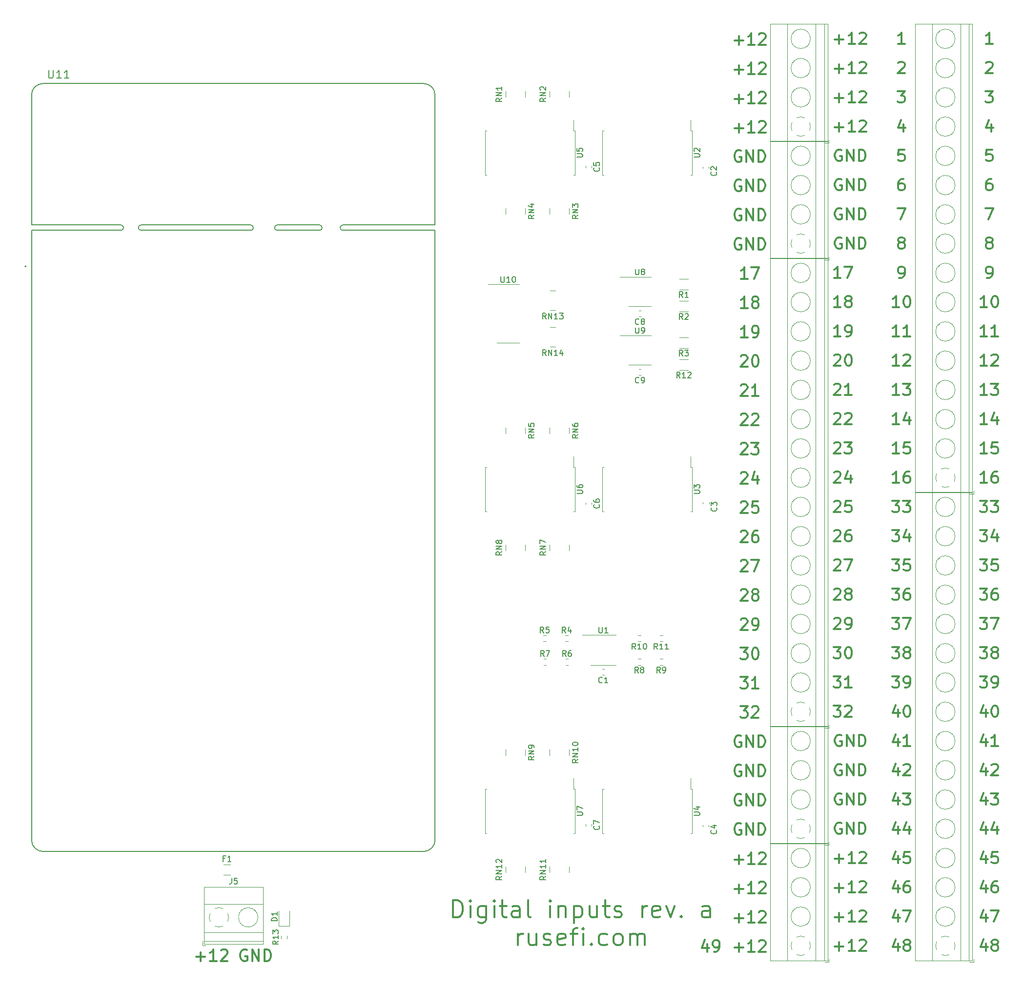
<source format=gbr>
%TF.GenerationSoftware,KiCad,Pcbnew,(5.99.0-10483-ga6ad7a4a70)*%
%TF.CreationDate,2021-07-29T00:24:03+03:00*%
%TF.ProjectId,digital_inputs,64696769-7461-46c5-9f69-6e707574732e,rev?*%
%TF.SameCoordinates,Original*%
%TF.FileFunction,Legend,Top*%
%TF.FilePolarity,Positive*%
%FSLAX46Y46*%
G04 Gerber Fmt 4.6, Leading zero omitted, Abs format (unit mm)*
G04 Created by KiCad (PCBNEW (5.99.0-10483-ga6ad7a4a70)) date 2021-07-29 00:24:03*
%MOMM*%
%LPD*%
G01*
G04 APERTURE LIST*
%ADD10C,0.300000*%
%ADD11C,0.150000*%
%ADD12C,0.120000*%
%ADD13C,0.127000*%
%ADD14C,0.200000*%
G04 APERTURE END LIST*
D10*
X274986190Y-70620000D02*
X274795714Y-70524761D01*
X274510000Y-70524761D01*
X274224285Y-70620000D01*
X274033809Y-70810476D01*
X273938571Y-71000952D01*
X273843333Y-71381904D01*
X273843333Y-71667619D01*
X273938571Y-72048571D01*
X274033809Y-72239047D01*
X274224285Y-72429523D01*
X274510000Y-72524761D01*
X274700476Y-72524761D01*
X274986190Y-72429523D01*
X275081428Y-72334285D01*
X275081428Y-71667619D01*
X274700476Y-71667619D01*
X275938571Y-72524761D02*
X275938571Y-70524761D01*
X277081428Y-72524761D01*
X277081428Y-70524761D01*
X278033809Y-72524761D02*
X278033809Y-70524761D01*
X278510000Y-70524761D01*
X278795714Y-70620000D01*
X278986190Y-70810476D01*
X279081428Y-71000952D01*
X279176666Y-71381904D01*
X279176666Y-71667619D01*
X279081428Y-72048571D01*
X278986190Y-72239047D01*
X278795714Y-72429523D01*
X278510000Y-72524761D01*
X278033809Y-72524761D01*
X285019047Y-97924761D02*
X283876190Y-97924761D01*
X284447619Y-97924761D02*
X284447619Y-95924761D01*
X284257142Y-96210476D01*
X284066666Y-96400952D01*
X283876190Y-96496190D01*
X286257142Y-95924761D02*
X286447619Y-95924761D01*
X286638095Y-96020000D01*
X286733333Y-96115238D01*
X286828571Y-96305714D01*
X286923809Y-96686666D01*
X286923809Y-97162857D01*
X286828571Y-97543809D01*
X286733333Y-97734285D01*
X286638095Y-97829523D01*
X286447619Y-97924761D01*
X286257142Y-97924761D01*
X286066666Y-97829523D01*
X285971428Y-97734285D01*
X285876190Y-97543809D01*
X285780952Y-97162857D01*
X285780952Y-96686666D01*
X285876190Y-96305714D01*
X285971428Y-96115238D01*
X286066666Y-96020000D01*
X286257142Y-95924761D01*
X284828571Y-182951428D02*
X284828571Y-184284761D01*
X284352380Y-182189523D02*
X283876190Y-183618095D01*
X285114285Y-183618095D01*
X285685714Y-182284761D02*
X286923809Y-182284761D01*
X286257142Y-183046666D01*
X286542857Y-183046666D01*
X286733333Y-183141904D01*
X286828571Y-183237142D01*
X286923809Y-183427619D01*
X286923809Y-183903809D01*
X286828571Y-184094285D01*
X286733333Y-184189523D01*
X286542857Y-184284761D01*
X285971428Y-184284761D01*
X285780952Y-184189523D01*
X285685714Y-184094285D01*
X285019047Y-108084761D02*
X283876190Y-108084761D01*
X284447619Y-108084761D02*
X284447619Y-106084761D01*
X284257142Y-106370476D01*
X284066666Y-106560952D01*
X283876190Y-106656190D01*
X285780952Y-106275238D02*
X285876190Y-106180000D01*
X286066666Y-106084761D01*
X286542857Y-106084761D01*
X286733333Y-106180000D01*
X286828571Y-106275238D01*
X286923809Y-106465714D01*
X286923809Y-106656190D01*
X286828571Y-106941904D01*
X285685714Y-108084761D01*
X286923809Y-108084761D01*
X301020952Y-66111428D02*
X301020952Y-67444761D01*
X300544761Y-65349523D02*
X300068571Y-66778095D01*
X301306666Y-66778095D01*
X257556190Y-152130238D02*
X257651428Y-152035000D01*
X257841904Y-151939761D01*
X258318095Y-151939761D01*
X258508571Y-152035000D01*
X258603809Y-152130238D01*
X258699047Y-152320714D01*
X258699047Y-152511190D01*
X258603809Y-152796904D01*
X257460952Y-153939761D01*
X258699047Y-153939761D01*
X259651428Y-153939761D02*
X260032380Y-153939761D01*
X260222857Y-153844523D01*
X260318095Y-153749285D01*
X260508571Y-153463571D01*
X260603809Y-153082619D01*
X260603809Y-152320714D01*
X260508571Y-152130238D01*
X260413333Y-152035000D01*
X260222857Y-151939761D01*
X259841904Y-151939761D01*
X259651428Y-152035000D01*
X259556190Y-152130238D01*
X259460952Y-152320714D01*
X259460952Y-152796904D01*
X259556190Y-152987380D01*
X259651428Y-153082619D01*
X259841904Y-153177857D01*
X260222857Y-153177857D01*
X260413333Y-153082619D01*
X260508571Y-152987380D01*
X260603809Y-152796904D01*
X273716190Y-111355238D02*
X273811428Y-111260000D01*
X274001904Y-111164761D01*
X274478095Y-111164761D01*
X274668571Y-111260000D01*
X274763809Y-111355238D01*
X274859047Y-111545714D01*
X274859047Y-111736190D01*
X274763809Y-112021904D01*
X273620952Y-113164761D01*
X274859047Y-113164761D01*
X276763809Y-113164761D02*
X275620952Y-113164761D01*
X276192380Y-113164761D02*
X276192380Y-111164761D01*
X276001904Y-111450476D01*
X275811428Y-111640952D01*
X275620952Y-111736190D01*
X285209523Y-86621904D02*
X285019047Y-86526666D01*
X284923809Y-86431428D01*
X284828571Y-86240952D01*
X284828571Y-86145714D01*
X284923809Y-85955238D01*
X285019047Y-85860000D01*
X285209523Y-85764761D01*
X285590476Y-85764761D01*
X285780952Y-85860000D01*
X285876190Y-85955238D01*
X285971428Y-86145714D01*
X285971428Y-86240952D01*
X285876190Y-86431428D01*
X285780952Y-86526666D01*
X285590476Y-86621904D01*
X285209523Y-86621904D01*
X285019047Y-86717142D01*
X284923809Y-86812380D01*
X284828571Y-87002857D01*
X284828571Y-87383809D01*
X284923809Y-87574285D01*
X285019047Y-87669523D01*
X285209523Y-87764761D01*
X285590476Y-87764761D01*
X285780952Y-87669523D01*
X285876190Y-87574285D01*
X285971428Y-87383809D01*
X285971428Y-87002857D01*
X285876190Y-86812380D01*
X285780952Y-86717142D01*
X285590476Y-86621904D01*
X284828571Y-198191428D02*
X284828571Y-199524761D01*
X284352380Y-197429523D02*
X283876190Y-198858095D01*
X285114285Y-198858095D01*
X286733333Y-197524761D02*
X286352380Y-197524761D01*
X286161904Y-197620000D01*
X286066666Y-197715238D01*
X285876190Y-198000952D01*
X285780952Y-198381904D01*
X285780952Y-199143809D01*
X285876190Y-199334285D01*
X285971428Y-199429523D01*
X286161904Y-199524761D01*
X286542857Y-199524761D01*
X286733333Y-199429523D01*
X286828571Y-199334285D01*
X286923809Y-199143809D01*
X286923809Y-198667619D01*
X286828571Y-198477142D01*
X286733333Y-198381904D01*
X286542857Y-198286666D01*
X286161904Y-198286666D01*
X285971428Y-198381904D01*
X285876190Y-198477142D01*
X285780952Y-198667619D01*
X300068571Y-198191428D02*
X300068571Y-199524761D01*
X299592380Y-197429523D02*
X299116190Y-198858095D01*
X300354285Y-198858095D01*
X301973333Y-197524761D02*
X301592380Y-197524761D01*
X301401904Y-197620000D01*
X301306666Y-197715238D01*
X301116190Y-198000952D01*
X301020952Y-198381904D01*
X301020952Y-199143809D01*
X301116190Y-199334285D01*
X301211428Y-199429523D01*
X301401904Y-199524761D01*
X301782857Y-199524761D01*
X301973333Y-199429523D01*
X302068571Y-199334285D01*
X302163809Y-199143809D01*
X302163809Y-198667619D01*
X302068571Y-198477142D01*
X301973333Y-198381904D01*
X301782857Y-198286666D01*
X301401904Y-198286666D01*
X301211428Y-198381904D01*
X301116190Y-198477142D01*
X301020952Y-198667619D01*
X257556190Y-131810238D02*
X257651428Y-131715000D01*
X257841904Y-131619761D01*
X258318095Y-131619761D01*
X258508571Y-131715000D01*
X258603809Y-131810238D01*
X258699047Y-132000714D01*
X258699047Y-132191190D01*
X258603809Y-132476904D01*
X257460952Y-133619761D01*
X258699047Y-133619761D01*
X260508571Y-131619761D02*
X259556190Y-131619761D01*
X259460952Y-132572142D01*
X259556190Y-132476904D01*
X259746666Y-132381666D01*
X260222857Y-132381666D01*
X260413333Y-132476904D01*
X260508571Y-132572142D01*
X260603809Y-132762619D01*
X260603809Y-133238809D01*
X260508571Y-133429285D01*
X260413333Y-133524523D01*
X260222857Y-133619761D01*
X259746666Y-133619761D01*
X259556190Y-133524523D01*
X259460952Y-133429285D01*
X300259047Y-113164761D02*
X299116190Y-113164761D01*
X299687619Y-113164761D02*
X299687619Y-111164761D01*
X299497142Y-111450476D01*
X299306666Y-111640952D01*
X299116190Y-111736190D01*
X300925714Y-111164761D02*
X302163809Y-111164761D01*
X301497142Y-111926666D01*
X301782857Y-111926666D01*
X301973333Y-112021904D01*
X302068571Y-112117142D01*
X302163809Y-112307619D01*
X302163809Y-112783809D01*
X302068571Y-112974285D01*
X301973333Y-113069523D01*
X301782857Y-113164761D01*
X301211428Y-113164761D01*
X301020952Y-113069523D01*
X300925714Y-112974285D01*
X273843333Y-203842857D02*
X275367142Y-203842857D01*
X274605238Y-204604761D02*
X274605238Y-203080952D01*
X277367142Y-204604761D02*
X276224285Y-204604761D01*
X276795714Y-204604761D02*
X276795714Y-202604761D01*
X276605238Y-202890476D01*
X276414761Y-203080952D01*
X276224285Y-203176190D01*
X278129047Y-202795238D02*
X278224285Y-202700000D01*
X278414761Y-202604761D01*
X278890952Y-202604761D01*
X279081428Y-202700000D01*
X279176666Y-202795238D01*
X279271904Y-202985714D01*
X279271904Y-203176190D01*
X279176666Y-203461904D01*
X278033809Y-204604761D01*
X279271904Y-204604761D01*
X163073333Y-210657857D02*
X164597142Y-210657857D01*
X163835238Y-211419761D02*
X163835238Y-209895952D01*
X166597142Y-211419761D02*
X165454285Y-211419761D01*
X166025714Y-211419761D02*
X166025714Y-209419761D01*
X165835238Y-209705476D01*
X165644761Y-209895952D01*
X165454285Y-209991190D01*
X167359047Y-209610238D02*
X167454285Y-209515000D01*
X167644761Y-209419761D01*
X168120952Y-209419761D01*
X168311428Y-209515000D01*
X168406666Y-209610238D01*
X168501904Y-209800714D01*
X168501904Y-209991190D01*
X168406666Y-210276904D01*
X167263809Y-211419761D01*
X168501904Y-211419761D01*
X300259047Y-128404761D02*
X299116190Y-128404761D01*
X299687619Y-128404761D02*
X299687619Y-126404761D01*
X299497142Y-126690476D01*
X299306666Y-126880952D01*
X299116190Y-126976190D01*
X301973333Y-126404761D02*
X301592380Y-126404761D01*
X301401904Y-126500000D01*
X301306666Y-126595238D01*
X301116190Y-126880952D01*
X301020952Y-127261904D01*
X301020952Y-128023809D01*
X301116190Y-128214285D01*
X301211428Y-128309523D01*
X301401904Y-128404761D01*
X301782857Y-128404761D01*
X301973333Y-128309523D01*
X302068571Y-128214285D01*
X302163809Y-128023809D01*
X302163809Y-127547619D01*
X302068571Y-127357142D01*
X301973333Y-127261904D01*
X301782857Y-127166666D01*
X301401904Y-127166666D01*
X301211428Y-127261904D01*
X301116190Y-127357142D01*
X301020952Y-127547619D01*
X273716190Y-136755238D02*
X273811428Y-136660000D01*
X274001904Y-136564761D01*
X274478095Y-136564761D01*
X274668571Y-136660000D01*
X274763809Y-136755238D01*
X274859047Y-136945714D01*
X274859047Y-137136190D01*
X274763809Y-137421904D01*
X273620952Y-138564761D01*
X274859047Y-138564761D01*
X276573333Y-136564761D02*
X276192380Y-136564761D01*
X276001904Y-136660000D01*
X275906666Y-136755238D01*
X275716190Y-137040952D01*
X275620952Y-137421904D01*
X275620952Y-138183809D01*
X275716190Y-138374285D01*
X275811428Y-138469523D01*
X276001904Y-138564761D01*
X276382857Y-138564761D01*
X276573333Y-138469523D01*
X276668571Y-138374285D01*
X276763809Y-138183809D01*
X276763809Y-137707619D01*
X276668571Y-137517142D01*
X276573333Y-137421904D01*
X276382857Y-137326666D01*
X276001904Y-137326666D01*
X275811428Y-137421904D01*
X275716190Y-137517142D01*
X275620952Y-137707619D01*
X257556190Y-187595000D02*
X257365714Y-187499761D01*
X257080000Y-187499761D01*
X256794285Y-187595000D01*
X256603809Y-187785476D01*
X256508571Y-187975952D01*
X256413333Y-188356904D01*
X256413333Y-188642619D01*
X256508571Y-189023571D01*
X256603809Y-189214047D01*
X256794285Y-189404523D01*
X257080000Y-189499761D01*
X257270476Y-189499761D01*
X257556190Y-189404523D01*
X257651428Y-189309285D01*
X257651428Y-188642619D01*
X257270476Y-188642619D01*
X258508571Y-189499761D02*
X258508571Y-187499761D01*
X259651428Y-189499761D01*
X259651428Y-187499761D01*
X260603809Y-189499761D02*
X260603809Y-187499761D01*
X261080000Y-187499761D01*
X261365714Y-187595000D01*
X261556190Y-187785476D01*
X261651428Y-187975952D01*
X261746666Y-188356904D01*
X261746666Y-188642619D01*
X261651428Y-189023571D01*
X261556190Y-189214047D01*
X261365714Y-189404523D01*
X261080000Y-189499761D01*
X260603809Y-189499761D01*
X283780952Y-156884761D02*
X285019047Y-156884761D01*
X284352380Y-157646666D01*
X284638095Y-157646666D01*
X284828571Y-157741904D01*
X284923809Y-157837142D01*
X285019047Y-158027619D01*
X285019047Y-158503809D01*
X284923809Y-158694285D01*
X284828571Y-158789523D01*
X284638095Y-158884761D01*
X284066666Y-158884761D01*
X283876190Y-158789523D01*
X283780952Y-158694285D01*
X286161904Y-157741904D02*
X285971428Y-157646666D01*
X285876190Y-157551428D01*
X285780952Y-157360952D01*
X285780952Y-157265714D01*
X285876190Y-157075238D01*
X285971428Y-156980000D01*
X286161904Y-156884761D01*
X286542857Y-156884761D01*
X286733333Y-156980000D01*
X286828571Y-157075238D01*
X286923809Y-157265714D01*
X286923809Y-157360952D01*
X286828571Y-157551428D01*
X286733333Y-157646666D01*
X286542857Y-157741904D01*
X286161904Y-157741904D01*
X285971428Y-157837142D01*
X285876190Y-157932380D01*
X285780952Y-158122857D01*
X285780952Y-158503809D01*
X285876190Y-158694285D01*
X285971428Y-158789523D01*
X286161904Y-158884761D01*
X286542857Y-158884761D01*
X286733333Y-158789523D01*
X286828571Y-158694285D01*
X286923809Y-158503809D01*
X286923809Y-158122857D01*
X286828571Y-157932380D01*
X286733333Y-157837142D01*
X286542857Y-157741904D01*
X300068571Y-193111428D02*
X300068571Y-194444761D01*
X299592380Y-192349523D02*
X299116190Y-193778095D01*
X300354285Y-193778095D01*
X302068571Y-192444761D02*
X301116190Y-192444761D01*
X301020952Y-193397142D01*
X301116190Y-193301904D01*
X301306666Y-193206666D01*
X301782857Y-193206666D01*
X301973333Y-193301904D01*
X302068571Y-193397142D01*
X302163809Y-193587619D01*
X302163809Y-194063809D01*
X302068571Y-194254285D01*
X301973333Y-194349523D01*
X301782857Y-194444761D01*
X301306666Y-194444761D01*
X301116190Y-194349523D01*
X301020952Y-194254285D01*
X257556190Y-172355000D02*
X257365714Y-172259761D01*
X257080000Y-172259761D01*
X256794285Y-172355000D01*
X256603809Y-172545476D01*
X256508571Y-172735952D01*
X256413333Y-173116904D01*
X256413333Y-173402619D01*
X256508571Y-173783571D01*
X256603809Y-173974047D01*
X256794285Y-174164523D01*
X257080000Y-174259761D01*
X257270476Y-174259761D01*
X257556190Y-174164523D01*
X257651428Y-174069285D01*
X257651428Y-173402619D01*
X257270476Y-173402619D01*
X258508571Y-174259761D02*
X258508571Y-172259761D01*
X259651428Y-174259761D01*
X259651428Y-172259761D01*
X260603809Y-174259761D02*
X260603809Y-172259761D01*
X261080000Y-172259761D01*
X261365714Y-172355000D01*
X261556190Y-172545476D01*
X261651428Y-172735952D01*
X261746666Y-173116904D01*
X261746666Y-173402619D01*
X261651428Y-173783571D01*
X261556190Y-173974047D01*
X261365714Y-174164523D01*
X261080000Y-174259761D01*
X260603809Y-174259761D01*
X273716190Y-151995238D02*
X273811428Y-151900000D01*
X274001904Y-151804761D01*
X274478095Y-151804761D01*
X274668571Y-151900000D01*
X274763809Y-151995238D01*
X274859047Y-152185714D01*
X274859047Y-152376190D01*
X274763809Y-152661904D01*
X273620952Y-153804761D01*
X274859047Y-153804761D01*
X275811428Y-153804761D02*
X276192380Y-153804761D01*
X276382857Y-153709523D01*
X276478095Y-153614285D01*
X276668571Y-153328571D01*
X276763809Y-152947619D01*
X276763809Y-152185714D01*
X276668571Y-151995238D01*
X276573333Y-151900000D01*
X276382857Y-151804761D01*
X276001904Y-151804761D01*
X275811428Y-151900000D01*
X275716190Y-151995238D01*
X275620952Y-152185714D01*
X275620952Y-152661904D01*
X275716190Y-152852380D01*
X275811428Y-152947619D01*
X276001904Y-153042857D01*
X276382857Y-153042857D01*
X276573333Y-152947619D01*
X276668571Y-152852380D01*
X276763809Y-152661904D01*
X300259047Y-103004761D02*
X299116190Y-103004761D01*
X299687619Y-103004761D02*
X299687619Y-101004761D01*
X299497142Y-101290476D01*
X299306666Y-101480952D01*
X299116190Y-101576190D01*
X302163809Y-103004761D02*
X301020952Y-103004761D01*
X301592380Y-103004761D02*
X301592380Y-101004761D01*
X301401904Y-101290476D01*
X301211428Y-101480952D01*
X301020952Y-101576190D01*
X283780952Y-131484761D02*
X285019047Y-131484761D01*
X284352380Y-132246666D01*
X284638095Y-132246666D01*
X284828571Y-132341904D01*
X284923809Y-132437142D01*
X285019047Y-132627619D01*
X285019047Y-133103809D01*
X284923809Y-133294285D01*
X284828571Y-133389523D01*
X284638095Y-133484761D01*
X284066666Y-133484761D01*
X283876190Y-133389523D01*
X283780952Y-133294285D01*
X285685714Y-131484761D02*
X286923809Y-131484761D01*
X286257142Y-132246666D01*
X286542857Y-132246666D01*
X286733333Y-132341904D01*
X286828571Y-132437142D01*
X286923809Y-132627619D01*
X286923809Y-133103809D01*
X286828571Y-133294285D01*
X286733333Y-133389523D01*
X286542857Y-133484761D01*
X285971428Y-133484761D01*
X285780952Y-133389523D01*
X285685714Y-133294285D01*
X300259047Y-123324761D02*
X299116190Y-123324761D01*
X299687619Y-123324761D02*
X299687619Y-121324761D01*
X299497142Y-121610476D01*
X299306666Y-121800952D01*
X299116190Y-121896190D01*
X302068571Y-121324761D02*
X301116190Y-121324761D01*
X301020952Y-122277142D01*
X301116190Y-122181904D01*
X301306666Y-122086666D01*
X301782857Y-122086666D01*
X301973333Y-122181904D01*
X302068571Y-122277142D01*
X302163809Y-122467619D01*
X302163809Y-122943809D01*
X302068571Y-123134285D01*
X301973333Y-123229523D01*
X301782857Y-123324761D01*
X301306666Y-123324761D01*
X301116190Y-123229523D01*
X301020952Y-123134285D01*
X285876190Y-70524761D02*
X284923809Y-70524761D01*
X284828571Y-71477142D01*
X284923809Y-71381904D01*
X285114285Y-71286666D01*
X285590476Y-71286666D01*
X285780952Y-71381904D01*
X285876190Y-71477142D01*
X285971428Y-71667619D01*
X285971428Y-72143809D01*
X285876190Y-72334285D01*
X285780952Y-72429523D01*
X285590476Y-72524761D01*
X285114285Y-72524761D01*
X284923809Y-72429523D01*
X284828571Y-72334285D01*
X273843333Y-208922857D02*
X275367142Y-208922857D01*
X274605238Y-209684761D02*
X274605238Y-208160952D01*
X277367142Y-209684761D02*
X276224285Y-209684761D01*
X276795714Y-209684761D02*
X276795714Y-207684761D01*
X276605238Y-207970476D01*
X276414761Y-208160952D01*
X276224285Y-208256190D01*
X278129047Y-207875238D02*
X278224285Y-207780000D01*
X278414761Y-207684761D01*
X278890952Y-207684761D01*
X279081428Y-207780000D01*
X279176666Y-207875238D01*
X279271904Y-208065714D01*
X279271904Y-208256190D01*
X279176666Y-208541904D01*
X278033809Y-209684761D01*
X279271904Y-209684761D01*
X300259047Y-92844761D02*
X300640000Y-92844761D01*
X300830476Y-92749523D01*
X300925714Y-92654285D01*
X301116190Y-92368571D01*
X301211428Y-91987619D01*
X301211428Y-91225714D01*
X301116190Y-91035238D01*
X301020952Y-90940000D01*
X300830476Y-90844761D01*
X300449523Y-90844761D01*
X300259047Y-90940000D01*
X300163809Y-91035238D01*
X300068571Y-91225714D01*
X300068571Y-91701904D01*
X300163809Y-91892380D01*
X300259047Y-91987619D01*
X300449523Y-92082857D01*
X300830476Y-92082857D01*
X301020952Y-91987619D01*
X301116190Y-91892380D01*
X301211428Y-91701904D01*
X273716190Y-131675238D02*
X273811428Y-131580000D01*
X274001904Y-131484761D01*
X274478095Y-131484761D01*
X274668571Y-131580000D01*
X274763809Y-131675238D01*
X274859047Y-131865714D01*
X274859047Y-132056190D01*
X274763809Y-132341904D01*
X273620952Y-133484761D01*
X274859047Y-133484761D01*
X276668571Y-131484761D02*
X275716190Y-131484761D01*
X275620952Y-132437142D01*
X275716190Y-132341904D01*
X275906666Y-132246666D01*
X276382857Y-132246666D01*
X276573333Y-132341904D01*
X276668571Y-132437142D01*
X276763809Y-132627619D01*
X276763809Y-133103809D01*
X276668571Y-133294285D01*
X276573333Y-133389523D01*
X276382857Y-133484761D01*
X275906666Y-133484761D01*
X275716190Y-133389523D01*
X275620952Y-133294285D01*
X300449523Y-86621904D02*
X300259047Y-86526666D01*
X300163809Y-86431428D01*
X300068571Y-86240952D01*
X300068571Y-86145714D01*
X300163809Y-85955238D01*
X300259047Y-85860000D01*
X300449523Y-85764761D01*
X300830476Y-85764761D01*
X301020952Y-85860000D01*
X301116190Y-85955238D01*
X301211428Y-86145714D01*
X301211428Y-86240952D01*
X301116190Y-86431428D01*
X301020952Y-86526666D01*
X300830476Y-86621904D01*
X300449523Y-86621904D01*
X300259047Y-86717142D01*
X300163809Y-86812380D01*
X300068571Y-87002857D01*
X300068571Y-87383809D01*
X300163809Y-87574285D01*
X300259047Y-87669523D01*
X300449523Y-87764761D01*
X300830476Y-87764761D01*
X301020952Y-87669523D01*
X301116190Y-87574285D01*
X301211428Y-87383809D01*
X301211428Y-87002857D01*
X301116190Y-86812380D01*
X301020952Y-86717142D01*
X300830476Y-86621904D01*
X274986190Y-75700000D02*
X274795714Y-75604761D01*
X274510000Y-75604761D01*
X274224285Y-75700000D01*
X274033809Y-75890476D01*
X273938571Y-76080952D01*
X273843333Y-76461904D01*
X273843333Y-76747619D01*
X273938571Y-77128571D01*
X274033809Y-77319047D01*
X274224285Y-77509523D01*
X274510000Y-77604761D01*
X274700476Y-77604761D01*
X274986190Y-77509523D01*
X275081428Y-77414285D01*
X275081428Y-76747619D01*
X274700476Y-76747619D01*
X275938571Y-77604761D02*
X275938571Y-75604761D01*
X277081428Y-77604761D01*
X277081428Y-75604761D01*
X278033809Y-77604761D02*
X278033809Y-75604761D01*
X278510000Y-75604761D01*
X278795714Y-75700000D01*
X278986190Y-75890476D01*
X279081428Y-76080952D01*
X279176666Y-76461904D01*
X279176666Y-76747619D01*
X279081428Y-77128571D01*
X278986190Y-77319047D01*
X278795714Y-77509523D01*
X278510000Y-77604761D01*
X278033809Y-77604761D01*
X256413333Y-51577857D02*
X257937142Y-51577857D01*
X257175238Y-52339761D02*
X257175238Y-50815952D01*
X259937142Y-52339761D02*
X258794285Y-52339761D01*
X259365714Y-52339761D02*
X259365714Y-50339761D01*
X259175238Y-50625476D01*
X258984761Y-50815952D01*
X258794285Y-50911190D01*
X260699047Y-50530238D02*
X260794285Y-50435000D01*
X260984761Y-50339761D01*
X261460952Y-50339761D01*
X261651428Y-50435000D01*
X261746666Y-50530238D01*
X261841904Y-50720714D01*
X261841904Y-50911190D01*
X261746666Y-51196904D01*
X260603809Y-52339761D01*
X261841904Y-52339761D01*
X301020952Y-75604761D02*
X300640000Y-75604761D01*
X300449523Y-75700000D01*
X300354285Y-75795238D01*
X300163809Y-76080952D01*
X300068571Y-76461904D01*
X300068571Y-77223809D01*
X300163809Y-77414285D01*
X300259047Y-77509523D01*
X300449523Y-77604761D01*
X300830476Y-77604761D01*
X301020952Y-77509523D01*
X301116190Y-77414285D01*
X301211428Y-77223809D01*
X301211428Y-76747619D01*
X301116190Y-76557142D01*
X301020952Y-76461904D01*
X300830476Y-76366666D01*
X300449523Y-76366666D01*
X300259047Y-76461904D01*
X300163809Y-76557142D01*
X300068571Y-76747619D01*
X285780952Y-75604761D02*
X285400000Y-75604761D01*
X285209523Y-75700000D01*
X285114285Y-75795238D01*
X284923809Y-76080952D01*
X284828571Y-76461904D01*
X284828571Y-77223809D01*
X284923809Y-77414285D01*
X285019047Y-77509523D01*
X285209523Y-77604761D01*
X285590476Y-77604761D01*
X285780952Y-77509523D01*
X285876190Y-77414285D01*
X285971428Y-77223809D01*
X285971428Y-76747619D01*
X285876190Y-76557142D01*
X285780952Y-76461904D01*
X285590476Y-76366666D01*
X285209523Y-76366666D01*
X285019047Y-76461904D01*
X284923809Y-76557142D01*
X284828571Y-76747619D01*
X299020952Y-161964761D02*
X300259047Y-161964761D01*
X299592380Y-162726666D01*
X299878095Y-162726666D01*
X300068571Y-162821904D01*
X300163809Y-162917142D01*
X300259047Y-163107619D01*
X300259047Y-163583809D01*
X300163809Y-163774285D01*
X300068571Y-163869523D01*
X299878095Y-163964761D01*
X299306666Y-163964761D01*
X299116190Y-163869523D01*
X299020952Y-163774285D01*
X301211428Y-163964761D02*
X301592380Y-163964761D01*
X301782857Y-163869523D01*
X301878095Y-163774285D01*
X302068571Y-163488571D01*
X302163809Y-163107619D01*
X302163809Y-162345714D01*
X302068571Y-162155238D01*
X301973333Y-162060000D01*
X301782857Y-161964761D01*
X301401904Y-161964761D01*
X301211428Y-162060000D01*
X301116190Y-162155238D01*
X301020952Y-162345714D01*
X301020952Y-162821904D01*
X301116190Y-163012380D01*
X301211428Y-163107619D01*
X301401904Y-163202857D01*
X301782857Y-163202857D01*
X301973333Y-163107619D01*
X302068571Y-163012380D01*
X302163809Y-162821904D01*
X274986190Y-187460000D02*
X274795714Y-187364761D01*
X274510000Y-187364761D01*
X274224285Y-187460000D01*
X274033809Y-187650476D01*
X273938571Y-187840952D01*
X273843333Y-188221904D01*
X273843333Y-188507619D01*
X273938571Y-188888571D01*
X274033809Y-189079047D01*
X274224285Y-189269523D01*
X274510000Y-189364761D01*
X274700476Y-189364761D01*
X274986190Y-189269523D01*
X275081428Y-189174285D01*
X275081428Y-188507619D01*
X274700476Y-188507619D01*
X275938571Y-189364761D02*
X275938571Y-187364761D01*
X277081428Y-189364761D01*
X277081428Y-187364761D01*
X278033809Y-189364761D02*
X278033809Y-187364761D01*
X278510000Y-187364761D01*
X278795714Y-187460000D01*
X278986190Y-187650476D01*
X279081428Y-187840952D01*
X279176666Y-188221904D01*
X279176666Y-188507619D01*
X279081428Y-188888571D01*
X278986190Y-189079047D01*
X278795714Y-189269523D01*
X278510000Y-189364761D01*
X278033809Y-189364761D01*
X299020952Y-151804761D02*
X300259047Y-151804761D01*
X299592380Y-152566666D01*
X299878095Y-152566666D01*
X300068571Y-152661904D01*
X300163809Y-152757142D01*
X300259047Y-152947619D01*
X300259047Y-153423809D01*
X300163809Y-153614285D01*
X300068571Y-153709523D01*
X299878095Y-153804761D01*
X299306666Y-153804761D01*
X299116190Y-153709523D01*
X299020952Y-153614285D01*
X300925714Y-151804761D02*
X302259047Y-151804761D01*
X301401904Y-153804761D01*
X273716190Y-121515238D02*
X273811428Y-121420000D01*
X274001904Y-121324761D01*
X274478095Y-121324761D01*
X274668571Y-121420000D01*
X274763809Y-121515238D01*
X274859047Y-121705714D01*
X274859047Y-121896190D01*
X274763809Y-122181904D01*
X273620952Y-123324761D01*
X274859047Y-123324761D01*
X275525714Y-121324761D02*
X276763809Y-121324761D01*
X276097142Y-122086666D01*
X276382857Y-122086666D01*
X276573333Y-122181904D01*
X276668571Y-122277142D01*
X276763809Y-122467619D01*
X276763809Y-122943809D01*
X276668571Y-123134285D01*
X276573333Y-123229523D01*
X276382857Y-123324761D01*
X275811428Y-123324761D01*
X275620952Y-123229523D01*
X275525714Y-123134285D01*
X283780952Y-141644761D02*
X285019047Y-141644761D01*
X284352380Y-142406666D01*
X284638095Y-142406666D01*
X284828571Y-142501904D01*
X284923809Y-142597142D01*
X285019047Y-142787619D01*
X285019047Y-143263809D01*
X284923809Y-143454285D01*
X284828571Y-143549523D01*
X284638095Y-143644761D01*
X284066666Y-143644761D01*
X283876190Y-143549523D01*
X283780952Y-143454285D01*
X286828571Y-141644761D02*
X285876190Y-141644761D01*
X285780952Y-142597142D01*
X285876190Y-142501904D01*
X286066666Y-142406666D01*
X286542857Y-142406666D01*
X286733333Y-142501904D01*
X286828571Y-142597142D01*
X286923809Y-142787619D01*
X286923809Y-143263809D01*
X286828571Y-143454285D01*
X286733333Y-143549523D01*
X286542857Y-143644761D01*
X286066666Y-143644761D01*
X285876190Y-143549523D01*
X285780952Y-143454285D01*
X257460952Y-157019761D02*
X258699047Y-157019761D01*
X258032380Y-157781666D01*
X258318095Y-157781666D01*
X258508571Y-157876904D01*
X258603809Y-157972142D01*
X258699047Y-158162619D01*
X258699047Y-158638809D01*
X258603809Y-158829285D01*
X258508571Y-158924523D01*
X258318095Y-159019761D01*
X257746666Y-159019761D01*
X257556190Y-158924523D01*
X257460952Y-158829285D01*
X259937142Y-157019761D02*
X260127619Y-157019761D01*
X260318095Y-157115000D01*
X260413333Y-157210238D01*
X260508571Y-157400714D01*
X260603809Y-157781666D01*
X260603809Y-158257857D01*
X260508571Y-158638809D01*
X260413333Y-158829285D01*
X260318095Y-158924523D01*
X260127619Y-159019761D01*
X259937142Y-159019761D01*
X259746666Y-158924523D01*
X259651428Y-158829285D01*
X259556190Y-158638809D01*
X259460952Y-158257857D01*
X259460952Y-157781666D01*
X259556190Y-157400714D01*
X259651428Y-157210238D01*
X259746666Y-157115000D01*
X259937142Y-157019761D01*
X273620952Y-161964761D02*
X274859047Y-161964761D01*
X274192380Y-162726666D01*
X274478095Y-162726666D01*
X274668571Y-162821904D01*
X274763809Y-162917142D01*
X274859047Y-163107619D01*
X274859047Y-163583809D01*
X274763809Y-163774285D01*
X274668571Y-163869523D01*
X274478095Y-163964761D01*
X273906666Y-163964761D01*
X273716190Y-163869523D01*
X273620952Y-163774285D01*
X276763809Y-163964761D02*
X275620952Y-163964761D01*
X276192380Y-163964761D02*
X276192380Y-161964761D01*
X276001904Y-162250476D01*
X275811428Y-162440952D01*
X275620952Y-162536190D01*
X283780952Y-161964761D02*
X285019047Y-161964761D01*
X284352380Y-162726666D01*
X284638095Y-162726666D01*
X284828571Y-162821904D01*
X284923809Y-162917142D01*
X285019047Y-163107619D01*
X285019047Y-163583809D01*
X284923809Y-163774285D01*
X284828571Y-163869523D01*
X284638095Y-163964761D01*
X284066666Y-163964761D01*
X283876190Y-163869523D01*
X283780952Y-163774285D01*
X285971428Y-163964761D02*
X286352380Y-163964761D01*
X286542857Y-163869523D01*
X286638095Y-163774285D01*
X286828571Y-163488571D01*
X286923809Y-163107619D01*
X286923809Y-162345714D01*
X286828571Y-162155238D01*
X286733333Y-162060000D01*
X286542857Y-161964761D01*
X286161904Y-161964761D01*
X285971428Y-162060000D01*
X285876190Y-162155238D01*
X285780952Y-162345714D01*
X285780952Y-162821904D01*
X285876190Y-163012380D01*
X285971428Y-163107619D01*
X286161904Y-163202857D01*
X286542857Y-163202857D01*
X286733333Y-163107619D01*
X286828571Y-163012380D01*
X286923809Y-162821904D01*
X273716190Y-106275238D02*
X273811428Y-106180000D01*
X274001904Y-106084761D01*
X274478095Y-106084761D01*
X274668571Y-106180000D01*
X274763809Y-106275238D01*
X274859047Y-106465714D01*
X274859047Y-106656190D01*
X274763809Y-106941904D01*
X273620952Y-108084761D01*
X274859047Y-108084761D01*
X276097142Y-106084761D02*
X276287619Y-106084761D01*
X276478095Y-106180000D01*
X276573333Y-106275238D01*
X276668571Y-106465714D01*
X276763809Y-106846666D01*
X276763809Y-107322857D01*
X276668571Y-107703809D01*
X276573333Y-107894285D01*
X276478095Y-107989523D01*
X276287619Y-108084761D01*
X276097142Y-108084761D01*
X275906666Y-107989523D01*
X275811428Y-107894285D01*
X275716190Y-107703809D01*
X275620952Y-107322857D01*
X275620952Y-106846666D01*
X275716190Y-106465714D01*
X275811428Y-106275238D01*
X275906666Y-106180000D01*
X276097142Y-106084761D01*
X257556190Y-75835000D02*
X257365714Y-75739761D01*
X257080000Y-75739761D01*
X256794285Y-75835000D01*
X256603809Y-76025476D01*
X256508571Y-76215952D01*
X256413333Y-76596904D01*
X256413333Y-76882619D01*
X256508571Y-77263571D01*
X256603809Y-77454047D01*
X256794285Y-77644523D01*
X257080000Y-77739761D01*
X257270476Y-77739761D01*
X257556190Y-77644523D01*
X257651428Y-77549285D01*
X257651428Y-76882619D01*
X257270476Y-76882619D01*
X258508571Y-77739761D02*
X258508571Y-75739761D01*
X259651428Y-77739761D01*
X259651428Y-75739761D01*
X260603809Y-77739761D02*
X260603809Y-75739761D01*
X261080000Y-75739761D01*
X261365714Y-75835000D01*
X261556190Y-76025476D01*
X261651428Y-76215952D01*
X261746666Y-76596904D01*
X261746666Y-76882619D01*
X261651428Y-77263571D01*
X261556190Y-77454047D01*
X261365714Y-77644523D01*
X261080000Y-77739761D01*
X260603809Y-77739761D01*
X284733333Y-80684761D02*
X286066666Y-80684761D01*
X285209523Y-82684761D01*
X257556190Y-141970238D02*
X257651428Y-141875000D01*
X257841904Y-141779761D01*
X258318095Y-141779761D01*
X258508571Y-141875000D01*
X258603809Y-141970238D01*
X258699047Y-142160714D01*
X258699047Y-142351190D01*
X258603809Y-142636904D01*
X257460952Y-143779761D01*
X258699047Y-143779761D01*
X259365714Y-141779761D02*
X260699047Y-141779761D01*
X259841904Y-143779761D01*
X284828571Y-172791428D02*
X284828571Y-174124761D01*
X284352380Y-172029523D02*
X283876190Y-173458095D01*
X285114285Y-173458095D01*
X286923809Y-174124761D02*
X285780952Y-174124761D01*
X286352380Y-174124761D02*
X286352380Y-172124761D01*
X286161904Y-172410476D01*
X285971428Y-172600952D01*
X285780952Y-172696190D01*
X285019047Y-128404761D02*
X283876190Y-128404761D01*
X284447619Y-128404761D02*
X284447619Y-126404761D01*
X284257142Y-126690476D01*
X284066666Y-126880952D01*
X283876190Y-126976190D01*
X286733333Y-126404761D02*
X286352380Y-126404761D01*
X286161904Y-126500000D01*
X286066666Y-126595238D01*
X285876190Y-126880952D01*
X285780952Y-127261904D01*
X285780952Y-128023809D01*
X285876190Y-128214285D01*
X285971428Y-128309523D01*
X286161904Y-128404761D01*
X286542857Y-128404761D01*
X286733333Y-128309523D01*
X286828571Y-128214285D01*
X286923809Y-128023809D01*
X286923809Y-127547619D01*
X286828571Y-127357142D01*
X286733333Y-127261904D01*
X286542857Y-127166666D01*
X286161904Y-127166666D01*
X285971428Y-127261904D01*
X285876190Y-127357142D01*
X285780952Y-127547619D01*
X300259047Y-108084761D02*
X299116190Y-108084761D01*
X299687619Y-108084761D02*
X299687619Y-106084761D01*
X299497142Y-106370476D01*
X299306666Y-106560952D01*
X299116190Y-106656190D01*
X301020952Y-106275238D02*
X301116190Y-106180000D01*
X301306666Y-106084761D01*
X301782857Y-106084761D01*
X301973333Y-106180000D01*
X302068571Y-106275238D01*
X302163809Y-106465714D01*
X302163809Y-106656190D01*
X302068571Y-106941904D01*
X300925714Y-108084761D01*
X302163809Y-108084761D01*
X285019047Y-123324761D02*
X283876190Y-123324761D01*
X284447619Y-123324761D02*
X284447619Y-121324761D01*
X284257142Y-121610476D01*
X284066666Y-121800952D01*
X283876190Y-121896190D01*
X286828571Y-121324761D02*
X285876190Y-121324761D01*
X285780952Y-122277142D01*
X285876190Y-122181904D01*
X286066666Y-122086666D01*
X286542857Y-122086666D01*
X286733333Y-122181904D01*
X286828571Y-122277142D01*
X286923809Y-122467619D01*
X286923809Y-122943809D01*
X286828571Y-123134285D01*
X286733333Y-123229523D01*
X286542857Y-123324761D01*
X286066666Y-123324761D01*
X285876190Y-123229523D01*
X285780952Y-123134285D01*
X273716190Y-126595238D02*
X273811428Y-126500000D01*
X274001904Y-126404761D01*
X274478095Y-126404761D01*
X274668571Y-126500000D01*
X274763809Y-126595238D01*
X274859047Y-126785714D01*
X274859047Y-126976190D01*
X274763809Y-127261904D01*
X273620952Y-128404761D01*
X274859047Y-128404761D01*
X276573333Y-127071428D02*
X276573333Y-128404761D01*
X276097142Y-126309523D02*
X275620952Y-127738095D01*
X276859047Y-127738095D01*
X257460952Y-167179761D02*
X258699047Y-167179761D01*
X258032380Y-167941666D01*
X258318095Y-167941666D01*
X258508571Y-168036904D01*
X258603809Y-168132142D01*
X258699047Y-168322619D01*
X258699047Y-168798809D01*
X258603809Y-168989285D01*
X258508571Y-169084523D01*
X258318095Y-169179761D01*
X257746666Y-169179761D01*
X257556190Y-169084523D01*
X257460952Y-168989285D01*
X259460952Y-167370238D02*
X259556190Y-167275000D01*
X259746666Y-167179761D01*
X260222857Y-167179761D01*
X260413333Y-167275000D01*
X260508571Y-167370238D01*
X260603809Y-167560714D01*
X260603809Y-167751190D01*
X260508571Y-168036904D01*
X259365714Y-169179761D01*
X260603809Y-169179761D01*
X257556190Y-126730238D02*
X257651428Y-126635000D01*
X257841904Y-126539761D01*
X258318095Y-126539761D01*
X258508571Y-126635000D01*
X258603809Y-126730238D01*
X258699047Y-126920714D01*
X258699047Y-127111190D01*
X258603809Y-127396904D01*
X257460952Y-128539761D01*
X258699047Y-128539761D01*
X260413333Y-127206428D02*
X260413333Y-128539761D01*
X259937142Y-126444523D02*
X259460952Y-127873095D01*
X260699047Y-127873095D01*
X257556190Y-106410238D02*
X257651428Y-106315000D01*
X257841904Y-106219761D01*
X258318095Y-106219761D01*
X258508571Y-106315000D01*
X258603809Y-106410238D01*
X258699047Y-106600714D01*
X258699047Y-106791190D01*
X258603809Y-107076904D01*
X257460952Y-108219761D01*
X258699047Y-108219761D01*
X259937142Y-106219761D02*
X260127619Y-106219761D01*
X260318095Y-106315000D01*
X260413333Y-106410238D01*
X260508571Y-106600714D01*
X260603809Y-106981666D01*
X260603809Y-107457857D01*
X260508571Y-107838809D01*
X260413333Y-108029285D01*
X260318095Y-108124523D01*
X260127619Y-108219761D01*
X259937142Y-108219761D01*
X259746666Y-108124523D01*
X259651428Y-108029285D01*
X259556190Y-107838809D01*
X259460952Y-107457857D01*
X259460952Y-106981666D01*
X259556190Y-106600714D01*
X259651428Y-106410238D01*
X259746666Y-106315000D01*
X259937142Y-106219761D01*
X285019047Y-92844761D02*
X285400000Y-92844761D01*
X285590476Y-92749523D01*
X285685714Y-92654285D01*
X285876190Y-92368571D01*
X285971428Y-91987619D01*
X285971428Y-91225714D01*
X285876190Y-91035238D01*
X285780952Y-90940000D01*
X285590476Y-90844761D01*
X285209523Y-90844761D01*
X285019047Y-90940000D01*
X284923809Y-91035238D01*
X284828571Y-91225714D01*
X284828571Y-91701904D01*
X284923809Y-91892380D01*
X285019047Y-91987619D01*
X285209523Y-92082857D01*
X285590476Y-92082857D01*
X285780952Y-91987619D01*
X285876190Y-91892380D01*
X285971428Y-91701904D01*
X273716190Y-116435238D02*
X273811428Y-116340000D01*
X274001904Y-116244761D01*
X274478095Y-116244761D01*
X274668571Y-116340000D01*
X274763809Y-116435238D01*
X274859047Y-116625714D01*
X274859047Y-116816190D01*
X274763809Y-117101904D01*
X273620952Y-118244761D01*
X274859047Y-118244761D01*
X275620952Y-116435238D02*
X275716190Y-116340000D01*
X275906666Y-116244761D01*
X276382857Y-116244761D01*
X276573333Y-116340000D01*
X276668571Y-116435238D01*
X276763809Y-116625714D01*
X276763809Y-116816190D01*
X276668571Y-117101904D01*
X275525714Y-118244761D01*
X276763809Y-118244761D01*
X274986190Y-177300000D02*
X274795714Y-177204761D01*
X274510000Y-177204761D01*
X274224285Y-177300000D01*
X274033809Y-177490476D01*
X273938571Y-177680952D01*
X273843333Y-178061904D01*
X273843333Y-178347619D01*
X273938571Y-178728571D01*
X274033809Y-178919047D01*
X274224285Y-179109523D01*
X274510000Y-179204761D01*
X274700476Y-179204761D01*
X274986190Y-179109523D01*
X275081428Y-179014285D01*
X275081428Y-178347619D01*
X274700476Y-178347619D01*
X275938571Y-179204761D02*
X275938571Y-177204761D01*
X277081428Y-179204761D01*
X277081428Y-177204761D01*
X278033809Y-179204761D02*
X278033809Y-177204761D01*
X278510000Y-177204761D01*
X278795714Y-177300000D01*
X278986190Y-177490476D01*
X279081428Y-177680952D01*
X279176666Y-178061904D01*
X279176666Y-178347619D01*
X279081428Y-178728571D01*
X278986190Y-178919047D01*
X278795714Y-179109523D01*
X278510000Y-179204761D01*
X278033809Y-179204761D01*
X273620952Y-167044761D02*
X274859047Y-167044761D01*
X274192380Y-167806666D01*
X274478095Y-167806666D01*
X274668571Y-167901904D01*
X274763809Y-167997142D01*
X274859047Y-168187619D01*
X274859047Y-168663809D01*
X274763809Y-168854285D01*
X274668571Y-168949523D01*
X274478095Y-169044761D01*
X273906666Y-169044761D01*
X273716190Y-168949523D01*
X273620952Y-168854285D01*
X275620952Y-167235238D02*
X275716190Y-167140000D01*
X275906666Y-167044761D01*
X276382857Y-167044761D01*
X276573333Y-167140000D01*
X276668571Y-167235238D01*
X276763809Y-167425714D01*
X276763809Y-167616190D01*
X276668571Y-167901904D01*
X275525714Y-169044761D01*
X276763809Y-169044761D01*
X171836190Y-209515000D02*
X171645714Y-209419761D01*
X171360000Y-209419761D01*
X171074285Y-209515000D01*
X170883809Y-209705476D01*
X170788571Y-209895952D01*
X170693333Y-210276904D01*
X170693333Y-210562619D01*
X170788571Y-210943571D01*
X170883809Y-211134047D01*
X171074285Y-211324523D01*
X171360000Y-211419761D01*
X171550476Y-211419761D01*
X171836190Y-211324523D01*
X171931428Y-211229285D01*
X171931428Y-210562619D01*
X171550476Y-210562619D01*
X172788571Y-211419761D02*
X172788571Y-209419761D01*
X173931428Y-211419761D01*
X173931428Y-209419761D01*
X174883809Y-211419761D02*
X174883809Y-209419761D01*
X175360000Y-209419761D01*
X175645714Y-209515000D01*
X175836190Y-209705476D01*
X175931428Y-209895952D01*
X176026666Y-210276904D01*
X176026666Y-210562619D01*
X175931428Y-210943571D01*
X175836190Y-211134047D01*
X175645714Y-211324523D01*
X175360000Y-211419761D01*
X174883809Y-211419761D01*
X273843333Y-198762857D02*
X275367142Y-198762857D01*
X274605238Y-199524761D02*
X274605238Y-198000952D01*
X277367142Y-199524761D02*
X276224285Y-199524761D01*
X276795714Y-199524761D02*
X276795714Y-197524761D01*
X276605238Y-197810476D01*
X276414761Y-198000952D01*
X276224285Y-198096190D01*
X278129047Y-197715238D02*
X278224285Y-197620000D01*
X278414761Y-197524761D01*
X278890952Y-197524761D01*
X279081428Y-197620000D01*
X279176666Y-197715238D01*
X279271904Y-197905714D01*
X279271904Y-198096190D01*
X279176666Y-198381904D01*
X278033809Y-199524761D01*
X279271904Y-199524761D01*
X257556190Y-111490238D02*
X257651428Y-111395000D01*
X257841904Y-111299761D01*
X258318095Y-111299761D01*
X258508571Y-111395000D01*
X258603809Y-111490238D01*
X258699047Y-111680714D01*
X258699047Y-111871190D01*
X258603809Y-112156904D01*
X257460952Y-113299761D01*
X258699047Y-113299761D01*
X260603809Y-113299761D02*
X259460952Y-113299761D01*
X260032380Y-113299761D02*
X260032380Y-111299761D01*
X259841904Y-111585476D01*
X259651428Y-111775952D01*
X259460952Y-111871190D01*
X300068571Y-208351428D02*
X300068571Y-209684761D01*
X299592380Y-207589523D02*
X299116190Y-209018095D01*
X300354285Y-209018095D01*
X301401904Y-208541904D02*
X301211428Y-208446666D01*
X301116190Y-208351428D01*
X301020952Y-208160952D01*
X301020952Y-208065714D01*
X301116190Y-207875238D01*
X301211428Y-207780000D01*
X301401904Y-207684761D01*
X301782857Y-207684761D01*
X301973333Y-207780000D01*
X302068571Y-207875238D01*
X302163809Y-208065714D01*
X302163809Y-208160952D01*
X302068571Y-208351428D01*
X301973333Y-208446666D01*
X301782857Y-208541904D01*
X301401904Y-208541904D01*
X301211428Y-208637142D01*
X301116190Y-208732380D01*
X301020952Y-208922857D01*
X301020952Y-209303809D01*
X301116190Y-209494285D01*
X301211428Y-209589523D01*
X301401904Y-209684761D01*
X301782857Y-209684761D01*
X301973333Y-209589523D01*
X302068571Y-209494285D01*
X302163809Y-209303809D01*
X302163809Y-208922857D01*
X302068571Y-208732380D01*
X301973333Y-208637142D01*
X301782857Y-208541904D01*
X257460952Y-162099761D02*
X258699047Y-162099761D01*
X258032380Y-162861666D01*
X258318095Y-162861666D01*
X258508571Y-162956904D01*
X258603809Y-163052142D01*
X258699047Y-163242619D01*
X258699047Y-163718809D01*
X258603809Y-163909285D01*
X258508571Y-164004523D01*
X258318095Y-164099761D01*
X257746666Y-164099761D01*
X257556190Y-164004523D01*
X257460952Y-163909285D01*
X260603809Y-164099761D02*
X259460952Y-164099761D01*
X260032380Y-164099761D02*
X260032380Y-162099761D01*
X259841904Y-162385476D01*
X259651428Y-162575952D01*
X259460952Y-162671190D01*
X257556190Y-116570238D02*
X257651428Y-116475000D01*
X257841904Y-116379761D01*
X258318095Y-116379761D01*
X258508571Y-116475000D01*
X258603809Y-116570238D01*
X258699047Y-116760714D01*
X258699047Y-116951190D01*
X258603809Y-117236904D01*
X257460952Y-118379761D01*
X258699047Y-118379761D01*
X259460952Y-116570238D02*
X259556190Y-116475000D01*
X259746666Y-116379761D01*
X260222857Y-116379761D01*
X260413333Y-116475000D01*
X260508571Y-116570238D01*
X260603809Y-116760714D01*
X260603809Y-116951190D01*
X260508571Y-117236904D01*
X259365714Y-118379761D01*
X260603809Y-118379761D01*
X284828571Y-167711428D02*
X284828571Y-169044761D01*
X284352380Y-166949523D02*
X283876190Y-168378095D01*
X285114285Y-168378095D01*
X286257142Y-167044761D02*
X286447619Y-167044761D01*
X286638095Y-167140000D01*
X286733333Y-167235238D01*
X286828571Y-167425714D01*
X286923809Y-167806666D01*
X286923809Y-168282857D01*
X286828571Y-168663809D01*
X286733333Y-168854285D01*
X286638095Y-168949523D01*
X286447619Y-169044761D01*
X286257142Y-169044761D01*
X286066666Y-168949523D01*
X285971428Y-168854285D01*
X285876190Y-168663809D01*
X285780952Y-168282857D01*
X285780952Y-167806666D01*
X285876190Y-167425714D01*
X285971428Y-167235238D01*
X286066666Y-167140000D01*
X286257142Y-167044761D01*
X258699047Y-103139761D02*
X257556190Y-103139761D01*
X258127619Y-103139761D02*
X258127619Y-101139761D01*
X257937142Y-101425476D01*
X257746666Y-101615952D01*
X257556190Y-101711190D01*
X259651428Y-103139761D02*
X260032380Y-103139761D01*
X260222857Y-103044523D01*
X260318095Y-102949285D01*
X260508571Y-102663571D01*
X260603809Y-102282619D01*
X260603809Y-101520714D01*
X260508571Y-101330238D01*
X260413333Y-101235000D01*
X260222857Y-101139761D01*
X259841904Y-101139761D01*
X259651428Y-101235000D01*
X259556190Y-101330238D01*
X259460952Y-101520714D01*
X259460952Y-101996904D01*
X259556190Y-102187380D01*
X259651428Y-102282619D01*
X259841904Y-102377857D01*
X260222857Y-102377857D01*
X260413333Y-102282619D01*
X260508571Y-102187380D01*
X260603809Y-101996904D01*
X274986190Y-172220000D02*
X274795714Y-172124761D01*
X274510000Y-172124761D01*
X274224285Y-172220000D01*
X274033809Y-172410476D01*
X273938571Y-172600952D01*
X273843333Y-172981904D01*
X273843333Y-173267619D01*
X273938571Y-173648571D01*
X274033809Y-173839047D01*
X274224285Y-174029523D01*
X274510000Y-174124761D01*
X274700476Y-174124761D01*
X274986190Y-174029523D01*
X275081428Y-173934285D01*
X275081428Y-173267619D01*
X274700476Y-173267619D01*
X275938571Y-174124761D02*
X275938571Y-172124761D01*
X277081428Y-174124761D01*
X277081428Y-172124761D01*
X278033809Y-174124761D02*
X278033809Y-172124761D01*
X278510000Y-172124761D01*
X278795714Y-172220000D01*
X278986190Y-172410476D01*
X279081428Y-172600952D01*
X279176666Y-172981904D01*
X279176666Y-173267619D01*
X279081428Y-173648571D01*
X278986190Y-173839047D01*
X278795714Y-174029523D01*
X278510000Y-174124761D01*
X278033809Y-174124761D01*
X285019047Y-113164761D02*
X283876190Y-113164761D01*
X284447619Y-113164761D02*
X284447619Y-111164761D01*
X284257142Y-111450476D01*
X284066666Y-111640952D01*
X283876190Y-111736190D01*
X285685714Y-111164761D02*
X286923809Y-111164761D01*
X286257142Y-111926666D01*
X286542857Y-111926666D01*
X286733333Y-112021904D01*
X286828571Y-112117142D01*
X286923809Y-112307619D01*
X286923809Y-112783809D01*
X286828571Y-112974285D01*
X286733333Y-113069523D01*
X286542857Y-113164761D01*
X285971428Y-113164761D01*
X285780952Y-113069523D01*
X285685714Y-112974285D01*
X257556190Y-70755000D02*
X257365714Y-70659761D01*
X257080000Y-70659761D01*
X256794285Y-70755000D01*
X256603809Y-70945476D01*
X256508571Y-71135952D01*
X256413333Y-71516904D01*
X256413333Y-71802619D01*
X256508571Y-72183571D01*
X256603809Y-72374047D01*
X256794285Y-72564523D01*
X257080000Y-72659761D01*
X257270476Y-72659761D01*
X257556190Y-72564523D01*
X257651428Y-72469285D01*
X257651428Y-71802619D01*
X257270476Y-71802619D01*
X258508571Y-72659761D02*
X258508571Y-70659761D01*
X259651428Y-72659761D01*
X259651428Y-70659761D01*
X260603809Y-72659761D02*
X260603809Y-70659761D01*
X261080000Y-70659761D01*
X261365714Y-70755000D01*
X261556190Y-70945476D01*
X261651428Y-71135952D01*
X261746666Y-71516904D01*
X261746666Y-71802619D01*
X261651428Y-72183571D01*
X261556190Y-72374047D01*
X261365714Y-72564523D01*
X261080000Y-72659761D01*
X260603809Y-72659761D01*
X284733333Y-60364761D02*
X285971428Y-60364761D01*
X285304761Y-61126666D01*
X285590476Y-61126666D01*
X285780952Y-61221904D01*
X285876190Y-61317142D01*
X285971428Y-61507619D01*
X285971428Y-61983809D01*
X285876190Y-62174285D01*
X285780952Y-62269523D01*
X285590476Y-62364761D01*
X285019047Y-62364761D01*
X284828571Y-62269523D01*
X284733333Y-62174285D01*
X257556190Y-80915000D02*
X257365714Y-80819761D01*
X257080000Y-80819761D01*
X256794285Y-80915000D01*
X256603809Y-81105476D01*
X256508571Y-81295952D01*
X256413333Y-81676904D01*
X256413333Y-81962619D01*
X256508571Y-82343571D01*
X256603809Y-82534047D01*
X256794285Y-82724523D01*
X257080000Y-82819761D01*
X257270476Y-82819761D01*
X257556190Y-82724523D01*
X257651428Y-82629285D01*
X257651428Y-81962619D01*
X257270476Y-81962619D01*
X258508571Y-82819761D02*
X258508571Y-80819761D01*
X259651428Y-82819761D01*
X259651428Y-80819761D01*
X260603809Y-82819761D02*
X260603809Y-80819761D01*
X261080000Y-80819761D01*
X261365714Y-80915000D01*
X261556190Y-81105476D01*
X261651428Y-81295952D01*
X261746666Y-81676904D01*
X261746666Y-81962619D01*
X261651428Y-82343571D01*
X261556190Y-82534047D01*
X261365714Y-82724523D01*
X261080000Y-82819761D01*
X260603809Y-82819761D01*
X285780952Y-66111428D02*
X285780952Y-67444761D01*
X285304761Y-65349523D02*
X284828571Y-66778095D01*
X286066666Y-66778095D01*
X273843333Y-56522857D02*
X275367142Y-56522857D01*
X274605238Y-57284761D02*
X274605238Y-55760952D01*
X277367142Y-57284761D02*
X276224285Y-57284761D01*
X276795714Y-57284761D02*
X276795714Y-55284761D01*
X276605238Y-55570476D01*
X276414761Y-55760952D01*
X276224285Y-55856190D01*
X278129047Y-55475238D02*
X278224285Y-55380000D01*
X278414761Y-55284761D01*
X278890952Y-55284761D01*
X279081428Y-55380000D01*
X279176666Y-55475238D01*
X279271904Y-55665714D01*
X279271904Y-55856190D01*
X279176666Y-56141904D01*
X278033809Y-57284761D01*
X279271904Y-57284761D01*
X299973333Y-60364761D02*
X301211428Y-60364761D01*
X300544761Y-61126666D01*
X300830476Y-61126666D01*
X301020952Y-61221904D01*
X301116190Y-61317142D01*
X301211428Y-61507619D01*
X301211428Y-61983809D01*
X301116190Y-62174285D01*
X301020952Y-62269523D01*
X300830476Y-62364761D01*
X300259047Y-62364761D01*
X300068571Y-62269523D01*
X299973333Y-62174285D01*
X274986190Y-80780000D02*
X274795714Y-80684761D01*
X274510000Y-80684761D01*
X274224285Y-80780000D01*
X274033809Y-80970476D01*
X273938571Y-81160952D01*
X273843333Y-81541904D01*
X273843333Y-81827619D01*
X273938571Y-82208571D01*
X274033809Y-82399047D01*
X274224285Y-82589523D01*
X274510000Y-82684761D01*
X274700476Y-82684761D01*
X274986190Y-82589523D01*
X275081428Y-82494285D01*
X275081428Y-81827619D01*
X274700476Y-81827619D01*
X275938571Y-82684761D02*
X275938571Y-80684761D01*
X277081428Y-82684761D01*
X277081428Y-80684761D01*
X278033809Y-82684761D02*
X278033809Y-80684761D01*
X278510000Y-80684761D01*
X278795714Y-80780000D01*
X278986190Y-80970476D01*
X279081428Y-81160952D01*
X279176666Y-81541904D01*
X279176666Y-81827619D01*
X279081428Y-82208571D01*
X278986190Y-82399047D01*
X278795714Y-82589523D01*
X278510000Y-82684761D01*
X278033809Y-82684761D01*
X285019047Y-118244761D02*
X283876190Y-118244761D01*
X284447619Y-118244761D02*
X284447619Y-116244761D01*
X284257142Y-116530476D01*
X284066666Y-116720952D01*
X283876190Y-116816190D01*
X286733333Y-116911428D02*
X286733333Y-118244761D01*
X286257142Y-116149523D02*
X285780952Y-117578095D01*
X287019047Y-117578095D01*
X283780952Y-146724761D02*
X285019047Y-146724761D01*
X284352380Y-147486666D01*
X284638095Y-147486666D01*
X284828571Y-147581904D01*
X284923809Y-147677142D01*
X285019047Y-147867619D01*
X285019047Y-148343809D01*
X284923809Y-148534285D01*
X284828571Y-148629523D01*
X284638095Y-148724761D01*
X284066666Y-148724761D01*
X283876190Y-148629523D01*
X283780952Y-148534285D01*
X286733333Y-146724761D02*
X286352380Y-146724761D01*
X286161904Y-146820000D01*
X286066666Y-146915238D01*
X285876190Y-147200952D01*
X285780952Y-147581904D01*
X285780952Y-148343809D01*
X285876190Y-148534285D01*
X285971428Y-148629523D01*
X286161904Y-148724761D01*
X286542857Y-148724761D01*
X286733333Y-148629523D01*
X286828571Y-148534285D01*
X286923809Y-148343809D01*
X286923809Y-147867619D01*
X286828571Y-147677142D01*
X286733333Y-147581904D01*
X286542857Y-147486666D01*
X286161904Y-147486666D01*
X285971428Y-147581904D01*
X285876190Y-147677142D01*
X285780952Y-147867619D01*
X300068571Y-182951428D02*
X300068571Y-184284761D01*
X299592380Y-182189523D02*
X299116190Y-183618095D01*
X300354285Y-183618095D01*
X300925714Y-182284761D02*
X302163809Y-182284761D01*
X301497142Y-183046666D01*
X301782857Y-183046666D01*
X301973333Y-183141904D01*
X302068571Y-183237142D01*
X302163809Y-183427619D01*
X302163809Y-183903809D01*
X302068571Y-184094285D01*
X301973333Y-184189523D01*
X301782857Y-184284761D01*
X301211428Y-184284761D01*
X301020952Y-184189523D01*
X300925714Y-184094285D01*
X256413333Y-193817857D02*
X257937142Y-193817857D01*
X257175238Y-194579761D02*
X257175238Y-193055952D01*
X259937142Y-194579761D02*
X258794285Y-194579761D01*
X259365714Y-194579761D02*
X259365714Y-192579761D01*
X259175238Y-192865476D01*
X258984761Y-193055952D01*
X258794285Y-193151190D01*
X260699047Y-192770238D02*
X260794285Y-192675000D01*
X260984761Y-192579761D01*
X261460952Y-192579761D01*
X261651428Y-192675000D01*
X261746666Y-192770238D01*
X261841904Y-192960714D01*
X261841904Y-193151190D01*
X261746666Y-193436904D01*
X260603809Y-194579761D01*
X261841904Y-194579761D01*
X301116190Y-70524761D02*
X300163809Y-70524761D01*
X300068571Y-71477142D01*
X300163809Y-71381904D01*
X300354285Y-71286666D01*
X300830476Y-71286666D01*
X301020952Y-71381904D01*
X301116190Y-71477142D01*
X301211428Y-71667619D01*
X301211428Y-72143809D01*
X301116190Y-72334285D01*
X301020952Y-72429523D01*
X300830476Y-72524761D01*
X300354285Y-72524761D01*
X300163809Y-72429523D01*
X300068571Y-72334285D01*
X207614285Y-203842142D02*
X207614285Y-200842142D01*
X208328571Y-200842142D01*
X208757142Y-200985000D01*
X209042857Y-201270714D01*
X209185714Y-201556428D01*
X209328571Y-202127857D01*
X209328571Y-202556428D01*
X209185714Y-203127857D01*
X209042857Y-203413571D01*
X208757142Y-203699285D01*
X208328571Y-203842142D01*
X207614285Y-203842142D01*
X210614285Y-203842142D02*
X210614285Y-201842142D01*
X210614285Y-200842142D02*
X210471428Y-200985000D01*
X210614285Y-201127857D01*
X210757142Y-200985000D01*
X210614285Y-200842142D01*
X210614285Y-201127857D01*
X213328571Y-201842142D02*
X213328571Y-204270714D01*
X213185714Y-204556428D01*
X213042857Y-204699285D01*
X212757142Y-204842142D01*
X212328571Y-204842142D01*
X212042857Y-204699285D01*
X213328571Y-203699285D02*
X213042857Y-203842142D01*
X212471428Y-203842142D01*
X212185714Y-203699285D01*
X212042857Y-203556428D01*
X211900000Y-203270714D01*
X211900000Y-202413571D01*
X212042857Y-202127857D01*
X212185714Y-201985000D01*
X212471428Y-201842142D01*
X213042857Y-201842142D01*
X213328571Y-201985000D01*
X214757142Y-203842142D02*
X214757142Y-201842142D01*
X214757142Y-200842142D02*
X214614285Y-200985000D01*
X214757142Y-201127857D01*
X214900000Y-200985000D01*
X214757142Y-200842142D01*
X214757142Y-201127857D01*
X215757142Y-201842142D02*
X216900000Y-201842142D01*
X216185714Y-200842142D02*
X216185714Y-203413571D01*
X216328571Y-203699285D01*
X216614285Y-203842142D01*
X216900000Y-203842142D01*
X219185714Y-203842142D02*
X219185714Y-202270714D01*
X219042857Y-201985000D01*
X218757142Y-201842142D01*
X218185714Y-201842142D01*
X217900000Y-201985000D01*
X219185714Y-203699285D02*
X218900000Y-203842142D01*
X218185714Y-203842142D01*
X217900000Y-203699285D01*
X217757142Y-203413571D01*
X217757142Y-203127857D01*
X217900000Y-202842142D01*
X218185714Y-202699285D01*
X218900000Y-202699285D01*
X219185714Y-202556428D01*
X221042857Y-203842142D02*
X220757142Y-203699285D01*
X220614285Y-203413571D01*
X220614285Y-200842142D01*
X224471428Y-203842142D02*
X224471428Y-201842142D01*
X224471428Y-200842142D02*
X224328571Y-200985000D01*
X224471428Y-201127857D01*
X224614285Y-200985000D01*
X224471428Y-200842142D01*
X224471428Y-201127857D01*
X225900000Y-201842142D02*
X225900000Y-203842142D01*
X225900000Y-202127857D02*
X226042857Y-201985000D01*
X226328571Y-201842142D01*
X226757142Y-201842142D01*
X227042857Y-201985000D01*
X227185714Y-202270714D01*
X227185714Y-203842142D01*
X228614285Y-201842142D02*
X228614285Y-204842142D01*
X228614285Y-201985000D02*
X228900000Y-201842142D01*
X229471428Y-201842142D01*
X229757142Y-201985000D01*
X229900000Y-202127857D01*
X230042857Y-202413571D01*
X230042857Y-203270714D01*
X229900000Y-203556428D01*
X229757142Y-203699285D01*
X229471428Y-203842142D01*
X228900000Y-203842142D01*
X228614285Y-203699285D01*
X232614285Y-201842142D02*
X232614285Y-203842142D01*
X231328571Y-201842142D02*
X231328571Y-203413571D01*
X231471428Y-203699285D01*
X231757142Y-203842142D01*
X232185714Y-203842142D01*
X232471428Y-203699285D01*
X232614285Y-203556428D01*
X233614285Y-201842142D02*
X234757142Y-201842142D01*
X234042857Y-200842142D02*
X234042857Y-203413571D01*
X234185714Y-203699285D01*
X234471428Y-203842142D01*
X234757142Y-203842142D01*
X235614285Y-203699285D02*
X235900000Y-203842142D01*
X236471428Y-203842142D01*
X236757142Y-203699285D01*
X236900000Y-203413571D01*
X236900000Y-203270714D01*
X236757142Y-202985000D01*
X236471428Y-202842142D01*
X236042857Y-202842142D01*
X235757142Y-202699285D01*
X235614285Y-202413571D01*
X235614285Y-202270714D01*
X235757142Y-201985000D01*
X236042857Y-201842142D01*
X236471428Y-201842142D01*
X236757142Y-201985000D01*
X240471428Y-203842142D02*
X240471428Y-201842142D01*
X240471428Y-202413571D02*
X240614285Y-202127857D01*
X240757142Y-201985000D01*
X241042857Y-201842142D01*
X241328571Y-201842142D01*
X243471428Y-203699285D02*
X243185714Y-203842142D01*
X242614285Y-203842142D01*
X242328571Y-203699285D01*
X242185714Y-203413571D01*
X242185714Y-202270714D01*
X242328571Y-201985000D01*
X242614285Y-201842142D01*
X243185714Y-201842142D01*
X243471428Y-201985000D01*
X243614285Y-202270714D01*
X243614285Y-202556428D01*
X242185714Y-202842142D01*
X244614285Y-201842142D02*
X245328571Y-203842142D01*
X246042857Y-201842142D01*
X247185714Y-203556428D02*
X247328571Y-203699285D01*
X247185714Y-203842142D01*
X247042857Y-203699285D01*
X247185714Y-203556428D01*
X247185714Y-203842142D01*
X252185714Y-203842142D02*
X252185714Y-202270714D01*
X252042857Y-201985000D01*
X251757142Y-201842142D01*
X251185714Y-201842142D01*
X250900000Y-201985000D01*
X252185714Y-203699285D02*
X251900000Y-203842142D01*
X251185714Y-203842142D01*
X250900000Y-203699285D01*
X250757142Y-203413571D01*
X250757142Y-203127857D01*
X250900000Y-202842142D01*
X251185714Y-202699285D01*
X251900000Y-202699285D01*
X252185714Y-202556428D01*
X218900000Y-208672142D02*
X218900000Y-206672142D01*
X218900000Y-207243571D02*
X219042857Y-206957857D01*
X219185714Y-206815000D01*
X219471428Y-206672142D01*
X219757142Y-206672142D01*
X222042857Y-206672142D02*
X222042857Y-208672142D01*
X220757142Y-206672142D02*
X220757142Y-208243571D01*
X220900000Y-208529285D01*
X221185714Y-208672142D01*
X221614285Y-208672142D01*
X221900000Y-208529285D01*
X222042857Y-208386428D01*
X223328571Y-208529285D02*
X223614285Y-208672142D01*
X224185714Y-208672142D01*
X224471428Y-208529285D01*
X224614285Y-208243571D01*
X224614285Y-208100714D01*
X224471428Y-207815000D01*
X224185714Y-207672142D01*
X223757142Y-207672142D01*
X223471428Y-207529285D01*
X223328571Y-207243571D01*
X223328571Y-207100714D01*
X223471428Y-206815000D01*
X223757142Y-206672142D01*
X224185714Y-206672142D01*
X224471428Y-206815000D01*
X227042857Y-208529285D02*
X226757142Y-208672142D01*
X226185714Y-208672142D01*
X225900000Y-208529285D01*
X225757142Y-208243571D01*
X225757142Y-207100714D01*
X225900000Y-206815000D01*
X226185714Y-206672142D01*
X226757142Y-206672142D01*
X227042857Y-206815000D01*
X227185714Y-207100714D01*
X227185714Y-207386428D01*
X225757142Y-207672142D01*
X228042857Y-206672142D02*
X229185714Y-206672142D01*
X228471428Y-208672142D02*
X228471428Y-206100714D01*
X228614285Y-205815000D01*
X228900000Y-205672142D01*
X229185714Y-205672142D01*
X230185714Y-208672142D02*
X230185714Y-206672142D01*
X230185714Y-205672142D02*
X230042857Y-205815000D01*
X230185714Y-205957857D01*
X230328571Y-205815000D01*
X230185714Y-205672142D01*
X230185714Y-205957857D01*
X231614285Y-208386428D02*
X231757142Y-208529285D01*
X231614285Y-208672142D01*
X231471428Y-208529285D01*
X231614285Y-208386428D01*
X231614285Y-208672142D01*
X234328571Y-208529285D02*
X234042857Y-208672142D01*
X233471428Y-208672142D01*
X233185714Y-208529285D01*
X233042857Y-208386428D01*
X232900000Y-208100714D01*
X232900000Y-207243571D01*
X233042857Y-206957857D01*
X233185714Y-206815000D01*
X233471428Y-206672142D01*
X234042857Y-206672142D01*
X234328571Y-206815000D01*
X236042857Y-208672142D02*
X235757142Y-208529285D01*
X235614285Y-208386428D01*
X235471428Y-208100714D01*
X235471428Y-207243571D01*
X235614285Y-206957857D01*
X235757142Y-206815000D01*
X236042857Y-206672142D01*
X236471428Y-206672142D01*
X236757142Y-206815000D01*
X236900000Y-206957857D01*
X237042857Y-207243571D01*
X237042857Y-208100714D01*
X236900000Y-208386428D01*
X236757142Y-208529285D01*
X236471428Y-208672142D01*
X236042857Y-208672142D01*
X238328571Y-208672142D02*
X238328571Y-206672142D01*
X238328571Y-206957857D02*
X238471428Y-206815000D01*
X238757142Y-206672142D01*
X239185714Y-206672142D01*
X239471428Y-206815000D01*
X239614285Y-207100714D01*
X239614285Y-208672142D01*
X239614285Y-207100714D02*
X239757142Y-206815000D01*
X240042857Y-206672142D01*
X240471428Y-206672142D01*
X240757142Y-206815000D01*
X240900000Y-207100714D01*
X240900000Y-208672142D01*
X299020952Y-131484761D02*
X300259047Y-131484761D01*
X299592380Y-132246666D01*
X299878095Y-132246666D01*
X300068571Y-132341904D01*
X300163809Y-132437142D01*
X300259047Y-132627619D01*
X300259047Y-133103809D01*
X300163809Y-133294285D01*
X300068571Y-133389523D01*
X299878095Y-133484761D01*
X299306666Y-133484761D01*
X299116190Y-133389523D01*
X299020952Y-133294285D01*
X300925714Y-131484761D02*
X302163809Y-131484761D01*
X301497142Y-132246666D01*
X301782857Y-132246666D01*
X301973333Y-132341904D01*
X302068571Y-132437142D01*
X302163809Y-132627619D01*
X302163809Y-133103809D01*
X302068571Y-133294285D01*
X301973333Y-133389523D01*
X301782857Y-133484761D01*
X301211428Y-133484761D01*
X301020952Y-133389523D01*
X300925714Y-133294285D01*
X258699047Y-98059761D02*
X257556190Y-98059761D01*
X258127619Y-98059761D02*
X258127619Y-96059761D01*
X257937142Y-96345476D01*
X257746666Y-96535952D01*
X257556190Y-96631190D01*
X259841904Y-96916904D02*
X259651428Y-96821666D01*
X259556190Y-96726428D01*
X259460952Y-96535952D01*
X259460952Y-96440714D01*
X259556190Y-96250238D01*
X259651428Y-96155000D01*
X259841904Y-96059761D01*
X260222857Y-96059761D01*
X260413333Y-96155000D01*
X260508571Y-96250238D01*
X260603809Y-96440714D01*
X260603809Y-96535952D01*
X260508571Y-96726428D01*
X260413333Y-96821666D01*
X260222857Y-96916904D01*
X259841904Y-96916904D01*
X259651428Y-97012142D01*
X259556190Y-97107380D01*
X259460952Y-97297857D01*
X259460952Y-97678809D01*
X259556190Y-97869285D01*
X259651428Y-97964523D01*
X259841904Y-98059761D01*
X260222857Y-98059761D01*
X260413333Y-97964523D01*
X260508571Y-97869285D01*
X260603809Y-97678809D01*
X260603809Y-97297857D01*
X260508571Y-97107380D01*
X260413333Y-97012142D01*
X260222857Y-96916904D01*
X257556190Y-136890238D02*
X257651428Y-136795000D01*
X257841904Y-136699761D01*
X258318095Y-136699761D01*
X258508571Y-136795000D01*
X258603809Y-136890238D01*
X258699047Y-137080714D01*
X258699047Y-137271190D01*
X258603809Y-137556904D01*
X257460952Y-138699761D01*
X258699047Y-138699761D01*
X260413333Y-136699761D02*
X260032380Y-136699761D01*
X259841904Y-136795000D01*
X259746666Y-136890238D01*
X259556190Y-137175952D01*
X259460952Y-137556904D01*
X259460952Y-138318809D01*
X259556190Y-138509285D01*
X259651428Y-138604523D01*
X259841904Y-138699761D01*
X260222857Y-138699761D01*
X260413333Y-138604523D01*
X260508571Y-138509285D01*
X260603809Y-138318809D01*
X260603809Y-137842619D01*
X260508571Y-137652142D01*
X260413333Y-137556904D01*
X260222857Y-137461666D01*
X259841904Y-137461666D01*
X259651428Y-137556904D01*
X259556190Y-137652142D01*
X259460952Y-137842619D01*
X273843333Y-66682857D02*
X275367142Y-66682857D01*
X274605238Y-67444761D02*
X274605238Y-65920952D01*
X277367142Y-67444761D02*
X276224285Y-67444761D01*
X276795714Y-67444761D02*
X276795714Y-65444761D01*
X276605238Y-65730476D01*
X276414761Y-65920952D01*
X276224285Y-66016190D01*
X278129047Y-65635238D02*
X278224285Y-65540000D01*
X278414761Y-65444761D01*
X278890952Y-65444761D01*
X279081428Y-65540000D01*
X279176666Y-65635238D01*
X279271904Y-65825714D01*
X279271904Y-66016190D01*
X279176666Y-66301904D01*
X278033809Y-67444761D01*
X279271904Y-67444761D01*
X256413333Y-209057857D02*
X257937142Y-209057857D01*
X257175238Y-209819761D02*
X257175238Y-208295952D01*
X259937142Y-209819761D02*
X258794285Y-209819761D01*
X259365714Y-209819761D02*
X259365714Y-207819761D01*
X259175238Y-208105476D01*
X258984761Y-208295952D01*
X258794285Y-208391190D01*
X260699047Y-208010238D02*
X260794285Y-207915000D01*
X260984761Y-207819761D01*
X261460952Y-207819761D01*
X261651428Y-207915000D01*
X261746666Y-208010238D01*
X261841904Y-208200714D01*
X261841904Y-208391190D01*
X261746666Y-208676904D01*
X260603809Y-209819761D01*
X261841904Y-209819761D01*
X274859047Y-92844761D02*
X273716190Y-92844761D01*
X274287619Y-92844761D02*
X274287619Y-90844761D01*
X274097142Y-91130476D01*
X273906666Y-91320952D01*
X273716190Y-91416190D01*
X275525714Y-90844761D02*
X276859047Y-90844761D01*
X276001904Y-92844761D01*
X273716190Y-141835238D02*
X273811428Y-141740000D01*
X274001904Y-141644761D01*
X274478095Y-141644761D01*
X274668571Y-141740000D01*
X274763809Y-141835238D01*
X274859047Y-142025714D01*
X274859047Y-142216190D01*
X274763809Y-142501904D01*
X273620952Y-143644761D01*
X274859047Y-143644761D01*
X275525714Y-141644761D02*
X276859047Y-141644761D01*
X276001904Y-143644761D01*
X300068571Y-55475238D02*
X300163809Y-55380000D01*
X300354285Y-55284761D01*
X300830476Y-55284761D01*
X301020952Y-55380000D01*
X301116190Y-55475238D01*
X301211428Y-55665714D01*
X301211428Y-55856190D01*
X301116190Y-56141904D01*
X299973333Y-57284761D01*
X301211428Y-57284761D01*
X258699047Y-92979761D02*
X257556190Y-92979761D01*
X258127619Y-92979761D02*
X258127619Y-90979761D01*
X257937142Y-91265476D01*
X257746666Y-91455952D01*
X257556190Y-91551190D01*
X259365714Y-90979761D02*
X260699047Y-90979761D01*
X259841904Y-92979761D01*
X285971428Y-52204761D02*
X284828571Y-52204761D01*
X285400000Y-52204761D02*
X285400000Y-50204761D01*
X285209523Y-50490476D01*
X285019047Y-50680952D01*
X284828571Y-50776190D01*
X273843333Y-61602857D02*
X275367142Y-61602857D01*
X274605238Y-62364761D02*
X274605238Y-60840952D01*
X277367142Y-62364761D02*
X276224285Y-62364761D01*
X276795714Y-62364761D02*
X276795714Y-60364761D01*
X276605238Y-60650476D01*
X276414761Y-60840952D01*
X276224285Y-60936190D01*
X278129047Y-60555238D02*
X278224285Y-60460000D01*
X278414761Y-60364761D01*
X278890952Y-60364761D01*
X279081428Y-60460000D01*
X279176666Y-60555238D01*
X279271904Y-60745714D01*
X279271904Y-60936190D01*
X279176666Y-61221904D01*
X278033809Y-62364761D01*
X279271904Y-62364761D01*
X300259047Y-97924761D02*
X299116190Y-97924761D01*
X299687619Y-97924761D02*
X299687619Y-95924761D01*
X299497142Y-96210476D01*
X299306666Y-96400952D01*
X299116190Y-96496190D01*
X301497142Y-95924761D02*
X301687619Y-95924761D01*
X301878095Y-96020000D01*
X301973333Y-96115238D01*
X302068571Y-96305714D01*
X302163809Y-96686666D01*
X302163809Y-97162857D01*
X302068571Y-97543809D01*
X301973333Y-97734285D01*
X301878095Y-97829523D01*
X301687619Y-97924761D01*
X301497142Y-97924761D01*
X301306666Y-97829523D01*
X301211428Y-97734285D01*
X301116190Y-97543809D01*
X301020952Y-97162857D01*
X301020952Y-96686666D01*
X301116190Y-96305714D01*
X301211428Y-96115238D01*
X301306666Y-96020000D01*
X301497142Y-95924761D01*
X257556190Y-177435000D02*
X257365714Y-177339761D01*
X257080000Y-177339761D01*
X256794285Y-177435000D01*
X256603809Y-177625476D01*
X256508571Y-177815952D01*
X256413333Y-178196904D01*
X256413333Y-178482619D01*
X256508571Y-178863571D01*
X256603809Y-179054047D01*
X256794285Y-179244523D01*
X257080000Y-179339761D01*
X257270476Y-179339761D01*
X257556190Y-179244523D01*
X257651428Y-179149285D01*
X257651428Y-178482619D01*
X257270476Y-178482619D01*
X258508571Y-179339761D02*
X258508571Y-177339761D01*
X259651428Y-179339761D01*
X259651428Y-177339761D01*
X260603809Y-179339761D02*
X260603809Y-177339761D01*
X261080000Y-177339761D01*
X261365714Y-177435000D01*
X261556190Y-177625476D01*
X261651428Y-177815952D01*
X261746666Y-178196904D01*
X261746666Y-178482619D01*
X261651428Y-178863571D01*
X261556190Y-179054047D01*
X261365714Y-179244523D01*
X261080000Y-179339761D01*
X260603809Y-179339761D01*
X274986190Y-182380000D02*
X274795714Y-182284761D01*
X274510000Y-182284761D01*
X274224285Y-182380000D01*
X274033809Y-182570476D01*
X273938571Y-182760952D01*
X273843333Y-183141904D01*
X273843333Y-183427619D01*
X273938571Y-183808571D01*
X274033809Y-183999047D01*
X274224285Y-184189523D01*
X274510000Y-184284761D01*
X274700476Y-184284761D01*
X274986190Y-184189523D01*
X275081428Y-184094285D01*
X275081428Y-183427619D01*
X274700476Y-183427619D01*
X275938571Y-184284761D02*
X275938571Y-182284761D01*
X277081428Y-184284761D01*
X277081428Y-182284761D01*
X278033809Y-184284761D02*
X278033809Y-182284761D01*
X278510000Y-182284761D01*
X278795714Y-182380000D01*
X278986190Y-182570476D01*
X279081428Y-182760952D01*
X279176666Y-183141904D01*
X279176666Y-183427619D01*
X279081428Y-183808571D01*
X278986190Y-183999047D01*
X278795714Y-184189523D01*
X278510000Y-184284761D01*
X278033809Y-184284761D01*
X300068571Y-172791428D02*
X300068571Y-174124761D01*
X299592380Y-172029523D02*
X299116190Y-173458095D01*
X300354285Y-173458095D01*
X302163809Y-174124761D02*
X301020952Y-174124761D01*
X301592380Y-174124761D02*
X301592380Y-172124761D01*
X301401904Y-172410476D01*
X301211428Y-172600952D01*
X301020952Y-172696190D01*
X299973333Y-80684761D02*
X301306666Y-80684761D01*
X300449523Y-82684761D01*
X273843333Y-51442857D02*
X275367142Y-51442857D01*
X274605238Y-52204761D02*
X274605238Y-50680952D01*
X277367142Y-52204761D02*
X276224285Y-52204761D01*
X276795714Y-52204761D02*
X276795714Y-50204761D01*
X276605238Y-50490476D01*
X276414761Y-50680952D01*
X276224285Y-50776190D01*
X278129047Y-50395238D02*
X278224285Y-50300000D01*
X278414761Y-50204761D01*
X278890952Y-50204761D01*
X279081428Y-50300000D01*
X279176666Y-50395238D01*
X279271904Y-50585714D01*
X279271904Y-50776190D01*
X279176666Y-51061904D01*
X278033809Y-52204761D01*
X279271904Y-52204761D01*
X283780952Y-136564761D02*
X285019047Y-136564761D01*
X284352380Y-137326666D01*
X284638095Y-137326666D01*
X284828571Y-137421904D01*
X284923809Y-137517142D01*
X285019047Y-137707619D01*
X285019047Y-138183809D01*
X284923809Y-138374285D01*
X284828571Y-138469523D01*
X284638095Y-138564761D01*
X284066666Y-138564761D01*
X283876190Y-138469523D01*
X283780952Y-138374285D01*
X286733333Y-137231428D02*
X286733333Y-138564761D01*
X286257142Y-136469523D02*
X285780952Y-137898095D01*
X287019047Y-137898095D01*
X256413333Y-198897857D02*
X257937142Y-198897857D01*
X257175238Y-199659761D02*
X257175238Y-198135952D01*
X259937142Y-199659761D02*
X258794285Y-199659761D01*
X259365714Y-199659761D02*
X259365714Y-197659761D01*
X259175238Y-197945476D01*
X258984761Y-198135952D01*
X258794285Y-198231190D01*
X260699047Y-197850238D02*
X260794285Y-197755000D01*
X260984761Y-197659761D01*
X261460952Y-197659761D01*
X261651428Y-197755000D01*
X261746666Y-197850238D01*
X261841904Y-198040714D01*
X261841904Y-198231190D01*
X261746666Y-198516904D01*
X260603809Y-199659761D01*
X261841904Y-199659761D01*
X299020952Y-136564761D02*
X300259047Y-136564761D01*
X299592380Y-137326666D01*
X299878095Y-137326666D01*
X300068571Y-137421904D01*
X300163809Y-137517142D01*
X300259047Y-137707619D01*
X300259047Y-138183809D01*
X300163809Y-138374285D01*
X300068571Y-138469523D01*
X299878095Y-138564761D01*
X299306666Y-138564761D01*
X299116190Y-138469523D01*
X299020952Y-138374285D01*
X301973333Y-137231428D02*
X301973333Y-138564761D01*
X301497142Y-136469523D02*
X301020952Y-137898095D01*
X302259047Y-137898095D01*
X273843333Y-193682857D02*
X275367142Y-193682857D01*
X274605238Y-194444761D02*
X274605238Y-192920952D01*
X277367142Y-194444761D02*
X276224285Y-194444761D01*
X276795714Y-194444761D02*
X276795714Y-192444761D01*
X276605238Y-192730476D01*
X276414761Y-192920952D01*
X276224285Y-193016190D01*
X278129047Y-192635238D02*
X278224285Y-192540000D01*
X278414761Y-192444761D01*
X278890952Y-192444761D01*
X279081428Y-192540000D01*
X279176666Y-192635238D01*
X279271904Y-192825714D01*
X279271904Y-193016190D01*
X279176666Y-193301904D01*
X278033809Y-194444761D01*
X279271904Y-194444761D01*
X256413333Y-56657857D02*
X257937142Y-56657857D01*
X257175238Y-57419761D02*
X257175238Y-55895952D01*
X259937142Y-57419761D02*
X258794285Y-57419761D01*
X259365714Y-57419761D02*
X259365714Y-55419761D01*
X259175238Y-55705476D01*
X258984761Y-55895952D01*
X258794285Y-55991190D01*
X260699047Y-55610238D02*
X260794285Y-55515000D01*
X260984761Y-55419761D01*
X261460952Y-55419761D01*
X261651428Y-55515000D01*
X261746666Y-55610238D01*
X261841904Y-55800714D01*
X261841904Y-55991190D01*
X261746666Y-56276904D01*
X260603809Y-57419761D01*
X261841904Y-57419761D01*
X274986190Y-85860000D02*
X274795714Y-85764761D01*
X274510000Y-85764761D01*
X274224285Y-85860000D01*
X274033809Y-86050476D01*
X273938571Y-86240952D01*
X273843333Y-86621904D01*
X273843333Y-86907619D01*
X273938571Y-87288571D01*
X274033809Y-87479047D01*
X274224285Y-87669523D01*
X274510000Y-87764761D01*
X274700476Y-87764761D01*
X274986190Y-87669523D01*
X275081428Y-87574285D01*
X275081428Y-86907619D01*
X274700476Y-86907619D01*
X275938571Y-87764761D02*
X275938571Y-85764761D01*
X277081428Y-87764761D01*
X277081428Y-85764761D01*
X278033809Y-87764761D02*
X278033809Y-85764761D01*
X278510000Y-85764761D01*
X278795714Y-85860000D01*
X278986190Y-86050476D01*
X279081428Y-86240952D01*
X279176666Y-86621904D01*
X279176666Y-86907619D01*
X279081428Y-87288571D01*
X278986190Y-87479047D01*
X278795714Y-87669523D01*
X278510000Y-87764761D01*
X278033809Y-87764761D01*
X257556190Y-121650238D02*
X257651428Y-121555000D01*
X257841904Y-121459761D01*
X258318095Y-121459761D01*
X258508571Y-121555000D01*
X258603809Y-121650238D01*
X258699047Y-121840714D01*
X258699047Y-122031190D01*
X258603809Y-122316904D01*
X257460952Y-123459761D01*
X258699047Y-123459761D01*
X259365714Y-121459761D02*
X260603809Y-121459761D01*
X259937142Y-122221666D01*
X260222857Y-122221666D01*
X260413333Y-122316904D01*
X260508571Y-122412142D01*
X260603809Y-122602619D01*
X260603809Y-123078809D01*
X260508571Y-123269285D01*
X260413333Y-123364523D01*
X260222857Y-123459761D01*
X259651428Y-123459761D01*
X259460952Y-123364523D01*
X259365714Y-123269285D01*
X300068571Y-188031428D02*
X300068571Y-189364761D01*
X299592380Y-187269523D02*
X299116190Y-188698095D01*
X300354285Y-188698095D01*
X301973333Y-188031428D02*
X301973333Y-189364761D01*
X301497142Y-187269523D02*
X301020952Y-188698095D01*
X302259047Y-188698095D01*
X285019047Y-103004761D02*
X283876190Y-103004761D01*
X284447619Y-103004761D02*
X284447619Y-101004761D01*
X284257142Y-101290476D01*
X284066666Y-101480952D01*
X283876190Y-101576190D01*
X286923809Y-103004761D02*
X285780952Y-103004761D01*
X286352380Y-103004761D02*
X286352380Y-101004761D01*
X286161904Y-101290476D01*
X285971428Y-101480952D01*
X285780952Y-101576190D01*
X256413333Y-203977857D02*
X257937142Y-203977857D01*
X257175238Y-204739761D02*
X257175238Y-203215952D01*
X259937142Y-204739761D02*
X258794285Y-204739761D01*
X259365714Y-204739761D02*
X259365714Y-202739761D01*
X259175238Y-203025476D01*
X258984761Y-203215952D01*
X258794285Y-203311190D01*
X260699047Y-202930238D02*
X260794285Y-202835000D01*
X260984761Y-202739761D01*
X261460952Y-202739761D01*
X261651428Y-202835000D01*
X261746666Y-202930238D01*
X261841904Y-203120714D01*
X261841904Y-203311190D01*
X261746666Y-203596904D01*
X260603809Y-204739761D01*
X261841904Y-204739761D01*
X299020952Y-141644761D02*
X300259047Y-141644761D01*
X299592380Y-142406666D01*
X299878095Y-142406666D01*
X300068571Y-142501904D01*
X300163809Y-142597142D01*
X300259047Y-142787619D01*
X300259047Y-143263809D01*
X300163809Y-143454285D01*
X300068571Y-143549523D01*
X299878095Y-143644761D01*
X299306666Y-143644761D01*
X299116190Y-143549523D01*
X299020952Y-143454285D01*
X302068571Y-141644761D02*
X301116190Y-141644761D01*
X301020952Y-142597142D01*
X301116190Y-142501904D01*
X301306666Y-142406666D01*
X301782857Y-142406666D01*
X301973333Y-142501904D01*
X302068571Y-142597142D01*
X302163809Y-142787619D01*
X302163809Y-143263809D01*
X302068571Y-143454285D01*
X301973333Y-143549523D01*
X301782857Y-143644761D01*
X301306666Y-143644761D01*
X301116190Y-143549523D01*
X301020952Y-143454285D01*
X273620952Y-156884761D02*
X274859047Y-156884761D01*
X274192380Y-157646666D01*
X274478095Y-157646666D01*
X274668571Y-157741904D01*
X274763809Y-157837142D01*
X274859047Y-158027619D01*
X274859047Y-158503809D01*
X274763809Y-158694285D01*
X274668571Y-158789523D01*
X274478095Y-158884761D01*
X273906666Y-158884761D01*
X273716190Y-158789523D01*
X273620952Y-158694285D01*
X276097142Y-156884761D02*
X276287619Y-156884761D01*
X276478095Y-156980000D01*
X276573333Y-157075238D01*
X276668571Y-157265714D01*
X276763809Y-157646666D01*
X276763809Y-158122857D01*
X276668571Y-158503809D01*
X276573333Y-158694285D01*
X276478095Y-158789523D01*
X276287619Y-158884761D01*
X276097142Y-158884761D01*
X275906666Y-158789523D01*
X275811428Y-158694285D01*
X275716190Y-158503809D01*
X275620952Y-158122857D01*
X275620952Y-157646666D01*
X275716190Y-157265714D01*
X275811428Y-157075238D01*
X275906666Y-156980000D01*
X276097142Y-156884761D01*
X251728571Y-208471428D02*
X251728571Y-209804761D01*
X251252380Y-207709523D02*
X250776190Y-209138095D01*
X252014285Y-209138095D01*
X252871428Y-209804761D02*
X253252380Y-209804761D01*
X253442857Y-209709523D01*
X253538095Y-209614285D01*
X253728571Y-209328571D01*
X253823809Y-208947619D01*
X253823809Y-208185714D01*
X253728571Y-207995238D01*
X253633333Y-207900000D01*
X253442857Y-207804761D01*
X253061904Y-207804761D01*
X252871428Y-207900000D01*
X252776190Y-207995238D01*
X252680952Y-208185714D01*
X252680952Y-208661904D01*
X252776190Y-208852380D01*
X252871428Y-208947619D01*
X253061904Y-209042857D01*
X253442857Y-209042857D01*
X253633333Y-208947619D01*
X253728571Y-208852380D01*
X253823809Y-208661904D01*
X284828571Y-188031428D02*
X284828571Y-189364761D01*
X284352380Y-187269523D02*
X283876190Y-188698095D01*
X285114285Y-188698095D01*
X286733333Y-188031428D02*
X286733333Y-189364761D01*
X286257142Y-187269523D02*
X285780952Y-188698095D01*
X287019047Y-188698095D01*
X299020952Y-156884761D02*
X300259047Y-156884761D01*
X299592380Y-157646666D01*
X299878095Y-157646666D01*
X300068571Y-157741904D01*
X300163809Y-157837142D01*
X300259047Y-158027619D01*
X300259047Y-158503809D01*
X300163809Y-158694285D01*
X300068571Y-158789523D01*
X299878095Y-158884761D01*
X299306666Y-158884761D01*
X299116190Y-158789523D01*
X299020952Y-158694285D01*
X301401904Y-157741904D02*
X301211428Y-157646666D01*
X301116190Y-157551428D01*
X301020952Y-157360952D01*
X301020952Y-157265714D01*
X301116190Y-157075238D01*
X301211428Y-156980000D01*
X301401904Y-156884761D01*
X301782857Y-156884761D01*
X301973333Y-156980000D01*
X302068571Y-157075238D01*
X302163809Y-157265714D01*
X302163809Y-157360952D01*
X302068571Y-157551428D01*
X301973333Y-157646666D01*
X301782857Y-157741904D01*
X301401904Y-157741904D01*
X301211428Y-157837142D01*
X301116190Y-157932380D01*
X301020952Y-158122857D01*
X301020952Y-158503809D01*
X301116190Y-158694285D01*
X301211428Y-158789523D01*
X301401904Y-158884761D01*
X301782857Y-158884761D01*
X301973333Y-158789523D01*
X302068571Y-158694285D01*
X302163809Y-158503809D01*
X302163809Y-158122857D01*
X302068571Y-157932380D01*
X301973333Y-157837142D01*
X301782857Y-157741904D01*
X283780952Y-151804761D02*
X285019047Y-151804761D01*
X284352380Y-152566666D01*
X284638095Y-152566666D01*
X284828571Y-152661904D01*
X284923809Y-152757142D01*
X285019047Y-152947619D01*
X285019047Y-153423809D01*
X284923809Y-153614285D01*
X284828571Y-153709523D01*
X284638095Y-153804761D01*
X284066666Y-153804761D01*
X283876190Y-153709523D01*
X283780952Y-153614285D01*
X285685714Y-151804761D02*
X287019047Y-151804761D01*
X286161904Y-153804761D01*
X257556190Y-182515000D02*
X257365714Y-182419761D01*
X257080000Y-182419761D01*
X256794285Y-182515000D01*
X256603809Y-182705476D01*
X256508571Y-182895952D01*
X256413333Y-183276904D01*
X256413333Y-183562619D01*
X256508571Y-183943571D01*
X256603809Y-184134047D01*
X256794285Y-184324523D01*
X257080000Y-184419761D01*
X257270476Y-184419761D01*
X257556190Y-184324523D01*
X257651428Y-184229285D01*
X257651428Y-183562619D01*
X257270476Y-183562619D01*
X258508571Y-184419761D02*
X258508571Y-182419761D01*
X259651428Y-184419761D01*
X259651428Y-182419761D01*
X260603809Y-184419761D02*
X260603809Y-182419761D01*
X261080000Y-182419761D01*
X261365714Y-182515000D01*
X261556190Y-182705476D01*
X261651428Y-182895952D01*
X261746666Y-183276904D01*
X261746666Y-183562619D01*
X261651428Y-183943571D01*
X261556190Y-184134047D01*
X261365714Y-184324523D01*
X261080000Y-184419761D01*
X260603809Y-184419761D01*
X257556190Y-85995000D02*
X257365714Y-85899761D01*
X257080000Y-85899761D01*
X256794285Y-85995000D01*
X256603809Y-86185476D01*
X256508571Y-86375952D01*
X256413333Y-86756904D01*
X256413333Y-87042619D01*
X256508571Y-87423571D01*
X256603809Y-87614047D01*
X256794285Y-87804523D01*
X257080000Y-87899761D01*
X257270476Y-87899761D01*
X257556190Y-87804523D01*
X257651428Y-87709285D01*
X257651428Y-87042619D01*
X257270476Y-87042619D01*
X258508571Y-87899761D02*
X258508571Y-85899761D01*
X259651428Y-87899761D01*
X259651428Y-85899761D01*
X260603809Y-87899761D02*
X260603809Y-85899761D01*
X261080000Y-85899761D01*
X261365714Y-85995000D01*
X261556190Y-86185476D01*
X261651428Y-86375952D01*
X261746666Y-86756904D01*
X261746666Y-87042619D01*
X261651428Y-87423571D01*
X261556190Y-87614047D01*
X261365714Y-87804523D01*
X261080000Y-87899761D01*
X260603809Y-87899761D01*
X274859047Y-97924761D02*
X273716190Y-97924761D01*
X274287619Y-97924761D02*
X274287619Y-95924761D01*
X274097142Y-96210476D01*
X273906666Y-96400952D01*
X273716190Y-96496190D01*
X276001904Y-96781904D02*
X275811428Y-96686666D01*
X275716190Y-96591428D01*
X275620952Y-96400952D01*
X275620952Y-96305714D01*
X275716190Y-96115238D01*
X275811428Y-96020000D01*
X276001904Y-95924761D01*
X276382857Y-95924761D01*
X276573333Y-96020000D01*
X276668571Y-96115238D01*
X276763809Y-96305714D01*
X276763809Y-96400952D01*
X276668571Y-96591428D01*
X276573333Y-96686666D01*
X276382857Y-96781904D01*
X276001904Y-96781904D01*
X275811428Y-96877142D01*
X275716190Y-96972380D01*
X275620952Y-97162857D01*
X275620952Y-97543809D01*
X275716190Y-97734285D01*
X275811428Y-97829523D01*
X276001904Y-97924761D01*
X276382857Y-97924761D01*
X276573333Y-97829523D01*
X276668571Y-97734285D01*
X276763809Y-97543809D01*
X276763809Y-97162857D01*
X276668571Y-96972380D01*
X276573333Y-96877142D01*
X276382857Y-96781904D01*
X257556190Y-147050238D02*
X257651428Y-146955000D01*
X257841904Y-146859761D01*
X258318095Y-146859761D01*
X258508571Y-146955000D01*
X258603809Y-147050238D01*
X258699047Y-147240714D01*
X258699047Y-147431190D01*
X258603809Y-147716904D01*
X257460952Y-148859761D01*
X258699047Y-148859761D01*
X259841904Y-147716904D02*
X259651428Y-147621666D01*
X259556190Y-147526428D01*
X259460952Y-147335952D01*
X259460952Y-147240714D01*
X259556190Y-147050238D01*
X259651428Y-146955000D01*
X259841904Y-146859761D01*
X260222857Y-146859761D01*
X260413333Y-146955000D01*
X260508571Y-147050238D01*
X260603809Y-147240714D01*
X260603809Y-147335952D01*
X260508571Y-147526428D01*
X260413333Y-147621666D01*
X260222857Y-147716904D01*
X259841904Y-147716904D01*
X259651428Y-147812142D01*
X259556190Y-147907380D01*
X259460952Y-148097857D01*
X259460952Y-148478809D01*
X259556190Y-148669285D01*
X259651428Y-148764523D01*
X259841904Y-148859761D01*
X260222857Y-148859761D01*
X260413333Y-148764523D01*
X260508571Y-148669285D01*
X260603809Y-148478809D01*
X260603809Y-148097857D01*
X260508571Y-147907380D01*
X260413333Y-147812142D01*
X260222857Y-147716904D01*
X300068571Y-203271428D02*
X300068571Y-204604761D01*
X299592380Y-202509523D02*
X299116190Y-203938095D01*
X300354285Y-203938095D01*
X300925714Y-202604761D02*
X302259047Y-202604761D01*
X301401904Y-204604761D01*
X301211428Y-52204761D02*
X300068571Y-52204761D01*
X300640000Y-52204761D02*
X300640000Y-50204761D01*
X300449523Y-50490476D01*
X300259047Y-50680952D01*
X300068571Y-50776190D01*
X299020952Y-146724761D02*
X300259047Y-146724761D01*
X299592380Y-147486666D01*
X299878095Y-147486666D01*
X300068571Y-147581904D01*
X300163809Y-147677142D01*
X300259047Y-147867619D01*
X300259047Y-148343809D01*
X300163809Y-148534285D01*
X300068571Y-148629523D01*
X299878095Y-148724761D01*
X299306666Y-148724761D01*
X299116190Y-148629523D01*
X299020952Y-148534285D01*
X301973333Y-146724761D02*
X301592380Y-146724761D01*
X301401904Y-146820000D01*
X301306666Y-146915238D01*
X301116190Y-147200952D01*
X301020952Y-147581904D01*
X301020952Y-148343809D01*
X301116190Y-148534285D01*
X301211428Y-148629523D01*
X301401904Y-148724761D01*
X301782857Y-148724761D01*
X301973333Y-148629523D01*
X302068571Y-148534285D01*
X302163809Y-148343809D01*
X302163809Y-147867619D01*
X302068571Y-147677142D01*
X301973333Y-147581904D01*
X301782857Y-147486666D01*
X301401904Y-147486666D01*
X301211428Y-147581904D01*
X301116190Y-147677142D01*
X301020952Y-147867619D01*
X284828571Y-177871428D02*
X284828571Y-179204761D01*
X284352380Y-177109523D02*
X283876190Y-178538095D01*
X285114285Y-178538095D01*
X285780952Y-177395238D02*
X285876190Y-177300000D01*
X286066666Y-177204761D01*
X286542857Y-177204761D01*
X286733333Y-177300000D01*
X286828571Y-177395238D01*
X286923809Y-177585714D01*
X286923809Y-177776190D01*
X286828571Y-178061904D01*
X285685714Y-179204761D01*
X286923809Y-179204761D01*
X284828571Y-55475238D02*
X284923809Y-55380000D01*
X285114285Y-55284761D01*
X285590476Y-55284761D01*
X285780952Y-55380000D01*
X285876190Y-55475238D01*
X285971428Y-55665714D01*
X285971428Y-55856190D01*
X285876190Y-56141904D01*
X284733333Y-57284761D01*
X285971428Y-57284761D01*
X284828571Y-203271428D02*
X284828571Y-204604761D01*
X284352380Y-202509523D02*
X283876190Y-203938095D01*
X285114285Y-203938095D01*
X285685714Y-202604761D02*
X287019047Y-202604761D01*
X286161904Y-204604761D01*
X256413333Y-66817857D02*
X257937142Y-66817857D01*
X257175238Y-67579761D02*
X257175238Y-66055952D01*
X259937142Y-67579761D02*
X258794285Y-67579761D01*
X259365714Y-67579761D02*
X259365714Y-65579761D01*
X259175238Y-65865476D01*
X258984761Y-66055952D01*
X258794285Y-66151190D01*
X260699047Y-65770238D02*
X260794285Y-65675000D01*
X260984761Y-65579761D01*
X261460952Y-65579761D01*
X261651428Y-65675000D01*
X261746666Y-65770238D01*
X261841904Y-65960714D01*
X261841904Y-66151190D01*
X261746666Y-66436904D01*
X260603809Y-67579761D01*
X261841904Y-67579761D01*
X273716190Y-146915238D02*
X273811428Y-146820000D01*
X274001904Y-146724761D01*
X274478095Y-146724761D01*
X274668571Y-146820000D01*
X274763809Y-146915238D01*
X274859047Y-147105714D01*
X274859047Y-147296190D01*
X274763809Y-147581904D01*
X273620952Y-148724761D01*
X274859047Y-148724761D01*
X276001904Y-147581904D02*
X275811428Y-147486666D01*
X275716190Y-147391428D01*
X275620952Y-147200952D01*
X275620952Y-147105714D01*
X275716190Y-146915238D01*
X275811428Y-146820000D01*
X276001904Y-146724761D01*
X276382857Y-146724761D01*
X276573333Y-146820000D01*
X276668571Y-146915238D01*
X276763809Y-147105714D01*
X276763809Y-147200952D01*
X276668571Y-147391428D01*
X276573333Y-147486666D01*
X276382857Y-147581904D01*
X276001904Y-147581904D01*
X275811428Y-147677142D01*
X275716190Y-147772380D01*
X275620952Y-147962857D01*
X275620952Y-148343809D01*
X275716190Y-148534285D01*
X275811428Y-148629523D01*
X276001904Y-148724761D01*
X276382857Y-148724761D01*
X276573333Y-148629523D01*
X276668571Y-148534285D01*
X276763809Y-148343809D01*
X276763809Y-147962857D01*
X276668571Y-147772380D01*
X276573333Y-147677142D01*
X276382857Y-147581904D01*
X300068571Y-167711428D02*
X300068571Y-169044761D01*
X299592380Y-166949523D02*
X299116190Y-168378095D01*
X300354285Y-168378095D01*
X301497142Y-167044761D02*
X301687619Y-167044761D01*
X301878095Y-167140000D01*
X301973333Y-167235238D01*
X302068571Y-167425714D01*
X302163809Y-167806666D01*
X302163809Y-168282857D01*
X302068571Y-168663809D01*
X301973333Y-168854285D01*
X301878095Y-168949523D01*
X301687619Y-169044761D01*
X301497142Y-169044761D01*
X301306666Y-168949523D01*
X301211428Y-168854285D01*
X301116190Y-168663809D01*
X301020952Y-168282857D01*
X301020952Y-167806666D01*
X301116190Y-167425714D01*
X301211428Y-167235238D01*
X301306666Y-167140000D01*
X301497142Y-167044761D01*
X300259047Y-118244761D02*
X299116190Y-118244761D01*
X299687619Y-118244761D02*
X299687619Y-116244761D01*
X299497142Y-116530476D01*
X299306666Y-116720952D01*
X299116190Y-116816190D01*
X301973333Y-116911428D02*
X301973333Y-118244761D01*
X301497142Y-116149523D02*
X301020952Y-117578095D01*
X302259047Y-117578095D01*
X284828571Y-208351428D02*
X284828571Y-209684761D01*
X284352380Y-207589523D02*
X283876190Y-209018095D01*
X285114285Y-209018095D01*
X286161904Y-208541904D02*
X285971428Y-208446666D01*
X285876190Y-208351428D01*
X285780952Y-208160952D01*
X285780952Y-208065714D01*
X285876190Y-207875238D01*
X285971428Y-207780000D01*
X286161904Y-207684761D01*
X286542857Y-207684761D01*
X286733333Y-207780000D01*
X286828571Y-207875238D01*
X286923809Y-208065714D01*
X286923809Y-208160952D01*
X286828571Y-208351428D01*
X286733333Y-208446666D01*
X286542857Y-208541904D01*
X286161904Y-208541904D01*
X285971428Y-208637142D01*
X285876190Y-208732380D01*
X285780952Y-208922857D01*
X285780952Y-209303809D01*
X285876190Y-209494285D01*
X285971428Y-209589523D01*
X286161904Y-209684761D01*
X286542857Y-209684761D01*
X286733333Y-209589523D01*
X286828571Y-209494285D01*
X286923809Y-209303809D01*
X286923809Y-208922857D01*
X286828571Y-208732380D01*
X286733333Y-208637142D01*
X286542857Y-208541904D01*
X300068571Y-177871428D02*
X300068571Y-179204761D01*
X299592380Y-177109523D02*
X299116190Y-178538095D01*
X300354285Y-178538095D01*
X301020952Y-177395238D02*
X301116190Y-177300000D01*
X301306666Y-177204761D01*
X301782857Y-177204761D01*
X301973333Y-177300000D01*
X302068571Y-177395238D01*
X302163809Y-177585714D01*
X302163809Y-177776190D01*
X302068571Y-178061904D01*
X300925714Y-179204761D01*
X302163809Y-179204761D01*
X284828571Y-193111428D02*
X284828571Y-194444761D01*
X284352380Y-192349523D02*
X283876190Y-193778095D01*
X285114285Y-193778095D01*
X286828571Y-192444761D02*
X285876190Y-192444761D01*
X285780952Y-193397142D01*
X285876190Y-193301904D01*
X286066666Y-193206666D01*
X286542857Y-193206666D01*
X286733333Y-193301904D01*
X286828571Y-193397142D01*
X286923809Y-193587619D01*
X286923809Y-194063809D01*
X286828571Y-194254285D01*
X286733333Y-194349523D01*
X286542857Y-194444761D01*
X286066666Y-194444761D01*
X285876190Y-194349523D01*
X285780952Y-194254285D01*
X256413333Y-61737857D02*
X257937142Y-61737857D01*
X257175238Y-62499761D02*
X257175238Y-60975952D01*
X259937142Y-62499761D02*
X258794285Y-62499761D01*
X259365714Y-62499761D02*
X259365714Y-60499761D01*
X259175238Y-60785476D01*
X258984761Y-60975952D01*
X258794285Y-61071190D01*
X260699047Y-60690238D02*
X260794285Y-60595000D01*
X260984761Y-60499761D01*
X261460952Y-60499761D01*
X261651428Y-60595000D01*
X261746666Y-60690238D01*
X261841904Y-60880714D01*
X261841904Y-61071190D01*
X261746666Y-61356904D01*
X260603809Y-62499761D01*
X261841904Y-62499761D01*
X274859047Y-103004761D02*
X273716190Y-103004761D01*
X274287619Y-103004761D02*
X274287619Y-101004761D01*
X274097142Y-101290476D01*
X273906666Y-101480952D01*
X273716190Y-101576190D01*
X275811428Y-103004761D02*
X276192380Y-103004761D01*
X276382857Y-102909523D01*
X276478095Y-102814285D01*
X276668571Y-102528571D01*
X276763809Y-102147619D01*
X276763809Y-101385714D01*
X276668571Y-101195238D01*
X276573333Y-101100000D01*
X276382857Y-101004761D01*
X276001904Y-101004761D01*
X275811428Y-101100000D01*
X275716190Y-101195238D01*
X275620952Y-101385714D01*
X275620952Y-101861904D01*
X275716190Y-102052380D01*
X275811428Y-102147619D01*
X276001904Y-102242857D01*
X276382857Y-102242857D01*
X276573333Y-102147619D01*
X276668571Y-102052380D01*
X276763809Y-101861904D01*
D11*
%TO.C,D1*%
X177102380Y-204438095D02*
X176102380Y-204438095D01*
X176102380Y-204200000D01*
X176150000Y-204057142D01*
X176245238Y-203961904D01*
X176340476Y-203914285D01*
X176530952Y-203866666D01*
X176673809Y-203866666D01*
X176864285Y-203914285D01*
X176959523Y-203961904D01*
X177054761Y-204057142D01*
X177102380Y-204200000D01*
X177102380Y-204438095D01*
X177102380Y-202914285D02*
X177102380Y-203485714D01*
X177102380Y-203200000D02*
X176102380Y-203200000D01*
X176245238Y-203295238D01*
X176340476Y-203390476D01*
X176388095Y-203485714D01*
%TO.C,J5*%
X169211666Y-197027380D02*
X169211666Y-197741666D01*
X169164047Y-197884523D01*
X169068809Y-197979761D01*
X168925952Y-198027380D01*
X168830714Y-198027380D01*
X170164047Y-197027380D02*
X169687857Y-197027380D01*
X169640238Y-197503571D01*
X169687857Y-197455952D01*
X169783095Y-197408333D01*
X170021190Y-197408333D01*
X170116428Y-197455952D01*
X170164047Y-197503571D01*
X170211666Y-197598809D01*
X170211666Y-197836904D01*
X170164047Y-197932142D01*
X170116428Y-197979761D01*
X170021190Y-198027380D01*
X169783095Y-198027380D01*
X169687857Y-197979761D01*
X169640238Y-197932142D01*
%TO.C,R1*%
X247483333Y-96212380D02*
X247150000Y-95736190D01*
X246911904Y-96212380D02*
X246911904Y-95212380D01*
X247292857Y-95212380D01*
X247388095Y-95260000D01*
X247435714Y-95307619D01*
X247483333Y-95402857D01*
X247483333Y-95545714D01*
X247435714Y-95640952D01*
X247388095Y-95688571D01*
X247292857Y-95736190D01*
X246911904Y-95736190D01*
X248435714Y-96212380D02*
X247864285Y-96212380D01*
X248150000Y-96212380D02*
X248150000Y-95212380D01*
X248054761Y-95355238D01*
X247959523Y-95450476D01*
X247864285Y-95498095D01*
%TO.C,RN12*%
X216092380Y-196706666D02*
X215616190Y-197040000D01*
X216092380Y-197278095D02*
X215092380Y-197278095D01*
X215092380Y-196897142D01*
X215140000Y-196801904D01*
X215187619Y-196754285D01*
X215282857Y-196706666D01*
X215425714Y-196706666D01*
X215520952Y-196754285D01*
X215568571Y-196801904D01*
X215616190Y-196897142D01*
X215616190Y-197278095D01*
X216092380Y-196278095D02*
X215092380Y-196278095D01*
X216092380Y-195706666D01*
X215092380Y-195706666D01*
X216092380Y-194706666D02*
X216092380Y-195278095D01*
X216092380Y-194992380D02*
X215092380Y-194992380D01*
X215235238Y-195087619D01*
X215330476Y-195182857D01*
X215378095Y-195278095D01*
X215187619Y-194325714D02*
X215140000Y-194278095D01*
X215092380Y-194182857D01*
X215092380Y-193944761D01*
X215140000Y-193849523D01*
X215187619Y-193801904D01*
X215282857Y-193754285D01*
X215378095Y-193754285D01*
X215520952Y-193801904D01*
X216092380Y-194373333D01*
X216092380Y-193754285D01*
%TO.C,R7*%
X223398333Y-158522380D02*
X223065000Y-158046190D01*
X222826904Y-158522380D02*
X222826904Y-157522380D01*
X223207857Y-157522380D01*
X223303095Y-157570000D01*
X223350714Y-157617619D01*
X223398333Y-157712857D01*
X223398333Y-157855714D01*
X223350714Y-157950952D01*
X223303095Y-157998571D01*
X223207857Y-158046190D01*
X222826904Y-158046190D01*
X223731666Y-157522380D02*
X224398333Y-157522380D01*
X223969761Y-158522380D01*
%TO.C,C8*%
X239863333Y-100807142D02*
X239815714Y-100854761D01*
X239672857Y-100902380D01*
X239577619Y-100902380D01*
X239434761Y-100854761D01*
X239339523Y-100759523D01*
X239291904Y-100664285D01*
X239244285Y-100473809D01*
X239244285Y-100330952D01*
X239291904Y-100140476D01*
X239339523Y-100045238D01*
X239434761Y-99950000D01*
X239577619Y-99902380D01*
X239672857Y-99902380D01*
X239815714Y-99950000D01*
X239863333Y-99997619D01*
X240434761Y-100330952D02*
X240339523Y-100283333D01*
X240291904Y-100235714D01*
X240244285Y-100140476D01*
X240244285Y-100092857D01*
X240291904Y-99997619D01*
X240339523Y-99950000D01*
X240434761Y-99902380D01*
X240625238Y-99902380D01*
X240720476Y-99950000D01*
X240768095Y-99997619D01*
X240815714Y-100092857D01*
X240815714Y-100140476D01*
X240768095Y-100235714D01*
X240720476Y-100283333D01*
X240625238Y-100330952D01*
X240434761Y-100330952D01*
X240339523Y-100378571D01*
X240291904Y-100426190D01*
X240244285Y-100521428D01*
X240244285Y-100711904D01*
X240291904Y-100807142D01*
X240339523Y-100854761D01*
X240434761Y-100902380D01*
X240625238Y-100902380D01*
X240720476Y-100854761D01*
X240768095Y-100807142D01*
X240815714Y-100711904D01*
X240815714Y-100521428D01*
X240768095Y-100426190D01*
X240720476Y-100378571D01*
X240625238Y-100330952D01*
%TO.C,RN9*%
X221692380Y-175910476D02*
X221216190Y-176243809D01*
X221692380Y-176481904D02*
X220692380Y-176481904D01*
X220692380Y-176100952D01*
X220740000Y-176005714D01*
X220787619Y-175958095D01*
X220882857Y-175910476D01*
X221025714Y-175910476D01*
X221120952Y-175958095D01*
X221168571Y-176005714D01*
X221216190Y-176100952D01*
X221216190Y-176481904D01*
X221692380Y-175481904D02*
X220692380Y-175481904D01*
X221692380Y-174910476D01*
X220692380Y-174910476D01*
X221692380Y-174386666D02*
X221692380Y-174196190D01*
X221644761Y-174100952D01*
X221597142Y-174053333D01*
X221454285Y-173958095D01*
X221263809Y-173910476D01*
X220882857Y-173910476D01*
X220787619Y-173958095D01*
X220740000Y-174005714D01*
X220692380Y-174100952D01*
X220692380Y-174291428D01*
X220740000Y-174386666D01*
X220787619Y-174434285D01*
X220882857Y-174481904D01*
X221120952Y-174481904D01*
X221216190Y-174434285D01*
X221263809Y-174386666D01*
X221311428Y-174291428D01*
X221311428Y-174100952D01*
X221263809Y-174005714D01*
X221216190Y-173958095D01*
X221120952Y-173910476D01*
%TO.C,R12*%
X247007142Y-110182380D02*
X246673809Y-109706190D01*
X246435714Y-110182380D02*
X246435714Y-109182380D01*
X246816666Y-109182380D01*
X246911904Y-109230000D01*
X246959523Y-109277619D01*
X247007142Y-109372857D01*
X247007142Y-109515714D01*
X246959523Y-109610952D01*
X246911904Y-109658571D01*
X246816666Y-109706190D01*
X246435714Y-109706190D01*
X247959523Y-110182380D02*
X247388095Y-110182380D01*
X247673809Y-110182380D02*
X247673809Y-109182380D01*
X247578571Y-109325238D01*
X247483333Y-109420476D01*
X247388095Y-109468095D01*
X248340476Y-109277619D02*
X248388095Y-109230000D01*
X248483333Y-109182380D01*
X248721428Y-109182380D01*
X248816666Y-109230000D01*
X248864285Y-109277619D01*
X248911904Y-109372857D01*
X248911904Y-109468095D01*
X248864285Y-109610952D01*
X248292857Y-110182380D01*
X248911904Y-110182380D01*
%TO.C,U1*%
X232918095Y-153442380D02*
X232918095Y-154251904D01*
X232965714Y-154347142D01*
X233013333Y-154394761D01*
X233108571Y-154442380D01*
X233299047Y-154442380D01*
X233394285Y-154394761D01*
X233441904Y-154347142D01*
X233489523Y-154251904D01*
X233489523Y-153442380D01*
X234489523Y-154442380D02*
X233918095Y-154442380D01*
X234203809Y-154442380D02*
X234203809Y-153442380D01*
X234108571Y-153585238D01*
X234013333Y-153680476D01*
X233918095Y-153728095D01*
%TO.C,F1*%
X168066666Y-193603571D02*
X167733333Y-193603571D01*
X167733333Y-194127380D02*
X167733333Y-193127380D01*
X168209523Y-193127380D01*
X169114285Y-194127380D02*
X168542857Y-194127380D01*
X168828571Y-194127380D02*
X168828571Y-193127380D01*
X168733333Y-193270238D01*
X168638095Y-193365476D01*
X168542857Y-193413095D01*
%TO.C,R11*%
X243092142Y-157282380D02*
X242758809Y-156806190D01*
X242520714Y-157282380D02*
X242520714Y-156282380D01*
X242901666Y-156282380D01*
X242996904Y-156330000D01*
X243044523Y-156377619D01*
X243092142Y-156472857D01*
X243092142Y-156615714D01*
X243044523Y-156710952D01*
X242996904Y-156758571D01*
X242901666Y-156806190D01*
X242520714Y-156806190D01*
X244044523Y-157282380D02*
X243473095Y-157282380D01*
X243758809Y-157282380D02*
X243758809Y-156282380D01*
X243663571Y-156425238D01*
X243568333Y-156520476D01*
X243473095Y-156568095D01*
X244996904Y-157282380D02*
X244425476Y-157282380D01*
X244711190Y-157282380D02*
X244711190Y-156282380D01*
X244615952Y-156425238D01*
X244520714Y-156520476D01*
X244425476Y-156568095D01*
%TO.C,C9*%
X239863333Y-110967142D02*
X239815714Y-111014761D01*
X239672857Y-111062380D01*
X239577619Y-111062380D01*
X239434761Y-111014761D01*
X239339523Y-110919523D01*
X239291904Y-110824285D01*
X239244285Y-110633809D01*
X239244285Y-110490952D01*
X239291904Y-110300476D01*
X239339523Y-110205238D01*
X239434761Y-110110000D01*
X239577619Y-110062380D01*
X239672857Y-110062380D01*
X239815714Y-110110000D01*
X239863333Y-110157619D01*
X240339523Y-111062380D02*
X240530000Y-111062380D01*
X240625238Y-111014761D01*
X240672857Y-110967142D01*
X240768095Y-110824285D01*
X240815714Y-110633809D01*
X240815714Y-110252857D01*
X240768095Y-110157619D01*
X240720476Y-110110000D01*
X240625238Y-110062380D01*
X240434761Y-110062380D01*
X240339523Y-110110000D01*
X240291904Y-110157619D01*
X240244285Y-110252857D01*
X240244285Y-110490952D01*
X240291904Y-110586190D01*
X240339523Y-110633809D01*
X240434761Y-110681428D01*
X240625238Y-110681428D01*
X240720476Y-110633809D01*
X240768095Y-110586190D01*
X240815714Y-110490952D01*
%TO.C,C2*%
X253247142Y-74421666D02*
X253294761Y-74469285D01*
X253342380Y-74612142D01*
X253342380Y-74707380D01*
X253294761Y-74850238D01*
X253199523Y-74945476D01*
X253104285Y-74993095D01*
X252913809Y-75040714D01*
X252770952Y-75040714D01*
X252580476Y-74993095D01*
X252485238Y-74945476D01*
X252390000Y-74850238D01*
X252342380Y-74707380D01*
X252342380Y-74612142D01*
X252390000Y-74469285D01*
X252437619Y-74421666D01*
X252437619Y-74040714D02*
X252390000Y-73993095D01*
X252342380Y-73897857D01*
X252342380Y-73659761D01*
X252390000Y-73564523D01*
X252437619Y-73516904D01*
X252532857Y-73469285D01*
X252628095Y-73469285D01*
X252770952Y-73516904D01*
X253342380Y-74088333D01*
X253342380Y-73469285D01*
%TO.C,R5*%
X223353333Y-154422380D02*
X223020000Y-153946190D01*
X222781904Y-154422380D02*
X222781904Y-153422380D01*
X223162857Y-153422380D01*
X223258095Y-153470000D01*
X223305714Y-153517619D01*
X223353333Y-153612857D01*
X223353333Y-153755714D01*
X223305714Y-153850952D01*
X223258095Y-153898571D01*
X223162857Y-153946190D01*
X222781904Y-153946190D01*
X224258095Y-153422380D02*
X223781904Y-153422380D01*
X223734285Y-153898571D01*
X223781904Y-153850952D01*
X223877142Y-153803333D01*
X224115238Y-153803333D01*
X224210476Y-153850952D01*
X224258095Y-153898571D01*
X224305714Y-153993809D01*
X224305714Y-154231904D01*
X224258095Y-154327142D01*
X224210476Y-154374761D01*
X224115238Y-154422380D01*
X223877142Y-154422380D01*
X223781904Y-154374761D01*
X223734285Y-154327142D01*
%TO.C,U2*%
X249402380Y-71841904D02*
X250211904Y-71841904D01*
X250307142Y-71794285D01*
X250354761Y-71746666D01*
X250402380Y-71651428D01*
X250402380Y-71460952D01*
X250354761Y-71365714D01*
X250307142Y-71318095D01*
X250211904Y-71270476D01*
X249402380Y-71270476D01*
X249497619Y-70841904D02*
X249450000Y-70794285D01*
X249402380Y-70699047D01*
X249402380Y-70460952D01*
X249450000Y-70365714D01*
X249497619Y-70318095D01*
X249592857Y-70270476D01*
X249688095Y-70270476D01*
X249830952Y-70318095D01*
X250402380Y-70889523D01*
X250402380Y-70270476D01*
%TO.C,RN3*%
X229312380Y-81930476D02*
X228836190Y-82263809D01*
X229312380Y-82501904D02*
X228312380Y-82501904D01*
X228312380Y-82120952D01*
X228360000Y-82025714D01*
X228407619Y-81978095D01*
X228502857Y-81930476D01*
X228645714Y-81930476D01*
X228740952Y-81978095D01*
X228788571Y-82025714D01*
X228836190Y-82120952D01*
X228836190Y-82501904D01*
X229312380Y-81501904D02*
X228312380Y-81501904D01*
X229312380Y-80930476D01*
X228312380Y-80930476D01*
X228312380Y-80549523D02*
X228312380Y-79930476D01*
X228693333Y-80263809D01*
X228693333Y-80120952D01*
X228740952Y-80025714D01*
X228788571Y-79978095D01*
X228883809Y-79930476D01*
X229121904Y-79930476D01*
X229217142Y-79978095D01*
X229264761Y-80025714D01*
X229312380Y-80120952D01*
X229312380Y-80406666D01*
X229264761Y-80501904D01*
X229217142Y-80549523D01*
%TO.C,U4*%
X249402380Y-186141904D02*
X250211904Y-186141904D01*
X250307142Y-186094285D01*
X250354761Y-186046666D01*
X250402380Y-185951428D01*
X250402380Y-185760952D01*
X250354761Y-185665714D01*
X250307142Y-185618095D01*
X250211904Y-185570476D01*
X249402380Y-185570476D01*
X249735714Y-184665714D02*
X250402380Y-184665714D01*
X249354761Y-184903809D02*
X250069047Y-185141904D01*
X250069047Y-184522857D01*
%TO.C,RN10*%
X229312380Y-176386666D02*
X228836190Y-176720000D01*
X229312380Y-176958095D02*
X228312380Y-176958095D01*
X228312380Y-176577142D01*
X228360000Y-176481904D01*
X228407619Y-176434285D01*
X228502857Y-176386666D01*
X228645714Y-176386666D01*
X228740952Y-176434285D01*
X228788571Y-176481904D01*
X228836190Y-176577142D01*
X228836190Y-176958095D01*
X229312380Y-175958095D02*
X228312380Y-175958095D01*
X229312380Y-175386666D01*
X228312380Y-175386666D01*
X229312380Y-174386666D02*
X229312380Y-174958095D01*
X229312380Y-174672380D02*
X228312380Y-174672380D01*
X228455238Y-174767619D01*
X228550476Y-174862857D01*
X228598095Y-174958095D01*
X228312380Y-173767619D02*
X228312380Y-173672380D01*
X228360000Y-173577142D01*
X228407619Y-173529523D01*
X228502857Y-173481904D01*
X228693333Y-173434285D01*
X228931428Y-173434285D01*
X229121904Y-173481904D01*
X229217142Y-173529523D01*
X229264761Y-173577142D01*
X229312380Y-173672380D01*
X229312380Y-173767619D01*
X229264761Y-173862857D01*
X229217142Y-173910476D01*
X229121904Y-173958095D01*
X228931428Y-174005714D01*
X228693333Y-174005714D01*
X228502857Y-173958095D01*
X228407619Y-173910476D01*
X228360000Y-173862857D01*
X228312380Y-173767619D01*
%TO.C,C7*%
X232927142Y-187991666D02*
X232974761Y-188039285D01*
X233022380Y-188182142D01*
X233022380Y-188277380D01*
X232974761Y-188420238D01*
X232879523Y-188515476D01*
X232784285Y-188563095D01*
X232593809Y-188610714D01*
X232450952Y-188610714D01*
X232260476Y-188563095D01*
X232165238Y-188515476D01*
X232070000Y-188420238D01*
X232022380Y-188277380D01*
X232022380Y-188182142D01*
X232070000Y-188039285D01*
X232117619Y-187991666D01*
X232022380Y-187658333D02*
X232022380Y-186991666D01*
X233022380Y-187420238D01*
%TO.C,R13*%
X177322380Y-207942857D02*
X176846190Y-208276190D01*
X177322380Y-208514285D02*
X176322380Y-208514285D01*
X176322380Y-208133333D01*
X176370000Y-208038095D01*
X176417619Y-207990476D01*
X176512857Y-207942857D01*
X176655714Y-207942857D01*
X176750952Y-207990476D01*
X176798571Y-208038095D01*
X176846190Y-208133333D01*
X176846190Y-208514285D01*
X177322380Y-206990476D02*
X177322380Y-207561904D01*
X177322380Y-207276190D02*
X176322380Y-207276190D01*
X176465238Y-207371428D01*
X176560476Y-207466666D01*
X176608095Y-207561904D01*
X176322380Y-206657142D02*
X176322380Y-206038095D01*
X176703333Y-206371428D01*
X176703333Y-206228571D01*
X176750952Y-206133333D01*
X176798571Y-206085714D01*
X176893809Y-206038095D01*
X177131904Y-206038095D01*
X177227142Y-206085714D01*
X177274761Y-206133333D01*
X177322380Y-206228571D01*
X177322380Y-206514285D01*
X177274761Y-206609523D01*
X177227142Y-206657142D01*
%TO.C,RN13*%
X223743333Y-99942380D02*
X223410000Y-99466190D01*
X223171904Y-99942380D02*
X223171904Y-98942380D01*
X223552857Y-98942380D01*
X223648095Y-98990000D01*
X223695714Y-99037619D01*
X223743333Y-99132857D01*
X223743333Y-99275714D01*
X223695714Y-99370952D01*
X223648095Y-99418571D01*
X223552857Y-99466190D01*
X223171904Y-99466190D01*
X224171904Y-99942380D02*
X224171904Y-98942380D01*
X224743333Y-99942380D01*
X224743333Y-98942380D01*
X225743333Y-99942380D02*
X225171904Y-99942380D01*
X225457619Y-99942380D02*
X225457619Y-98942380D01*
X225362380Y-99085238D01*
X225267142Y-99180476D01*
X225171904Y-99228095D01*
X226076666Y-98942380D02*
X226695714Y-98942380D01*
X226362380Y-99323333D01*
X226505238Y-99323333D01*
X226600476Y-99370952D01*
X226648095Y-99418571D01*
X226695714Y-99513809D01*
X226695714Y-99751904D01*
X226648095Y-99847142D01*
X226600476Y-99894761D01*
X226505238Y-99942380D01*
X226219523Y-99942380D01*
X226124285Y-99894761D01*
X226076666Y-99847142D01*
%TO.C,U11*%
X137461666Y-56744333D02*
X137461666Y-57877666D01*
X137528333Y-58011000D01*
X137595000Y-58077666D01*
X137728333Y-58144333D01*
X137995000Y-58144333D01*
X138128333Y-58077666D01*
X138195000Y-58011000D01*
X138261666Y-57877666D01*
X138261666Y-56744333D01*
X139661666Y-58144333D02*
X138861666Y-58144333D01*
X139261666Y-58144333D02*
X139261666Y-56744333D01*
X139128333Y-56944333D01*
X138995000Y-57077666D01*
X138861666Y-57144333D01*
X140995000Y-58144333D02*
X140195000Y-58144333D01*
X140595000Y-58144333D02*
X140595000Y-56744333D01*
X140461666Y-56944333D01*
X140328333Y-57077666D01*
X140195000Y-57144333D01*
%TO.C,C6*%
X232927142Y-132166666D02*
X232974761Y-132214285D01*
X233022380Y-132357142D01*
X233022380Y-132452380D01*
X232974761Y-132595238D01*
X232879523Y-132690476D01*
X232784285Y-132738095D01*
X232593809Y-132785714D01*
X232450952Y-132785714D01*
X232260476Y-132738095D01*
X232165238Y-132690476D01*
X232070000Y-132595238D01*
X232022380Y-132452380D01*
X232022380Y-132357142D01*
X232070000Y-132214285D01*
X232117619Y-132166666D01*
X232022380Y-131309523D02*
X232022380Y-131500000D01*
X232070000Y-131595238D01*
X232117619Y-131642857D01*
X232260476Y-131738095D01*
X232450952Y-131785714D01*
X232831904Y-131785714D01*
X232927142Y-131738095D01*
X232974761Y-131690476D01*
X233022380Y-131595238D01*
X233022380Y-131404761D01*
X232974761Y-131309523D01*
X232927142Y-131261904D01*
X232831904Y-131214285D01*
X232593809Y-131214285D01*
X232498571Y-131261904D01*
X232450952Y-131309523D01*
X232403333Y-131404761D01*
X232403333Y-131595238D01*
X232450952Y-131690476D01*
X232498571Y-131738095D01*
X232593809Y-131785714D01*
%TO.C,C1*%
X233513333Y-163037142D02*
X233465714Y-163084761D01*
X233322857Y-163132380D01*
X233227619Y-163132380D01*
X233084761Y-163084761D01*
X232989523Y-162989523D01*
X232941904Y-162894285D01*
X232894285Y-162703809D01*
X232894285Y-162560952D01*
X232941904Y-162370476D01*
X232989523Y-162275238D01*
X233084761Y-162180000D01*
X233227619Y-162132380D01*
X233322857Y-162132380D01*
X233465714Y-162180000D01*
X233513333Y-162227619D01*
X234465714Y-163132380D02*
X233894285Y-163132380D01*
X234180000Y-163132380D02*
X234180000Y-162132380D01*
X234084761Y-162275238D01*
X233989523Y-162370476D01*
X233894285Y-162418095D01*
%TO.C,R3*%
X247483333Y-106372380D02*
X247150000Y-105896190D01*
X246911904Y-106372380D02*
X246911904Y-105372380D01*
X247292857Y-105372380D01*
X247388095Y-105420000D01*
X247435714Y-105467619D01*
X247483333Y-105562857D01*
X247483333Y-105705714D01*
X247435714Y-105800952D01*
X247388095Y-105848571D01*
X247292857Y-105896190D01*
X246911904Y-105896190D01*
X247816666Y-105372380D02*
X248435714Y-105372380D01*
X248102380Y-105753333D01*
X248245238Y-105753333D01*
X248340476Y-105800952D01*
X248388095Y-105848571D01*
X248435714Y-105943809D01*
X248435714Y-106181904D01*
X248388095Y-106277142D01*
X248340476Y-106324761D01*
X248245238Y-106372380D01*
X247959523Y-106372380D01*
X247864285Y-106324761D01*
X247816666Y-106277142D01*
%TO.C,U5*%
X229082380Y-71841904D02*
X229891904Y-71841904D01*
X229987142Y-71794285D01*
X230034761Y-71746666D01*
X230082380Y-71651428D01*
X230082380Y-71460952D01*
X230034761Y-71365714D01*
X229987142Y-71318095D01*
X229891904Y-71270476D01*
X229082380Y-71270476D01*
X229082380Y-70318095D02*
X229082380Y-70794285D01*
X229558571Y-70841904D01*
X229510952Y-70794285D01*
X229463333Y-70699047D01*
X229463333Y-70460952D01*
X229510952Y-70365714D01*
X229558571Y-70318095D01*
X229653809Y-70270476D01*
X229891904Y-70270476D01*
X229987142Y-70318095D01*
X230034761Y-70365714D01*
X230082380Y-70460952D01*
X230082380Y-70699047D01*
X230034761Y-70794285D01*
X229987142Y-70841904D01*
%TO.C,R2*%
X247483333Y-100022380D02*
X247150000Y-99546190D01*
X246911904Y-100022380D02*
X246911904Y-99022380D01*
X247292857Y-99022380D01*
X247388095Y-99070000D01*
X247435714Y-99117619D01*
X247483333Y-99212857D01*
X247483333Y-99355714D01*
X247435714Y-99450952D01*
X247388095Y-99498571D01*
X247292857Y-99546190D01*
X246911904Y-99546190D01*
X247864285Y-99117619D02*
X247911904Y-99070000D01*
X248007142Y-99022380D01*
X248245238Y-99022380D01*
X248340476Y-99070000D01*
X248388095Y-99117619D01*
X248435714Y-99212857D01*
X248435714Y-99308095D01*
X248388095Y-99450952D01*
X247816666Y-100022380D01*
X248435714Y-100022380D01*
%TO.C,RN6*%
X229312380Y-120030476D02*
X228836190Y-120363809D01*
X229312380Y-120601904D02*
X228312380Y-120601904D01*
X228312380Y-120220952D01*
X228360000Y-120125714D01*
X228407619Y-120078095D01*
X228502857Y-120030476D01*
X228645714Y-120030476D01*
X228740952Y-120078095D01*
X228788571Y-120125714D01*
X228836190Y-120220952D01*
X228836190Y-120601904D01*
X229312380Y-119601904D02*
X228312380Y-119601904D01*
X229312380Y-119030476D01*
X228312380Y-119030476D01*
X228312380Y-118125714D02*
X228312380Y-118316190D01*
X228360000Y-118411428D01*
X228407619Y-118459047D01*
X228550476Y-118554285D01*
X228740952Y-118601904D01*
X229121904Y-118601904D01*
X229217142Y-118554285D01*
X229264761Y-118506666D01*
X229312380Y-118411428D01*
X229312380Y-118220952D01*
X229264761Y-118125714D01*
X229217142Y-118078095D01*
X229121904Y-118030476D01*
X228883809Y-118030476D01*
X228788571Y-118078095D01*
X228740952Y-118125714D01*
X228693333Y-118220952D01*
X228693333Y-118411428D01*
X228740952Y-118506666D01*
X228788571Y-118554285D01*
X228883809Y-118601904D01*
%TO.C,RN11*%
X223712380Y-196706666D02*
X223236190Y-197040000D01*
X223712380Y-197278095D02*
X222712380Y-197278095D01*
X222712380Y-196897142D01*
X222760000Y-196801904D01*
X222807619Y-196754285D01*
X222902857Y-196706666D01*
X223045714Y-196706666D01*
X223140952Y-196754285D01*
X223188571Y-196801904D01*
X223236190Y-196897142D01*
X223236190Y-197278095D01*
X223712380Y-196278095D02*
X222712380Y-196278095D01*
X223712380Y-195706666D01*
X222712380Y-195706666D01*
X223712380Y-194706666D02*
X223712380Y-195278095D01*
X223712380Y-194992380D02*
X222712380Y-194992380D01*
X222855238Y-195087619D01*
X222950476Y-195182857D01*
X222998095Y-195278095D01*
X223712380Y-193754285D02*
X223712380Y-194325714D01*
X223712380Y-194040000D02*
X222712380Y-194040000D01*
X222855238Y-194135238D01*
X222950476Y-194230476D01*
X222998095Y-194325714D01*
%TO.C,U10*%
X215931904Y-92572380D02*
X215931904Y-93381904D01*
X215979523Y-93477142D01*
X216027142Y-93524761D01*
X216122380Y-93572380D01*
X216312857Y-93572380D01*
X216408095Y-93524761D01*
X216455714Y-93477142D01*
X216503333Y-93381904D01*
X216503333Y-92572380D01*
X217503333Y-93572380D02*
X216931904Y-93572380D01*
X217217619Y-93572380D02*
X217217619Y-92572380D01*
X217122380Y-92715238D01*
X217027142Y-92810476D01*
X216931904Y-92858095D01*
X218122380Y-92572380D02*
X218217619Y-92572380D01*
X218312857Y-92620000D01*
X218360476Y-92667619D01*
X218408095Y-92762857D01*
X218455714Y-92953333D01*
X218455714Y-93191428D01*
X218408095Y-93381904D01*
X218360476Y-93477142D01*
X218312857Y-93524761D01*
X218217619Y-93572380D01*
X218122380Y-93572380D01*
X218027142Y-93524761D01*
X217979523Y-93477142D01*
X217931904Y-93381904D01*
X217884285Y-93191428D01*
X217884285Y-92953333D01*
X217931904Y-92762857D01*
X217979523Y-92667619D01*
X218027142Y-92620000D01*
X218122380Y-92572380D01*
%TO.C,R8*%
X239758333Y-161382380D02*
X239425000Y-160906190D01*
X239186904Y-161382380D02*
X239186904Y-160382380D01*
X239567857Y-160382380D01*
X239663095Y-160430000D01*
X239710714Y-160477619D01*
X239758333Y-160572857D01*
X239758333Y-160715714D01*
X239710714Y-160810952D01*
X239663095Y-160858571D01*
X239567857Y-160906190D01*
X239186904Y-160906190D01*
X240329761Y-160810952D02*
X240234523Y-160763333D01*
X240186904Y-160715714D01*
X240139285Y-160620476D01*
X240139285Y-160572857D01*
X240186904Y-160477619D01*
X240234523Y-160430000D01*
X240329761Y-160382380D01*
X240520238Y-160382380D01*
X240615476Y-160430000D01*
X240663095Y-160477619D01*
X240710714Y-160572857D01*
X240710714Y-160620476D01*
X240663095Y-160715714D01*
X240615476Y-160763333D01*
X240520238Y-160810952D01*
X240329761Y-160810952D01*
X240234523Y-160858571D01*
X240186904Y-160906190D01*
X240139285Y-161001428D01*
X240139285Y-161191904D01*
X240186904Y-161287142D01*
X240234523Y-161334761D01*
X240329761Y-161382380D01*
X240520238Y-161382380D01*
X240615476Y-161334761D01*
X240663095Y-161287142D01*
X240710714Y-161191904D01*
X240710714Y-161001428D01*
X240663095Y-160906190D01*
X240615476Y-160858571D01*
X240520238Y-160810952D01*
%TO.C,R6*%
X227208333Y-158522380D02*
X226875000Y-158046190D01*
X226636904Y-158522380D02*
X226636904Y-157522380D01*
X227017857Y-157522380D01*
X227113095Y-157570000D01*
X227160714Y-157617619D01*
X227208333Y-157712857D01*
X227208333Y-157855714D01*
X227160714Y-157950952D01*
X227113095Y-157998571D01*
X227017857Y-158046190D01*
X226636904Y-158046190D01*
X228065476Y-157522380D02*
X227875000Y-157522380D01*
X227779761Y-157570000D01*
X227732142Y-157617619D01*
X227636904Y-157760476D01*
X227589285Y-157950952D01*
X227589285Y-158331904D01*
X227636904Y-158427142D01*
X227684523Y-158474761D01*
X227779761Y-158522380D01*
X227970238Y-158522380D01*
X228065476Y-158474761D01*
X228113095Y-158427142D01*
X228160714Y-158331904D01*
X228160714Y-158093809D01*
X228113095Y-157998571D01*
X228065476Y-157950952D01*
X227970238Y-157903333D01*
X227779761Y-157903333D01*
X227684523Y-157950952D01*
X227636904Y-157998571D01*
X227589285Y-158093809D01*
%TO.C,U8*%
X239268095Y-91262380D02*
X239268095Y-92071904D01*
X239315714Y-92167142D01*
X239363333Y-92214761D01*
X239458571Y-92262380D01*
X239649047Y-92262380D01*
X239744285Y-92214761D01*
X239791904Y-92167142D01*
X239839523Y-92071904D01*
X239839523Y-91262380D01*
X240458571Y-91690952D02*
X240363333Y-91643333D01*
X240315714Y-91595714D01*
X240268095Y-91500476D01*
X240268095Y-91452857D01*
X240315714Y-91357619D01*
X240363333Y-91310000D01*
X240458571Y-91262380D01*
X240649047Y-91262380D01*
X240744285Y-91310000D01*
X240791904Y-91357619D01*
X240839523Y-91452857D01*
X240839523Y-91500476D01*
X240791904Y-91595714D01*
X240744285Y-91643333D01*
X240649047Y-91690952D01*
X240458571Y-91690952D01*
X240363333Y-91738571D01*
X240315714Y-91786190D01*
X240268095Y-91881428D01*
X240268095Y-92071904D01*
X240315714Y-92167142D01*
X240363333Y-92214761D01*
X240458571Y-92262380D01*
X240649047Y-92262380D01*
X240744285Y-92214761D01*
X240791904Y-92167142D01*
X240839523Y-92071904D01*
X240839523Y-91881428D01*
X240791904Y-91786190D01*
X240744285Y-91738571D01*
X240649047Y-91690952D01*
%TO.C,RN2*%
X223712380Y-61610476D02*
X223236190Y-61943809D01*
X223712380Y-62181904D02*
X222712380Y-62181904D01*
X222712380Y-61800952D01*
X222760000Y-61705714D01*
X222807619Y-61658095D01*
X222902857Y-61610476D01*
X223045714Y-61610476D01*
X223140952Y-61658095D01*
X223188571Y-61705714D01*
X223236190Y-61800952D01*
X223236190Y-62181904D01*
X223712380Y-61181904D02*
X222712380Y-61181904D01*
X223712380Y-60610476D01*
X222712380Y-60610476D01*
X222807619Y-60181904D02*
X222760000Y-60134285D01*
X222712380Y-60039047D01*
X222712380Y-59800952D01*
X222760000Y-59705714D01*
X222807619Y-59658095D01*
X222902857Y-59610476D01*
X222998095Y-59610476D01*
X223140952Y-59658095D01*
X223712380Y-60229523D01*
X223712380Y-59610476D01*
%TO.C,R4*%
X227163333Y-154422380D02*
X226830000Y-153946190D01*
X226591904Y-154422380D02*
X226591904Y-153422380D01*
X226972857Y-153422380D01*
X227068095Y-153470000D01*
X227115714Y-153517619D01*
X227163333Y-153612857D01*
X227163333Y-153755714D01*
X227115714Y-153850952D01*
X227068095Y-153898571D01*
X226972857Y-153946190D01*
X226591904Y-153946190D01*
X228020476Y-153755714D02*
X228020476Y-154422380D01*
X227782380Y-153374761D02*
X227544285Y-154089047D01*
X228163333Y-154089047D01*
%TO.C,RN8*%
X216092380Y-140350476D02*
X215616190Y-140683809D01*
X216092380Y-140921904D02*
X215092380Y-140921904D01*
X215092380Y-140540952D01*
X215140000Y-140445714D01*
X215187619Y-140398095D01*
X215282857Y-140350476D01*
X215425714Y-140350476D01*
X215520952Y-140398095D01*
X215568571Y-140445714D01*
X215616190Y-140540952D01*
X215616190Y-140921904D01*
X216092380Y-139921904D02*
X215092380Y-139921904D01*
X216092380Y-139350476D01*
X215092380Y-139350476D01*
X215520952Y-138731428D02*
X215473333Y-138826666D01*
X215425714Y-138874285D01*
X215330476Y-138921904D01*
X215282857Y-138921904D01*
X215187619Y-138874285D01*
X215140000Y-138826666D01*
X215092380Y-138731428D01*
X215092380Y-138540952D01*
X215140000Y-138445714D01*
X215187619Y-138398095D01*
X215282857Y-138350476D01*
X215330476Y-138350476D01*
X215425714Y-138398095D01*
X215473333Y-138445714D01*
X215520952Y-138540952D01*
X215520952Y-138731428D01*
X215568571Y-138826666D01*
X215616190Y-138874285D01*
X215711428Y-138921904D01*
X215901904Y-138921904D01*
X215997142Y-138874285D01*
X216044761Y-138826666D01*
X216092380Y-138731428D01*
X216092380Y-138540952D01*
X216044761Y-138445714D01*
X215997142Y-138398095D01*
X215901904Y-138350476D01*
X215711428Y-138350476D01*
X215616190Y-138398095D01*
X215568571Y-138445714D01*
X215520952Y-138540952D01*
%TO.C,R10*%
X239282142Y-157282380D02*
X238948809Y-156806190D01*
X238710714Y-157282380D02*
X238710714Y-156282380D01*
X239091666Y-156282380D01*
X239186904Y-156330000D01*
X239234523Y-156377619D01*
X239282142Y-156472857D01*
X239282142Y-156615714D01*
X239234523Y-156710952D01*
X239186904Y-156758571D01*
X239091666Y-156806190D01*
X238710714Y-156806190D01*
X240234523Y-157282380D02*
X239663095Y-157282380D01*
X239948809Y-157282380D02*
X239948809Y-156282380D01*
X239853571Y-156425238D01*
X239758333Y-156520476D01*
X239663095Y-156568095D01*
X240853571Y-156282380D02*
X240948809Y-156282380D01*
X241044047Y-156330000D01*
X241091666Y-156377619D01*
X241139285Y-156472857D01*
X241186904Y-156663333D01*
X241186904Y-156901428D01*
X241139285Y-157091904D01*
X241091666Y-157187142D01*
X241044047Y-157234761D01*
X240948809Y-157282380D01*
X240853571Y-157282380D01*
X240758333Y-157234761D01*
X240710714Y-157187142D01*
X240663095Y-157091904D01*
X240615476Y-156901428D01*
X240615476Y-156663333D01*
X240663095Y-156472857D01*
X240710714Y-156377619D01*
X240758333Y-156330000D01*
X240853571Y-156282380D01*
%TO.C,U6*%
X229082380Y-130261904D02*
X229891904Y-130261904D01*
X229987142Y-130214285D01*
X230034761Y-130166666D01*
X230082380Y-130071428D01*
X230082380Y-129880952D01*
X230034761Y-129785714D01*
X229987142Y-129738095D01*
X229891904Y-129690476D01*
X229082380Y-129690476D01*
X229082380Y-128785714D02*
X229082380Y-128976190D01*
X229130000Y-129071428D01*
X229177619Y-129119047D01*
X229320476Y-129214285D01*
X229510952Y-129261904D01*
X229891904Y-129261904D01*
X229987142Y-129214285D01*
X230034761Y-129166666D01*
X230082380Y-129071428D01*
X230082380Y-128880952D01*
X230034761Y-128785714D01*
X229987142Y-128738095D01*
X229891904Y-128690476D01*
X229653809Y-128690476D01*
X229558571Y-128738095D01*
X229510952Y-128785714D01*
X229463333Y-128880952D01*
X229463333Y-129071428D01*
X229510952Y-129166666D01*
X229558571Y-129214285D01*
X229653809Y-129261904D01*
%TO.C,RN7*%
X223712380Y-140350476D02*
X223236190Y-140683809D01*
X223712380Y-140921904D02*
X222712380Y-140921904D01*
X222712380Y-140540952D01*
X222760000Y-140445714D01*
X222807619Y-140398095D01*
X222902857Y-140350476D01*
X223045714Y-140350476D01*
X223140952Y-140398095D01*
X223188571Y-140445714D01*
X223236190Y-140540952D01*
X223236190Y-140921904D01*
X223712380Y-139921904D02*
X222712380Y-139921904D01*
X223712380Y-139350476D01*
X222712380Y-139350476D01*
X222712380Y-138969523D02*
X222712380Y-138302857D01*
X223712380Y-138731428D01*
%TO.C,U3*%
X249402380Y-130261904D02*
X250211904Y-130261904D01*
X250307142Y-130214285D01*
X250354761Y-130166666D01*
X250402380Y-130071428D01*
X250402380Y-129880952D01*
X250354761Y-129785714D01*
X250307142Y-129738095D01*
X250211904Y-129690476D01*
X249402380Y-129690476D01*
X249402380Y-129309523D02*
X249402380Y-128690476D01*
X249783333Y-129023809D01*
X249783333Y-128880952D01*
X249830952Y-128785714D01*
X249878571Y-128738095D01*
X249973809Y-128690476D01*
X250211904Y-128690476D01*
X250307142Y-128738095D01*
X250354761Y-128785714D01*
X250402380Y-128880952D01*
X250402380Y-129166666D01*
X250354761Y-129261904D01*
X250307142Y-129309523D01*
%TO.C,RN5*%
X221692380Y-120030476D02*
X221216190Y-120363809D01*
X221692380Y-120601904D02*
X220692380Y-120601904D01*
X220692380Y-120220952D01*
X220740000Y-120125714D01*
X220787619Y-120078095D01*
X220882857Y-120030476D01*
X221025714Y-120030476D01*
X221120952Y-120078095D01*
X221168571Y-120125714D01*
X221216190Y-120220952D01*
X221216190Y-120601904D01*
X221692380Y-119601904D02*
X220692380Y-119601904D01*
X221692380Y-119030476D01*
X220692380Y-119030476D01*
X220692380Y-118078095D02*
X220692380Y-118554285D01*
X221168571Y-118601904D01*
X221120952Y-118554285D01*
X221073333Y-118459047D01*
X221073333Y-118220952D01*
X221120952Y-118125714D01*
X221168571Y-118078095D01*
X221263809Y-118030476D01*
X221501904Y-118030476D01*
X221597142Y-118078095D01*
X221644761Y-118125714D01*
X221692380Y-118220952D01*
X221692380Y-118459047D01*
X221644761Y-118554285D01*
X221597142Y-118601904D01*
%TO.C,C4*%
X253247142Y-188721666D02*
X253294761Y-188769285D01*
X253342380Y-188912142D01*
X253342380Y-189007380D01*
X253294761Y-189150238D01*
X253199523Y-189245476D01*
X253104285Y-189293095D01*
X252913809Y-189340714D01*
X252770952Y-189340714D01*
X252580476Y-189293095D01*
X252485238Y-189245476D01*
X252390000Y-189150238D01*
X252342380Y-189007380D01*
X252342380Y-188912142D01*
X252390000Y-188769285D01*
X252437619Y-188721666D01*
X252675714Y-187864523D02*
X253342380Y-187864523D01*
X252294761Y-188102619D02*
X253009047Y-188340714D01*
X253009047Y-187721666D01*
%TO.C,RN4*%
X221692380Y-81930476D02*
X221216190Y-82263809D01*
X221692380Y-82501904D02*
X220692380Y-82501904D01*
X220692380Y-82120952D01*
X220740000Y-82025714D01*
X220787619Y-81978095D01*
X220882857Y-81930476D01*
X221025714Y-81930476D01*
X221120952Y-81978095D01*
X221168571Y-82025714D01*
X221216190Y-82120952D01*
X221216190Y-82501904D01*
X221692380Y-81501904D02*
X220692380Y-81501904D01*
X221692380Y-80930476D01*
X220692380Y-80930476D01*
X221025714Y-80025714D02*
X221692380Y-80025714D01*
X220644761Y-80263809D02*
X221359047Y-80501904D01*
X221359047Y-79882857D01*
%TO.C,U7*%
X229082380Y-186141904D02*
X229891904Y-186141904D01*
X229987142Y-186094285D01*
X230034761Y-186046666D01*
X230082380Y-185951428D01*
X230082380Y-185760952D01*
X230034761Y-185665714D01*
X229987142Y-185618095D01*
X229891904Y-185570476D01*
X229082380Y-185570476D01*
X229082380Y-185189523D02*
X229082380Y-184522857D01*
X230082380Y-184951428D01*
%TO.C,C5*%
X232927142Y-73691666D02*
X232974761Y-73739285D01*
X233022380Y-73882142D01*
X233022380Y-73977380D01*
X232974761Y-74120238D01*
X232879523Y-74215476D01*
X232784285Y-74263095D01*
X232593809Y-74310714D01*
X232450952Y-74310714D01*
X232260476Y-74263095D01*
X232165238Y-74215476D01*
X232070000Y-74120238D01*
X232022380Y-73977380D01*
X232022380Y-73882142D01*
X232070000Y-73739285D01*
X232117619Y-73691666D01*
X232022380Y-72786904D02*
X232022380Y-73263095D01*
X232498571Y-73310714D01*
X232450952Y-73263095D01*
X232403333Y-73167857D01*
X232403333Y-72929761D01*
X232450952Y-72834523D01*
X232498571Y-72786904D01*
X232593809Y-72739285D01*
X232831904Y-72739285D01*
X232927142Y-72786904D01*
X232974761Y-72834523D01*
X233022380Y-72929761D01*
X233022380Y-73167857D01*
X232974761Y-73263095D01*
X232927142Y-73310714D01*
%TO.C,RN14*%
X223743333Y-106292380D02*
X223410000Y-105816190D01*
X223171904Y-106292380D02*
X223171904Y-105292380D01*
X223552857Y-105292380D01*
X223648095Y-105340000D01*
X223695714Y-105387619D01*
X223743333Y-105482857D01*
X223743333Y-105625714D01*
X223695714Y-105720952D01*
X223648095Y-105768571D01*
X223552857Y-105816190D01*
X223171904Y-105816190D01*
X224171904Y-106292380D02*
X224171904Y-105292380D01*
X224743333Y-106292380D01*
X224743333Y-105292380D01*
X225743333Y-106292380D02*
X225171904Y-106292380D01*
X225457619Y-106292380D02*
X225457619Y-105292380D01*
X225362380Y-105435238D01*
X225267142Y-105530476D01*
X225171904Y-105578095D01*
X226600476Y-105625714D02*
X226600476Y-106292380D01*
X226362380Y-105244761D02*
X226124285Y-105959047D01*
X226743333Y-105959047D01*
%TO.C,U9*%
X239268095Y-101422380D02*
X239268095Y-102231904D01*
X239315714Y-102327142D01*
X239363333Y-102374761D01*
X239458571Y-102422380D01*
X239649047Y-102422380D01*
X239744285Y-102374761D01*
X239791904Y-102327142D01*
X239839523Y-102231904D01*
X239839523Y-101422380D01*
X240363333Y-102422380D02*
X240553809Y-102422380D01*
X240649047Y-102374761D01*
X240696666Y-102327142D01*
X240791904Y-102184285D01*
X240839523Y-101993809D01*
X240839523Y-101612857D01*
X240791904Y-101517619D01*
X240744285Y-101470000D01*
X240649047Y-101422380D01*
X240458571Y-101422380D01*
X240363333Y-101470000D01*
X240315714Y-101517619D01*
X240268095Y-101612857D01*
X240268095Y-101850952D01*
X240315714Y-101946190D01*
X240363333Y-101993809D01*
X240458571Y-102041428D01*
X240649047Y-102041428D01*
X240744285Y-101993809D01*
X240791904Y-101946190D01*
X240839523Y-101850952D01*
%TO.C,R9*%
X243568333Y-161382380D02*
X243235000Y-160906190D01*
X242996904Y-161382380D02*
X242996904Y-160382380D01*
X243377857Y-160382380D01*
X243473095Y-160430000D01*
X243520714Y-160477619D01*
X243568333Y-160572857D01*
X243568333Y-160715714D01*
X243520714Y-160810952D01*
X243473095Y-160858571D01*
X243377857Y-160906190D01*
X242996904Y-160906190D01*
X244044523Y-161382380D02*
X244235000Y-161382380D01*
X244330238Y-161334761D01*
X244377857Y-161287142D01*
X244473095Y-161144285D01*
X244520714Y-160953809D01*
X244520714Y-160572857D01*
X244473095Y-160477619D01*
X244425476Y-160430000D01*
X244330238Y-160382380D01*
X244139761Y-160382380D01*
X244044523Y-160430000D01*
X243996904Y-160477619D01*
X243949285Y-160572857D01*
X243949285Y-160810952D01*
X243996904Y-160906190D01*
X244044523Y-160953809D01*
X244139761Y-161001428D01*
X244330238Y-161001428D01*
X244425476Y-160953809D01*
X244473095Y-160906190D01*
X244520714Y-160810952D01*
%TO.C,C3*%
X253287142Y-132701666D02*
X253334761Y-132749285D01*
X253382380Y-132892142D01*
X253382380Y-132987380D01*
X253334761Y-133130238D01*
X253239523Y-133225476D01*
X253144285Y-133273095D01*
X252953809Y-133320714D01*
X252810952Y-133320714D01*
X252620476Y-133273095D01*
X252525238Y-133225476D01*
X252430000Y-133130238D01*
X252382380Y-132987380D01*
X252382380Y-132892142D01*
X252430000Y-132749285D01*
X252477619Y-132701666D01*
X252382380Y-132368333D02*
X252382380Y-131749285D01*
X252763333Y-132082619D01*
X252763333Y-131939761D01*
X252810952Y-131844523D01*
X252858571Y-131796904D01*
X252953809Y-131749285D01*
X253191904Y-131749285D01*
X253287142Y-131796904D01*
X253334761Y-131844523D01*
X253382380Y-131939761D01*
X253382380Y-132225476D01*
X253334761Y-132320714D01*
X253287142Y-132368333D01*
%TO.C,RN1*%
X216092380Y-61610476D02*
X215616190Y-61943809D01*
X216092380Y-62181904D02*
X215092380Y-62181904D01*
X215092380Y-61800952D01*
X215140000Y-61705714D01*
X215187619Y-61658095D01*
X215282857Y-61610476D01*
X215425714Y-61610476D01*
X215520952Y-61658095D01*
X215568571Y-61705714D01*
X215616190Y-61800952D01*
X215616190Y-62181904D01*
X216092380Y-61181904D02*
X215092380Y-61181904D01*
X216092380Y-60610476D01*
X215092380Y-60610476D01*
X216092380Y-59610476D02*
X216092380Y-60181904D01*
X216092380Y-59896190D02*
X215092380Y-59896190D01*
X215235238Y-59991428D01*
X215330476Y-60086666D01*
X215378095Y-60181904D01*
D12*
%TO.C,J6*%
X266856000Y-171944999D02*
X266902000Y-171991999D01*
X266650000Y-172149999D02*
X266686000Y-172184999D01*
X265624000Y-191059999D02*
X265624000Y-170619999D01*
X272085000Y-191299999D02*
X272825000Y-191299999D01*
X268948000Y-174446999D02*
X268994000Y-174493999D01*
X268948000Y-184606999D02*
X268994000Y-184653999D01*
X270525000Y-191059999D02*
X270525000Y-170619999D01*
X272585000Y-191059999D02*
X272585000Y-170619999D01*
X272825000Y-191299999D02*
X272825000Y-190799999D01*
X272025000Y-191059999D02*
X272025000Y-170619999D01*
X269164000Y-174253999D02*
X269199000Y-174288999D01*
X262664000Y-191059999D02*
X272585000Y-191059999D01*
X266650000Y-182309999D02*
X266686000Y-182344999D01*
X269164000Y-179333999D02*
X269199000Y-179368999D01*
X268948000Y-179526999D02*
X268994000Y-179573999D01*
X266856000Y-182104999D02*
X266902000Y-182151999D01*
X266856000Y-177024999D02*
X266902000Y-177071999D01*
X262664000Y-170619999D02*
X272585000Y-170619999D01*
X269164000Y-184413999D02*
X269199000Y-184448999D01*
X266650000Y-177229999D02*
X266686000Y-177264999D01*
X262664000Y-191059999D02*
X262664000Y-170619999D01*
X268608042Y-189995425D02*
G75*
G02*
X267241000Y-189994999I-683042J1535426D01*
G01*
X269605253Y-188431194D02*
G75*
G02*
X269460000Y-189143999I-1680253J-28805D01*
G01*
X266389574Y-189143041D02*
G75*
G02*
X266390000Y-187775999I1535426J683042D01*
G01*
X269459756Y-187776681D02*
G75*
G02*
X269605000Y-188459999I-1534756J-683318D01*
G01*
X267241958Y-186924573D02*
G75*
G02*
X268609000Y-186924999I683042J-1535426D01*
G01*
X269605000Y-183379999D02*
G75*
G03*
X269605000Y-183379999I-1680000J0D01*
G01*
X269605000Y-178299999D02*
G75*
G03*
X269605000Y-178299999I-1680000J0D01*
G01*
X269605000Y-173219999D02*
G75*
G03*
X269605000Y-173219999I-1680000J0D01*
G01*
%TO.C,D1*%
X177340000Y-202700000D02*
X177340000Y-205385000D01*
X179260000Y-205385000D02*
X179260000Y-202700000D01*
X177340000Y-205385000D02*
X179260000Y-205385000D01*
%TO.C,J5*%
X164405000Y-206435000D02*
X174685000Y-206435000D01*
X164165000Y-208735000D02*
X164665000Y-208735000D01*
X170858000Y-204858000D02*
X170811000Y-204904000D01*
X164405000Y-208495000D02*
X174685000Y-208495000D01*
X164405000Y-198574000D02*
X174685000Y-198574000D01*
X164405000Y-207935000D02*
X174685000Y-207935000D01*
X164165000Y-207995000D02*
X164165000Y-208735000D01*
X173155000Y-202560000D02*
X173120000Y-202596000D01*
X171051000Y-205074000D02*
X171016000Y-205109000D01*
X174685000Y-198574000D02*
X174685000Y-208495000D01*
X164405000Y-198574000D02*
X164405000Y-208495000D01*
X173360000Y-202766000D02*
X173313000Y-202812000D01*
X164405000Y-201534000D02*
X174685000Y-201534000D01*
X168540426Y-203151958D02*
G75*
G02*
X168540000Y-204519000I-1535426J-683042D01*
G01*
X167033805Y-205515253D02*
G75*
G02*
X166321000Y-205370000I-28805J1680253D01*
G01*
X165469574Y-204518042D02*
G75*
G02*
X165470000Y-203151000I1535426J683042D01*
G01*
X166321958Y-202299574D02*
G75*
G02*
X167689000Y-202300000I683042J-1535426D01*
G01*
X167688318Y-205369756D02*
G75*
G02*
X167005000Y-205515000I-683318J1534756D01*
G01*
X173765000Y-203835000D02*
G75*
G03*
X173765000Y-203835000I-1680000J0D01*
G01*
%TO.C,R1*%
X248377064Y-93030000D02*
X246922936Y-93030000D01*
X248377064Y-94850000D02*
X246922936Y-94850000D01*
%TO.C,RN12*%
X216760000Y-195040000D02*
X216760000Y-196040000D01*
X220120000Y-195040000D02*
X220120000Y-196040000D01*
%TO.C,R7*%
X223327742Y-160022500D02*
X223802258Y-160022500D01*
X223327742Y-158977500D02*
X223802258Y-158977500D01*
%TO.C,C8*%
X240170580Y-99530000D02*
X239889420Y-99530000D01*
X240170580Y-98510000D02*
X239889420Y-98510000D01*
%TO.C,RN9*%
X220120000Y-175720000D02*
X220120000Y-174720000D01*
X216760000Y-175720000D02*
X216760000Y-174720000D01*
%TO.C,R12*%
X248377064Y-107000000D02*
X246922936Y-107000000D01*
X248377064Y-108820000D02*
X246922936Y-108820000D01*
%TO.C,U1*%
X233680000Y-154830000D02*
X230080000Y-154830000D01*
X233680000Y-160050000D02*
X235880000Y-160050000D01*
X233680000Y-160050000D02*
X231480000Y-160050000D01*
X233680000Y-154830000D02*
X235880000Y-154830000D01*
%TO.C,F1*%
X169002064Y-196490000D02*
X167797936Y-196490000D01*
X169002064Y-194670000D02*
X167797936Y-194670000D01*
%TO.C,R11*%
X243972258Y-155922500D02*
X243497742Y-155922500D01*
X243972258Y-154877500D02*
X243497742Y-154877500D01*
%TO.C,J7*%
X268948000Y-72847000D02*
X268994000Y-72894000D01*
X262664000Y-89460000D02*
X262664000Y-69020000D01*
X272025000Y-89460000D02*
X272025000Y-69020000D01*
X270525000Y-89460000D02*
X270525000Y-69020000D01*
X262664000Y-69020000D02*
X272585000Y-69020000D01*
X266650000Y-70550000D02*
X266686000Y-70585000D01*
X268948000Y-83007000D02*
X268994000Y-83054000D01*
X268948000Y-77927000D02*
X268994000Y-77974000D01*
X272825000Y-89700000D02*
X272825000Y-89200000D01*
X269164000Y-72654000D02*
X269199000Y-72689000D01*
X266650000Y-80710000D02*
X266686000Y-80745000D01*
X269164000Y-77734000D02*
X269199000Y-77769000D01*
X266650000Y-75630000D02*
X266686000Y-75665000D01*
X272585000Y-89460000D02*
X272585000Y-69020000D01*
X272085000Y-89700000D02*
X272825000Y-89700000D01*
X262664000Y-89460000D02*
X272585000Y-89460000D01*
X266856000Y-70345000D02*
X266902000Y-70392000D01*
X266856000Y-75425000D02*
X266902000Y-75472000D01*
X266856000Y-80505000D02*
X266902000Y-80552000D01*
X269164000Y-82814000D02*
X269199000Y-82849000D01*
X265624000Y-89460000D02*
X265624000Y-69020000D01*
X269605253Y-86831195D02*
G75*
G02*
X269460000Y-87544000I-1680253J-28805D01*
G01*
X267241958Y-85324574D02*
G75*
G02*
X268609000Y-85325000I683042J-1535426D01*
G01*
X268608042Y-88395426D02*
G75*
G02*
X267241000Y-88395000I-683042J1535426D01*
G01*
X269459756Y-86176682D02*
G75*
G02*
X269605000Y-86860000I-1534756J-683318D01*
G01*
X266389574Y-87543042D02*
G75*
G02*
X266390000Y-86176000I1535426J683042D01*
G01*
X269605000Y-76700000D02*
G75*
G03*
X269605000Y-76700000I-1680000J0D01*
G01*
X269605000Y-81780000D02*
G75*
G03*
X269605000Y-81780000I-1680000J0D01*
G01*
X269605000Y-71620000D02*
G75*
G03*
X269605000Y-71620000I-1680000J0D01*
G01*
%TO.C,C9*%
X240170580Y-108670000D02*
X239889420Y-108670000D01*
X240170580Y-109690000D02*
X239889420Y-109690000D01*
%TO.C,J8*%
X269164000Y-57414000D02*
X269199000Y-57449000D01*
X268948000Y-57607000D02*
X268994000Y-57654000D01*
X266856000Y-50025000D02*
X266902000Y-50072000D01*
X268948000Y-52527000D02*
X268994000Y-52574000D01*
X265624000Y-69140000D02*
X265624000Y-48700000D01*
X268948000Y-62687000D02*
X268994000Y-62734000D01*
X269164000Y-62494000D02*
X269199000Y-62529000D01*
X266650000Y-60390000D02*
X266686000Y-60425000D01*
X266650000Y-50230000D02*
X266686000Y-50265000D01*
X272085000Y-69380000D02*
X272825000Y-69380000D01*
X266650000Y-55310000D02*
X266686000Y-55345000D01*
X262664000Y-69140000D02*
X262664000Y-48700000D01*
X272585000Y-69140000D02*
X272585000Y-48700000D01*
X266856000Y-55105000D02*
X266902000Y-55152000D01*
X272825000Y-69380000D02*
X272825000Y-68880000D01*
X262664000Y-69140000D02*
X272585000Y-69140000D01*
X270525000Y-69140000D02*
X270525000Y-48700000D01*
X269164000Y-52334000D02*
X269199000Y-52369000D01*
X266856000Y-60185000D02*
X266902000Y-60232000D01*
X272025000Y-69140000D02*
X272025000Y-48700000D01*
X262664000Y-48700000D02*
X272585000Y-48700000D01*
X269605253Y-66511195D02*
G75*
G02*
X269460000Y-67224000I-1680253J-28805D01*
G01*
X266389574Y-67223042D02*
G75*
G02*
X266390000Y-65856000I1535426J683042D01*
G01*
X268608042Y-68075426D02*
G75*
G02*
X267241000Y-68075000I-683042J1535426D01*
G01*
X267241958Y-65004574D02*
G75*
G02*
X268609000Y-65005000I683042J-1535426D01*
G01*
X269459756Y-65856682D02*
G75*
G02*
X269605000Y-66540000I-1534756J-683318D01*
G01*
X269605000Y-61460000D02*
G75*
G03*
X269605000Y-61460000I-1680000J0D01*
G01*
X269605000Y-56380000D02*
G75*
G03*
X269605000Y-56380000I-1680000J0D01*
G01*
X269605000Y-51300000D02*
G75*
G03*
X269605000Y-51300000I-1680000J0D01*
G01*
%TO.C,C2*%
X250950000Y-73479420D02*
X250950000Y-73760580D01*
X251970000Y-73479420D02*
X251970000Y-73760580D01*
%TO.C,J3*%
X294259000Y-204734000D02*
X294294000Y-204769000D01*
X297680000Y-211380000D02*
X297680000Y-129979000D01*
X294043000Y-179527000D02*
X294089000Y-179574000D01*
X291951000Y-202425000D02*
X291997000Y-202472000D01*
X294259000Y-148854000D02*
X294294000Y-148889000D01*
X294259000Y-169174000D02*
X294294000Y-169209000D01*
X291745000Y-156910000D02*
X291781000Y-156945000D01*
X291745000Y-131510000D02*
X291781000Y-131545000D01*
X291951000Y-171945000D02*
X291997000Y-171992000D01*
X294043000Y-194767000D02*
X294089000Y-194814000D01*
X291745000Y-192470000D02*
X291781000Y-192505000D01*
X291951000Y-141465000D02*
X291997000Y-141512000D01*
X291745000Y-141670000D02*
X291781000Y-141705000D01*
X291951000Y-197345000D02*
X291997000Y-197392000D01*
X294043000Y-164287000D02*
X294089000Y-164334000D01*
X287759000Y-129979000D02*
X297680000Y-129979000D01*
X294043000Y-199847000D02*
X294089000Y-199894000D01*
X291951000Y-177025000D02*
X291997000Y-177072000D01*
X291745000Y-187390000D02*
X291781000Y-187425000D01*
X294043000Y-204927000D02*
X294089000Y-204974000D01*
X290719000Y-211380000D02*
X290719000Y-129979000D01*
X294259000Y-194574000D02*
X294294000Y-194609000D01*
X294043000Y-143967000D02*
X294089000Y-144014000D01*
X294259000Y-133614000D02*
X294294000Y-133649000D01*
X297920000Y-211620000D02*
X297920000Y-211120000D01*
X291951000Y-131305000D02*
X291997000Y-131352000D01*
X291745000Y-197550000D02*
X291781000Y-197585000D01*
X291951000Y-166865000D02*
X291997000Y-166912000D01*
X287759000Y-211380000D02*
X297680000Y-211380000D01*
X294043000Y-159207000D02*
X294089000Y-159254000D01*
X291951000Y-187185000D02*
X291997000Y-187232000D01*
X294043000Y-154127000D02*
X294089000Y-154174000D01*
X291951000Y-156705000D02*
X291997000Y-156752000D01*
X294259000Y-138694000D02*
X294294000Y-138729000D01*
X291745000Y-146750000D02*
X291781000Y-146785000D01*
X287759000Y-211380000D02*
X287759000Y-129979000D01*
X294259000Y-143774000D02*
X294294000Y-143809000D01*
X294043000Y-169367000D02*
X294089000Y-169414000D01*
X294043000Y-133807000D02*
X294089000Y-133854000D01*
X294043000Y-138887000D02*
X294089000Y-138934000D01*
X294259000Y-179334000D02*
X294294000Y-179369000D01*
X291951000Y-151625000D02*
X291997000Y-151672000D01*
X291745000Y-177230000D02*
X291781000Y-177265000D01*
X291745000Y-151830000D02*
X291781000Y-151865000D01*
X291951000Y-136385000D02*
X291997000Y-136432000D01*
X291745000Y-161990000D02*
X291781000Y-162025000D01*
X294043000Y-184607000D02*
X294089000Y-184654000D01*
X291745000Y-172150000D02*
X291781000Y-172185000D01*
X294259000Y-189494000D02*
X294294000Y-189529000D01*
X291951000Y-192265000D02*
X291997000Y-192312000D01*
X291745000Y-202630000D02*
X291781000Y-202665000D01*
X291745000Y-182310000D02*
X291781000Y-182345000D01*
X294259000Y-159014000D02*
X294294000Y-159049000D01*
X294259000Y-153934000D02*
X294294000Y-153969000D01*
X291951000Y-182105000D02*
X291997000Y-182152000D01*
X295620000Y-211380000D02*
X295620000Y-129979000D01*
X294259000Y-199654000D02*
X294294000Y-199689000D01*
X291951000Y-161785000D02*
X291997000Y-161832000D01*
X294259000Y-184414000D02*
X294294000Y-184449000D01*
X291745000Y-136590000D02*
X291781000Y-136625000D01*
X297120000Y-211380000D02*
X297120000Y-129979000D01*
X294043000Y-149047000D02*
X294089000Y-149094000D01*
X294043000Y-174447000D02*
X294089000Y-174494000D01*
X291745000Y-167070000D02*
X291781000Y-167105000D01*
X297180000Y-211620000D02*
X297920000Y-211620000D01*
X294259000Y-164094000D02*
X294294000Y-164129000D01*
X291951000Y-146545000D02*
X291997000Y-146592000D01*
X294259000Y-174254000D02*
X294294000Y-174289000D01*
X294043000Y-189687000D02*
X294089000Y-189734000D01*
X294700253Y-208751195D02*
G75*
G02*
X294555000Y-209464000I-1680253J-28805D01*
G01*
X294554756Y-208096682D02*
G75*
G02*
X294700000Y-208780000I-1534756J-683318D01*
G01*
X292336958Y-207244574D02*
G75*
G02*
X293704000Y-207245000I683042J-1535426D01*
G01*
X293703042Y-210315426D02*
G75*
G02*
X292336000Y-210315000I-683042J1535426D01*
G01*
X291484574Y-209463042D02*
G75*
G02*
X291485000Y-208096000I1535426J683042D01*
G01*
X294700000Y-163060000D02*
G75*
G03*
X294700000Y-163060000I-1680000J0D01*
G01*
X294700000Y-168140000D02*
G75*
G03*
X294700000Y-168140000I-1680000J0D01*
G01*
X294700000Y-152900000D02*
G75*
G03*
X294700000Y-152900000I-1680000J0D01*
G01*
X294700000Y-178300000D02*
G75*
G03*
X294700000Y-178300000I-1680000J0D01*
G01*
X294700000Y-198620000D02*
G75*
G03*
X294700000Y-198620000I-1680000J0D01*
G01*
X294700000Y-142740000D02*
G75*
G03*
X294700000Y-142740000I-1680000J0D01*
G01*
X294700000Y-183380000D02*
G75*
G03*
X294700000Y-183380000I-1680000J0D01*
G01*
X294700000Y-157980000D02*
G75*
G03*
X294700000Y-157980000I-1680000J0D01*
G01*
X294700000Y-147820000D02*
G75*
G03*
X294700000Y-147820000I-1680000J0D01*
G01*
X294700000Y-132580000D02*
G75*
G03*
X294700000Y-132580000I-1680000J0D01*
G01*
X294700000Y-137660000D02*
G75*
G03*
X294700000Y-137660000I-1680000J0D01*
G01*
X294700000Y-173220000D02*
G75*
G03*
X294700000Y-173220000I-1680000J0D01*
G01*
X294700000Y-193540000D02*
G75*
G03*
X294700000Y-193540000I-1680000J0D01*
G01*
X294700000Y-203700000D02*
G75*
G03*
X294700000Y-203700000I-1680000J0D01*
G01*
X294700000Y-188460000D02*
G75*
G03*
X294700000Y-188460000I-1680000J0D01*
G01*
%TO.C,R5*%
X223282742Y-154877500D02*
X223757258Y-154877500D01*
X223282742Y-155922500D02*
X223757258Y-155922500D01*
%TO.C,U2*%
X249110000Y-67220000D02*
X248845000Y-67220000D01*
X248845000Y-67220000D02*
X248845000Y-65405000D01*
X249110000Y-71080000D02*
X249110000Y-74940000D01*
X249110000Y-74940000D02*
X248845000Y-74940000D01*
X233490000Y-67220000D02*
X233755000Y-67220000D01*
X249110000Y-71080000D02*
X249110000Y-67220000D01*
X233490000Y-71080000D02*
X233490000Y-67220000D01*
X233490000Y-71080000D02*
X233490000Y-74940000D01*
X233490000Y-74940000D02*
X233755000Y-74940000D01*
%TO.C,RN3*%
X224380000Y-81740000D02*
X224380000Y-80740000D01*
X227740000Y-81740000D02*
X227740000Y-80740000D01*
%TO.C,U4*%
X249110000Y-185380000D02*
X249110000Y-189240000D01*
X249110000Y-189240000D02*
X248845000Y-189240000D01*
X249110000Y-181520000D02*
X248845000Y-181520000D01*
X233490000Y-185380000D02*
X233490000Y-181520000D01*
X249110000Y-185380000D02*
X249110000Y-181520000D01*
X233490000Y-181520000D02*
X233755000Y-181520000D01*
X233490000Y-185380000D02*
X233490000Y-189240000D01*
X248845000Y-181520000D02*
X248845000Y-179705000D01*
X233490000Y-189240000D02*
X233755000Y-189240000D01*
%TO.C,RN10*%
X227740000Y-175720000D02*
X227740000Y-174720000D01*
X224380000Y-175720000D02*
X224380000Y-174720000D01*
%TO.C,C7*%
X231650000Y-187684420D02*
X231650000Y-187965580D01*
X230630000Y-187684420D02*
X230630000Y-187965580D01*
%TO.C,R13*%
X178822500Y-207537258D02*
X178822500Y-207062742D01*
X177777500Y-207537258D02*
X177777500Y-207062742D01*
%TO.C,RN13*%
X224410000Y-98370000D02*
X225410000Y-98370000D01*
X224410000Y-95010000D02*
X225410000Y-95010000D01*
D13*
%TO.C,U11*%
X188499200Y-83620000D02*
X204500000Y-83620000D01*
X202500000Y-59060000D02*
X136500000Y-59060000D01*
X134500000Y-83620000D02*
X149992800Y-83620000D01*
X134500000Y-84560000D02*
X134500000Y-190400000D01*
X153498000Y-83620000D02*
X172497200Y-83620000D01*
X204500000Y-190400000D02*
X204500000Y-84560000D01*
X134500000Y-84560000D02*
X149992800Y-84560000D01*
X177120000Y-84560000D02*
X184435200Y-84560000D01*
X188499200Y-84560000D02*
X204500000Y-84560000D01*
X134500000Y-61060000D02*
X134500000Y-83620000D01*
X136500000Y-192400000D02*
X202500000Y-192400000D01*
X177120000Y-83620000D02*
X184435200Y-83620000D01*
X153498000Y-84560000D02*
X172497200Y-84560000D01*
X204500000Y-83620000D02*
X204500000Y-61060000D01*
X177119999Y-84560000D02*
G75*
G02*
X177120000Y-83620000I7462J470000D01*
G01*
X188499199Y-84560000D02*
G75*
G02*
X188499200Y-83620000I7462J470000D01*
G01*
X134500000Y-190400000D02*
G75*
G03*
X136500000Y-192400000I2000000J0D01*
G01*
X149992801Y-83620000D02*
G75*
G02*
X149992800Y-84560000I-7462J-470000D01*
G01*
X184435201Y-83620000D02*
G75*
G02*
X184435200Y-84560000I-7462J-470000D01*
G01*
X172497201Y-83620000D02*
G75*
G02*
X172497200Y-84560000I-7462J-470000D01*
G01*
X136500000Y-59060000D02*
G75*
G03*
X134500000Y-61060000I0J-2000000D01*
G01*
X153497999Y-84560000D02*
G75*
G02*
X153498000Y-83620000I7462J470000D01*
G01*
X204500000Y-61060000D02*
G75*
G03*
X202500000Y-59060000I-2000000J0D01*
G01*
X202500000Y-192400000D02*
G75*
G03*
X204500000Y-190400000I0J2000000D01*
G01*
D14*
X133560000Y-90800000D02*
G75*
G03*
X133560000Y-90800000I-100000J0D01*
G01*
D12*
%TO.C,C6*%
X230630000Y-131859420D02*
X230630000Y-132140580D01*
X231650000Y-131859420D02*
X231650000Y-132140580D01*
%TO.C,C1*%
X233820580Y-161760000D02*
X233539420Y-161760000D01*
X233820580Y-160740000D02*
X233539420Y-160740000D01*
%TO.C,R3*%
X248377064Y-103190000D02*
X246922936Y-103190000D01*
X248377064Y-105010000D02*
X246922936Y-105010000D01*
%TO.C,J1*%
X291951000Y-121145000D02*
X291997000Y-121192000D01*
X294259000Y-113294000D02*
X294294000Y-113329000D01*
X294043000Y-108407000D02*
X294089000Y-108454000D01*
X291951000Y-70345000D02*
X291997000Y-70392000D01*
X291745000Y-90870000D02*
X291781000Y-90905000D01*
X294043000Y-113487000D02*
X294089000Y-113534000D01*
X291745000Y-95950000D02*
X291781000Y-95985000D01*
X291745000Y-121350000D02*
X291781000Y-121385000D01*
X291745000Y-116270000D02*
X291781000Y-116305000D01*
X297920000Y-130340000D02*
X297920000Y-129840000D01*
X291951000Y-90665000D02*
X291997000Y-90712000D01*
X297120000Y-130100000D02*
X297120000Y-48699000D01*
X294259000Y-67574000D02*
X294294000Y-67609000D01*
X294043000Y-118567000D02*
X294089000Y-118614000D01*
X294043000Y-98247000D02*
X294089000Y-98294000D01*
X294043000Y-88087000D02*
X294089000Y-88134000D01*
X291951000Y-100825000D02*
X291997000Y-100872000D01*
X291951000Y-85585000D02*
X291997000Y-85632000D01*
X287759000Y-48699000D02*
X297680000Y-48699000D01*
X294259000Y-57414000D02*
X294294000Y-57449000D01*
X287759000Y-130100000D02*
X287759000Y-48699000D01*
X291951000Y-105905000D02*
X291997000Y-105952000D01*
X291951000Y-75425000D02*
X291997000Y-75472000D01*
X294259000Y-77734000D02*
X294294000Y-77769000D01*
X291745000Y-85790000D02*
X291781000Y-85825000D01*
X294259000Y-108214000D02*
X294294000Y-108249000D01*
X294259000Y-62494000D02*
X294294000Y-62529000D01*
X294043000Y-57607000D02*
X294089000Y-57654000D01*
X294043000Y-77927000D02*
X294089000Y-77974000D01*
X291745000Y-111190000D02*
X291781000Y-111225000D01*
X295620000Y-130100000D02*
X295620000Y-48699000D01*
X291745000Y-50230000D02*
X291781000Y-50265000D01*
X291745000Y-80710000D02*
X291781000Y-80745000D01*
X294259000Y-92974000D02*
X294294000Y-93009000D01*
X294043000Y-83007000D02*
X294089000Y-83054000D01*
X291745000Y-75630000D02*
X291781000Y-75665000D01*
X291951000Y-50025000D02*
X291997000Y-50072000D01*
X291745000Y-60390000D02*
X291781000Y-60425000D01*
X291951000Y-95745000D02*
X291997000Y-95792000D01*
X294043000Y-72847000D02*
X294089000Y-72894000D01*
X294259000Y-103134000D02*
X294294000Y-103169000D01*
X294043000Y-62687000D02*
X294089000Y-62734000D01*
X294043000Y-103327000D02*
X294089000Y-103374000D01*
X294043000Y-67767000D02*
X294089000Y-67814000D01*
X291745000Y-101030000D02*
X291781000Y-101065000D01*
X294259000Y-118374000D02*
X294294000Y-118409000D01*
X290719000Y-130100000D02*
X290719000Y-48699000D01*
X294043000Y-93167000D02*
X294089000Y-93214000D01*
X291745000Y-65470000D02*
X291781000Y-65505000D01*
X291951000Y-80505000D02*
X291997000Y-80552000D01*
X291745000Y-55310000D02*
X291781000Y-55345000D01*
X291951000Y-116065000D02*
X291997000Y-116112000D01*
X294259000Y-87894000D02*
X294294000Y-87929000D01*
X294259000Y-98054000D02*
X294294000Y-98089000D01*
X294259000Y-72654000D02*
X294294000Y-72689000D01*
X291745000Y-70550000D02*
X291781000Y-70585000D01*
X291951000Y-55105000D02*
X291997000Y-55152000D01*
X291951000Y-65265000D02*
X291997000Y-65312000D01*
X294259000Y-52334000D02*
X294294000Y-52369000D01*
X294259000Y-123454000D02*
X294294000Y-123489000D01*
X297180000Y-130340000D02*
X297920000Y-130340000D01*
X294043000Y-52527000D02*
X294089000Y-52574000D01*
X297680000Y-130100000D02*
X297680000Y-48699000D01*
X287759000Y-130100000D02*
X297680000Y-130100000D01*
X294259000Y-82814000D02*
X294294000Y-82849000D01*
X294043000Y-123647000D02*
X294089000Y-123694000D01*
X291745000Y-106110000D02*
X291781000Y-106145000D01*
X291951000Y-60185000D02*
X291997000Y-60232000D01*
X291951000Y-110985000D02*
X291997000Y-111032000D01*
X294700253Y-127471195D02*
G75*
G02*
X294555000Y-128184000I-1680253J-28805D01*
G01*
X291484574Y-128183042D02*
G75*
G02*
X291485000Y-126816000I1535426J683042D01*
G01*
X292336958Y-125964574D02*
G75*
G02*
X293704000Y-125965000I683042J-1535426D01*
G01*
X294554756Y-126816682D02*
G75*
G02*
X294700000Y-127500000I-1534756J-683318D01*
G01*
X293703042Y-129035426D02*
G75*
G02*
X292336000Y-129035000I-683042J1535426D01*
G01*
X294700000Y-117340000D02*
G75*
G03*
X294700000Y-117340000I-1680000J0D01*
G01*
X294700000Y-71620000D02*
G75*
G03*
X294700000Y-71620000I-1680000J0D01*
G01*
X294700000Y-112260000D02*
G75*
G03*
X294700000Y-112260000I-1680000J0D01*
G01*
X294700000Y-102100000D02*
G75*
G03*
X294700000Y-102100000I-1680000J0D01*
G01*
X294700000Y-66540000D02*
G75*
G03*
X294700000Y-66540000I-1680000J0D01*
G01*
X294700000Y-122420000D02*
G75*
G03*
X294700000Y-122420000I-1680000J0D01*
G01*
X294700000Y-86860000D02*
G75*
G03*
X294700000Y-86860000I-1680000J0D01*
G01*
X294700000Y-51300000D02*
G75*
G03*
X294700000Y-51300000I-1680000J0D01*
G01*
X294700000Y-61460000D02*
G75*
G03*
X294700000Y-61460000I-1680000J0D01*
G01*
X294700000Y-56380000D02*
G75*
G03*
X294700000Y-56380000I-1680000J0D01*
G01*
X294700000Y-91940000D02*
G75*
G03*
X294700000Y-91940000I-1680000J0D01*
G01*
X294700000Y-81780000D02*
G75*
G03*
X294700000Y-81780000I-1680000J0D01*
G01*
X294700000Y-107180000D02*
G75*
G03*
X294700000Y-107180000I-1680000J0D01*
G01*
X294700000Y-76700000D02*
G75*
G03*
X294700000Y-76700000I-1680000J0D01*
G01*
X294700000Y-97020000D02*
G75*
G03*
X294700000Y-97020000I-1680000J0D01*
G01*
%TO.C,U5*%
X228790000Y-71080000D02*
X228790000Y-74940000D01*
X213170000Y-71080000D02*
X213170000Y-67220000D01*
X228525000Y-67220000D02*
X228525000Y-65405000D01*
X228790000Y-71080000D02*
X228790000Y-67220000D01*
X213170000Y-71080000D02*
X213170000Y-74940000D01*
X228790000Y-74940000D02*
X228525000Y-74940000D01*
X213170000Y-67220000D02*
X213435000Y-67220000D01*
X213170000Y-74940000D02*
X213435000Y-74940000D01*
X228790000Y-67220000D02*
X228525000Y-67220000D01*
%TO.C,R2*%
X248377064Y-98660000D02*
X246922936Y-98660000D01*
X248377064Y-96840000D02*
X246922936Y-96840000D01*
%TO.C,RN6*%
X224380000Y-119840000D02*
X224380000Y-118840000D01*
X227740000Y-119840000D02*
X227740000Y-118840000D01*
%TO.C,RN11*%
X224380000Y-195040000D02*
X224380000Y-196040000D01*
X227740000Y-195040000D02*
X227740000Y-196040000D01*
%TO.C,U10*%
X217170000Y-104080000D02*
X219120000Y-104080000D01*
X217170000Y-104080000D02*
X215220000Y-104080000D01*
X217170000Y-93960000D02*
X219120000Y-93960000D01*
X217170000Y-93960000D02*
X213720000Y-93960000D01*
%TO.C,J2*%
X266856000Y-151625000D02*
X266902000Y-151672000D01*
X266856000Y-126225000D02*
X266902000Y-126272000D01*
X269164000Y-143774000D02*
X269199000Y-143809000D01*
X268948000Y-103327000D02*
X268994000Y-103374000D01*
X269164000Y-98054000D02*
X269199000Y-98089000D01*
X268948000Y-154127000D02*
X268994000Y-154174000D01*
X262664000Y-170740000D02*
X262664000Y-89339000D01*
X266856000Y-131305000D02*
X266902000Y-131352000D01*
X269164000Y-113294000D02*
X269199000Y-113329000D01*
X268948000Y-159207000D02*
X268994000Y-159254000D01*
X266650000Y-121350000D02*
X266686000Y-121385000D01*
X266650000Y-95950000D02*
X266686000Y-95985000D01*
X266856000Y-141465000D02*
X266902000Y-141512000D01*
X266856000Y-116065000D02*
X266902000Y-116112000D01*
X269164000Y-138694000D02*
X269199000Y-138729000D01*
X266650000Y-106110000D02*
X266686000Y-106145000D01*
X266650000Y-136590000D02*
X266686000Y-136625000D01*
X268948000Y-138887000D02*
X268994000Y-138934000D01*
X272025000Y-170740000D02*
X272025000Y-89339000D01*
X268948000Y-108407000D02*
X268994000Y-108454000D01*
X268948000Y-128727000D02*
X268994000Y-128774000D01*
X266856000Y-136385000D02*
X266902000Y-136432000D01*
X268948000Y-149047000D02*
X268994000Y-149094000D01*
X269164000Y-153934000D02*
X269199000Y-153969000D01*
X266650000Y-131510000D02*
X266686000Y-131545000D01*
X266856000Y-110985000D02*
X266902000Y-111032000D01*
X268948000Y-98247000D02*
X268994000Y-98294000D01*
X269164000Y-108214000D02*
X269199000Y-108249000D01*
X269164000Y-123454000D02*
X269199000Y-123489000D01*
X266650000Y-90870000D02*
X266686000Y-90905000D01*
X266856000Y-156705000D02*
X266902000Y-156752000D01*
X266856000Y-100825000D02*
X266902000Y-100872000D01*
X269164000Y-118374000D02*
X269199000Y-118409000D01*
X266650000Y-141670000D02*
X266686000Y-141705000D01*
X266650000Y-156910000D02*
X266686000Y-156945000D01*
X266650000Y-101030000D02*
X266686000Y-101065000D01*
X268948000Y-118567000D02*
X268994000Y-118614000D01*
X268948000Y-164287000D02*
X268994000Y-164334000D01*
X272825000Y-170980000D02*
X272825000Y-170480000D01*
X269164000Y-148854000D02*
X269199000Y-148889000D01*
X269164000Y-92974000D02*
X269199000Y-93009000D01*
X266856000Y-121145000D02*
X266902000Y-121192000D01*
X268948000Y-123647000D02*
X268994000Y-123694000D01*
X266856000Y-105905000D02*
X266902000Y-105952000D01*
X269164000Y-159014000D02*
X269199000Y-159049000D01*
X268948000Y-93167000D02*
X268994000Y-93214000D01*
X265624000Y-170740000D02*
X265624000Y-89339000D01*
X272585000Y-170740000D02*
X272585000Y-89339000D01*
X266650000Y-126430000D02*
X266686000Y-126465000D01*
X262664000Y-170740000D02*
X272585000Y-170740000D01*
X269164000Y-133614000D02*
X269199000Y-133649000D01*
X269164000Y-103134000D02*
X269199000Y-103169000D01*
X268948000Y-133807000D02*
X268994000Y-133854000D01*
X266856000Y-146545000D02*
X266902000Y-146592000D01*
X266650000Y-161990000D02*
X266686000Y-162025000D01*
X268948000Y-113487000D02*
X268994000Y-113534000D01*
X262664000Y-89339000D02*
X272585000Y-89339000D01*
X270525000Y-170740000D02*
X270525000Y-89339000D01*
X266650000Y-146750000D02*
X266686000Y-146785000D01*
X266856000Y-95745000D02*
X266902000Y-95792000D01*
X266650000Y-151830000D02*
X266686000Y-151865000D01*
X266650000Y-116270000D02*
X266686000Y-116305000D01*
X266650000Y-111190000D02*
X266686000Y-111225000D01*
X266856000Y-161785000D02*
X266902000Y-161832000D01*
X269164000Y-164094000D02*
X269199000Y-164129000D01*
X268948000Y-143967000D02*
X268994000Y-144014000D01*
X272085000Y-170980000D02*
X272825000Y-170980000D01*
X269164000Y-128534000D02*
X269199000Y-128569000D01*
X266856000Y-90665000D02*
X266902000Y-90712000D01*
X267241958Y-166604574D02*
G75*
G02*
X268609000Y-166605000I683042J-1535426D01*
G01*
X269459756Y-167456682D02*
G75*
G02*
X269605000Y-168140000I-1534756J-683318D01*
G01*
X268608042Y-169675426D02*
G75*
G02*
X267241000Y-169675000I-683042J1535426D01*
G01*
X269605253Y-168111195D02*
G75*
G02*
X269460000Y-168824000I-1680253J-28805D01*
G01*
X266389574Y-168823042D02*
G75*
G02*
X266390000Y-167456000I1535426J683042D01*
G01*
X269605000Y-132580000D02*
G75*
G03*
X269605000Y-132580000I-1680000J0D01*
G01*
X269605000Y-112260000D02*
G75*
G03*
X269605000Y-112260000I-1680000J0D01*
G01*
X269605000Y-157980000D02*
G75*
G03*
X269605000Y-157980000I-1680000J0D01*
G01*
X269605000Y-147820000D02*
G75*
G03*
X269605000Y-147820000I-1680000J0D01*
G01*
X269605000Y-163060000D02*
G75*
G03*
X269605000Y-163060000I-1680000J0D01*
G01*
X269605000Y-102100000D02*
G75*
G03*
X269605000Y-102100000I-1680000J0D01*
G01*
X269605000Y-97020000D02*
G75*
G03*
X269605000Y-97020000I-1680000J0D01*
G01*
X269605000Y-127500000D02*
G75*
G03*
X269605000Y-127500000I-1680000J0D01*
G01*
X269605000Y-107180000D02*
G75*
G03*
X269605000Y-107180000I-1680000J0D01*
G01*
X269605000Y-91940000D02*
G75*
G03*
X269605000Y-91940000I-1680000J0D01*
G01*
X269605000Y-117340000D02*
G75*
G03*
X269605000Y-117340000I-1680000J0D01*
G01*
X269605000Y-137660000D02*
G75*
G03*
X269605000Y-137660000I-1680000J0D01*
G01*
X269605000Y-122420000D02*
G75*
G03*
X269605000Y-122420000I-1680000J0D01*
G01*
X269605000Y-152900000D02*
G75*
G03*
X269605000Y-152900000I-1680000J0D01*
G01*
X269605000Y-142740000D02*
G75*
G03*
X269605000Y-142740000I-1680000J0D01*
G01*
%TO.C,R8*%
X240162258Y-158977500D02*
X239687742Y-158977500D01*
X240162258Y-160022500D02*
X239687742Y-160022500D01*
%TO.C,R6*%
X227137742Y-158977500D02*
X227612258Y-158977500D01*
X227137742Y-160022500D02*
X227612258Y-160022500D01*
%TO.C,U8*%
X240030000Y-92650000D02*
X241980000Y-92650000D01*
X240030000Y-92650000D02*
X236580000Y-92650000D01*
X240030000Y-97770000D02*
X241980000Y-97770000D01*
X240030000Y-97770000D02*
X238080000Y-97770000D01*
%TO.C,RN2*%
X224380000Y-60420000D02*
X224380000Y-61420000D01*
X227740000Y-60420000D02*
X227740000Y-61420000D01*
%TO.C,R4*%
X227092742Y-154877500D02*
X227567258Y-154877500D01*
X227092742Y-155922500D02*
X227567258Y-155922500D01*
%TO.C,RN8*%
X216760000Y-139160000D02*
X216760000Y-140160000D01*
X220120000Y-139160000D02*
X220120000Y-140160000D01*
%TO.C,R10*%
X240162258Y-154877500D02*
X239687742Y-154877500D01*
X240162258Y-155922500D02*
X239687742Y-155922500D01*
%TO.C,U6*%
X213170000Y-125640000D02*
X213435000Y-125640000D01*
X228790000Y-129500000D02*
X228790000Y-125640000D01*
X213170000Y-129500000D02*
X213170000Y-125640000D01*
X213170000Y-129500000D02*
X213170000Y-133360000D01*
X228790000Y-129500000D02*
X228790000Y-133360000D01*
X228790000Y-125640000D02*
X228525000Y-125640000D01*
X228525000Y-125640000D02*
X228525000Y-123825000D01*
X213170000Y-133360000D02*
X213435000Y-133360000D01*
X228790000Y-133360000D02*
X228525000Y-133360000D01*
%TO.C,RN7*%
X227740000Y-139160000D02*
X227740000Y-140160000D01*
X224380000Y-139160000D02*
X224380000Y-140160000D01*
%TO.C,U3*%
X248845000Y-125640000D02*
X248845000Y-123825000D01*
X249110000Y-125640000D02*
X248845000Y-125640000D01*
X233490000Y-125640000D02*
X233755000Y-125640000D01*
X249110000Y-133360000D02*
X248845000Y-133360000D01*
X233490000Y-129500000D02*
X233490000Y-133360000D01*
X249110000Y-129500000D02*
X249110000Y-133360000D01*
X233490000Y-133360000D02*
X233755000Y-133360000D01*
X233490000Y-129500000D02*
X233490000Y-125640000D01*
X249110000Y-129500000D02*
X249110000Y-125640000D01*
%TO.C,RN5*%
X220120000Y-119840000D02*
X220120000Y-118840000D01*
X216760000Y-119840000D02*
X216760000Y-118840000D01*
%TO.C,C4*%
X251970000Y-187779420D02*
X251970000Y-188060580D01*
X250950000Y-187779420D02*
X250950000Y-188060580D01*
%TO.C,RN4*%
X220120000Y-81740000D02*
X220120000Y-80740000D01*
X216760000Y-81740000D02*
X216760000Y-80740000D01*
%TO.C,U7*%
X228790000Y-189240000D02*
X228525000Y-189240000D01*
X228790000Y-181520000D02*
X228525000Y-181520000D01*
X228790000Y-185380000D02*
X228790000Y-181520000D01*
X213170000Y-189240000D02*
X213435000Y-189240000D01*
X213170000Y-185380000D02*
X213170000Y-181520000D01*
X213170000Y-185380000D02*
X213170000Y-189240000D01*
X213170000Y-181520000D02*
X213435000Y-181520000D01*
X228525000Y-181520000D02*
X228525000Y-179705000D01*
X228790000Y-185380000D02*
X228790000Y-189240000D01*
%TO.C,C5*%
X231650000Y-73384420D02*
X231650000Y-73665580D01*
X230630000Y-73384420D02*
X230630000Y-73665580D01*
%TO.C,RN14*%
X224410000Y-101360000D02*
X225410000Y-101360000D01*
X224410000Y-104720000D02*
X225410000Y-104720000D01*
%TO.C,U9*%
X240030000Y-107930000D02*
X241980000Y-107930000D01*
X240030000Y-102810000D02*
X236580000Y-102810000D01*
X240030000Y-107930000D02*
X238080000Y-107930000D01*
X240030000Y-102810000D02*
X241980000Y-102810000D01*
%TO.C,R9*%
X243972258Y-160022500D02*
X243497742Y-160022500D01*
X243972258Y-158977500D02*
X243497742Y-158977500D01*
%TO.C,C3*%
X250990000Y-131759420D02*
X250990000Y-132040580D01*
X252010000Y-131759420D02*
X252010000Y-132040580D01*
%TO.C,J9*%
X266650000Y-197550000D02*
X266686000Y-197585000D01*
X268948000Y-204927000D02*
X268994000Y-204974000D01*
X269164000Y-204734000D02*
X269199000Y-204769000D01*
X272085000Y-211620000D02*
X272825000Y-211620000D01*
X262664000Y-211380000D02*
X262664000Y-190940000D01*
X272025000Y-211380000D02*
X272025000Y-190940000D01*
X266856000Y-202425000D02*
X266902000Y-202472000D01*
X266856000Y-192265000D02*
X266902000Y-192312000D01*
X268948000Y-194767000D02*
X268994000Y-194814000D01*
X266856000Y-197345000D02*
X266902000Y-197392000D01*
X268948000Y-199847000D02*
X268994000Y-199894000D01*
X272585000Y-211380000D02*
X272585000Y-190940000D01*
X270525000Y-211380000D02*
X270525000Y-190940000D01*
X269164000Y-194574000D02*
X269199000Y-194609000D01*
X262664000Y-190940000D02*
X272585000Y-190940000D01*
X265624000Y-211380000D02*
X265624000Y-190940000D01*
X266650000Y-202630000D02*
X266686000Y-202665000D01*
X266650000Y-192470000D02*
X266686000Y-192505000D01*
X262664000Y-211380000D02*
X272585000Y-211380000D01*
X272825000Y-211620000D02*
X272825000Y-211120000D01*
X269164000Y-199654000D02*
X269199000Y-199689000D01*
X266389574Y-209463042D02*
G75*
G02*
X266390000Y-208096000I1535426J683042D01*
G01*
X267241958Y-207244574D02*
G75*
G02*
X268609000Y-207245000I683042J-1535426D01*
G01*
X269605253Y-208751195D02*
G75*
G02*
X269460000Y-209464000I-1680253J-28805D01*
G01*
X268608042Y-210315426D02*
G75*
G02*
X267241000Y-210315000I-683042J1535426D01*
G01*
X269459756Y-208096682D02*
G75*
G02*
X269605000Y-208780000I-1534756J-683318D01*
G01*
X269605000Y-203700000D02*
G75*
G03*
X269605000Y-203700000I-1680000J0D01*
G01*
X269605000Y-193540000D02*
G75*
G03*
X269605000Y-193540000I-1680000J0D01*
G01*
X269605000Y-198620000D02*
G75*
G03*
X269605000Y-198620000I-1680000J0D01*
G01*
%TO.C,RN1*%
X220120000Y-60420000D02*
X220120000Y-61420000D01*
X216760000Y-60420000D02*
X216760000Y-61420000D01*
%TD*%
M02*

</source>
